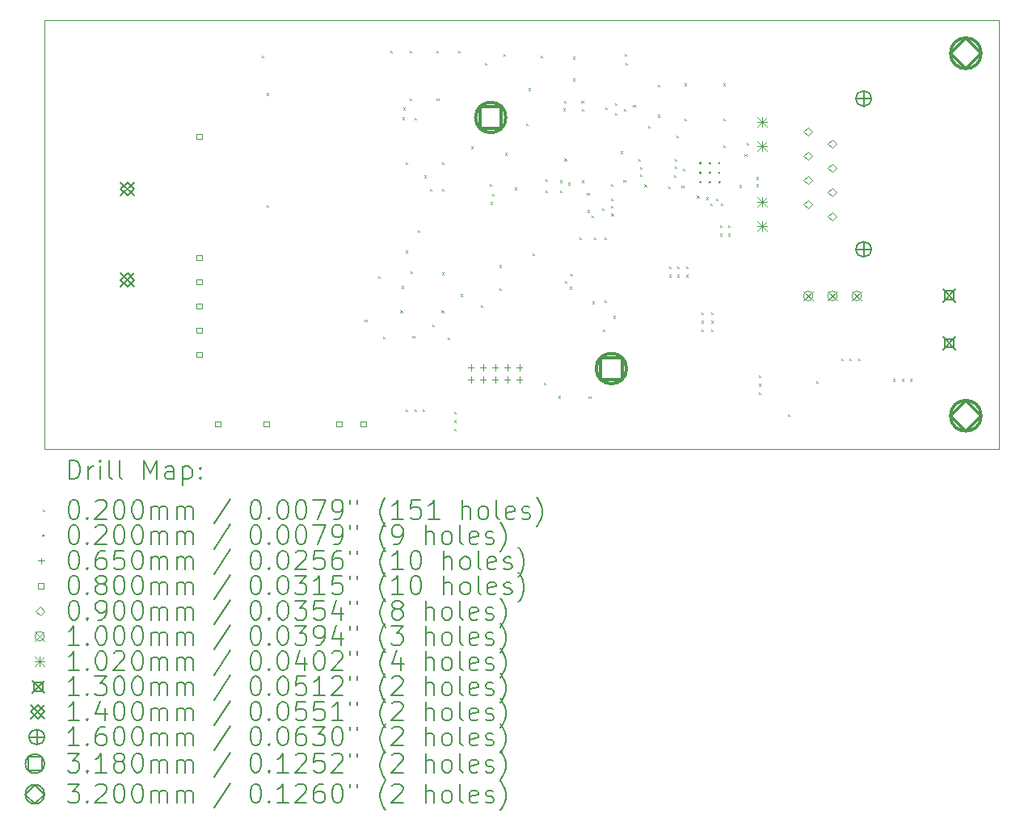
<source format=gbr>
%TF.GenerationSoftware,KiCad,Pcbnew,8.0.1*%
%TF.CreationDate,2024-04-28T13:44:50+02:00*%
%TF.ProjectId,ETH1ISO224,45544831-4953-44f3-9232-342e6b696361,rev?*%
%TF.SameCoordinates,Original*%
%TF.FileFunction,Drillmap*%
%TF.FilePolarity,Positive*%
%FSLAX45Y45*%
G04 Gerber Fmt 4.5, Leading zero omitted, Abs format (unit mm)*
G04 Created by KiCad (PCBNEW 8.0.1) date 2024-04-28 13:44:50*
%MOMM*%
%LPD*%
G01*
G04 APERTURE LIST*
%ADD10C,0.050000*%
%ADD11C,0.200000*%
%ADD12C,0.100000*%
%ADD13C,0.102000*%
%ADD14C,0.130000*%
%ADD15C,0.140000*%
%ADD16C,0.160000*%
%ADD17C,0.318000*%
%ADD18C,0.320000*%
G04 APERTURE END LIST*
D10*
X10050000Y-6500000D02*
X20050000Y-6500000D01*
X20050000Y-11000000D01*
X10050000Y-11000000D01*
X10050000Y-6500000D01*
D11*
D12*
X12321700Y-6873400D02*
X12341700Y-6893400D01*
X12341700Y-6873400D02*
X12321700Y-6893400D01*
X12372500Y-7267100D02*
X12392500Y-7287100D01*
X12392500Y-7267100D02*
X12372500Y-7287100D01*
X12372500Y-8442200D02*
X12392500Y-8462200D01*
X12392500Y-8442200D02*
X12372500Y-8462200D01*
X13402550Y-9642000D02*
X13422550Y-9662000D01*
X13422550Y-9642000D02*
X13402550Y-9662000D01*
X13540900Y-9184800D02*
X13560900Y-9204800D01*
X13560900Y-9184800D02*
X13540900Y-9204800D01*
X13591700Y-9819800D02*
X13611700Y-9839800D01*
X13611700Y-9819800D02*
X13591700Y-9839800D01*
X13667900Y-6822600D02*
X13687900Y-6842600D01*
X13687900Y-6822600D02*
X13667900Y-6842600D01*
X13776700Y-9545900D02*
X13796700Y-9565900D01*
X13796700Y-9545900D02*
X13776700Y-9565900D01*
X13788400Y-9292600D02*
X13808400Y-9312600D01*
X13808400Y-9292600D02*
X13788400Y-9312600D01*
X13796000Y-7521100D02*
X13816000Y-7541100D01*
X13816000Y-7521100D02*
X13796000Y-7541100D01*
X13807600Y-7419500D02*
X13827600Y-7439500D01*
X13827600Y-7419500D02*
X13807600Y-7439500D01*
X13833000Y-7991000D02*
X13853000Y-8011000D01*
X13853000Y-7991000D02*
X13833000Y-8011000D01*
X13833000Y-8918100D02*
X13853000Y-8938100D01*
X13853000Y-8918100D02*
X13833000Y-8938100D01*
X13833000Y-10581800D02*
X13853000Y-10601800D01*
X13853000Y-10581800D02*
X13833000Y-10601800D01*
X13871100Y-6822600D02*
X13891100Y-6842600D01*
X13891100Y-6822600D02*
X13871100Y-6842600D01*
X13871100Y-7324550D02*
X13891100Y-7344550D01*
X13891100Y-7324550D02*
X13871100Y-7344550D01*
X13883800Y-9134000D02*
X13903800Y-9154000D01*
X13903800Y-9134000D02*
X13883800Y-9154000D01*
X13902600Y-9813200D02*
X13922600Y-9833200D01*
X13922600Y-9813200D02*
X13902600Y-9833200D01*
X13921900Y-10581800D02*
X13941900Y-10601800D01*
X13941900Y-10581800D02*
X13921900Y-10601800D01*
X13926000Y-7527350D02*
X13946000Y-7547350D01*
X13946000Y-7527350D02*
X13926000Y-7547350D01*
X13960000Y-8702200D02*
X13980000Y-8722200D01*
X13980000Y-8702200D02*
X13960000Y-8722200D01*
X14010800Y-10581800D02*
X14030800Y-10601800D01*
X14030800Y-10581800D02*
X14010800Y-10601800D01*
X14023500Y-8130700D02*
X14043500Y-8150700D01*
X14043500Y-8130700D02*
X14023500Y-8150700D01*
X14087000Y-8270400D02*
X14107000Y-8290400D01*
X14107000Y-8270400D02*
X14087000Y-8290400D01*
X14112400Y-9692800D02*
X14132400Y-9712800D01*
X14132400Y-9692800D02*
X14112400Y-9712800D01*
X14150500Y-6822600D02*
X14170500Y-6842600D01*
X14170500Y-6822600D02*
X14150500Y-6842600D01*
X14157150Y-7324550D02*
X14177150Y-7344550D01*
X14177150Y-7324550D02*
X14157150Y-7344550D01*
X14208500Y-9545900D02*
X14228500Y-9565900D01*
X14228500Y-9545900D02*
X14208500Y-9565900D01*
X14211350Y-8273050D02*
X14231350Y-8293050D01*
X14231350Y-8273050D02*
X14211350Y-8293050D01*
X14214000Y-7991000D02*
X14234000Y-8011000D01*
X14234000Y-7991000D02*
X14214000Y-8011000D01*
X14214000Y-9146700D02*
X14234000Y-9166700D01*
X14234000Y-9146700D02*
X14214000Y-9166700D01*
X14270900Y-9826400D02*
X14290900Y-9846400D01*
X14290900Y-9826400D02*
X14270900Y-9846400D01*
X14341000Y-10607200D02*
X14361000Y-10627200D01*
X14361000Y-10607200D02*
X14341000Y-10627200D01*
X14341000Y-10696100D02*
X14361000Y-10716100D01*
X14361000Y-10696100D02*
X14341000Y-10716100D01*
X14341000Y-10785000D02*
X14361000Y-10805000D01*
X14361000Y-10785000D02*
X14341000Y-10805000D01*
X14379100Y-6822600D02*
X14399100Y-6842600D01*
X14399100Y-6822600D02*
X14379100Y-6842600D01*
X14404500Y-9375300D02*
X14424500Y-9395300D01*
X14424500Y-9375300D02*
X14404500Y-9395300D01*
X14518800Y-7825900D02*
X14538800Y-7845900D01*
X14538800Y-7825900D02*
X14518800Y-7845900D01*
X14620400Y-9489600D02*
X14640400Y-9509600D01*
X14640400Y-9489600D02*
X14620400Y-9509600D01*
X14658500Y-6949600D02*
X14678500Y-6969600D01*
X14678500Y-6949600D02*
X14658500Y-6969600D01*
X14709300Y-8219600D02*
X14729300Y-8239600D01*
X14729300Y-8219600D02*
X14709300Y-8239600D01*
X14722000Y-8410100D02*
X14742000Y-8430100D01*
X14742000Y-8410100D02*
X14722000Y-8430100D01*
X14734700Y-8321200D02*
X14754700Y-8341200D01*
X14754700Y-8321200D02*
X14734700Y-8341200D01*
X14810900Y-9070500D02*
X14830900Y-9090500D01*
X14830900Y-9070500D02*
X14810900Y-9090500D01*
X14810900Y-9311800D02*
X14830900Y-9331800D01*
X14830900Y-9311800D02*
X14810900Y-9331800D01*
X14857750Y-6854600D02*
X14877750Y-6874600D01*
X14877750Y-6854600D02*
X14857750Y-6874600D01*
X14874400Y-7895750D02*
X14894400Y-7915750D01*
X14894400Y-7895750D02*
X14874400Y-7915750D01*
X14976000Y-8257700D02*
X14996000Y-8277700D01*
X14996000Y-8257700D02*
X14976000Y-8277700D01*
X15090300Y-7584600D02*
X15110300Y-7604600D01*
X15110300Y-7584600D02*
X15090300Y-7604600D01*
X15115700Y-7216300D02*
X15135700Y-7236300D01*
X15135700Y-7216300D02*
X15115700Y-7236300D01*
X15160900Y-8950600D02*
X15180900Y-8970600D01*
X15180900Y-8950600D02*
X15160900Y-8970600D01*
X15242700Y-6873400D02*
X15262700Y-6893400D01*
X15262700Y-6873400D02*
X15242700Y-6893400D01*
X15280800Y-10302400D02*
X15300800Y-10322400D01*
X15300800Y-10302400D02*
X15280800Y-10322400D01*
X15293500Y-8168800D02*
X15313500Y-8188800D01*
X15313500Y-8168800D02*
X15293500Y-8188800D01*
X15293500Y-8289850D02*
X15313500Y-8309850D01*
X15313500Y-8289850D02*
X15293500Y-8309850D01*
X15433200Y-10442100D02*
X15453200Y-10462100D01*
X15453200Y-10442100D02*
X15433200Y-10462100D01*
X15445900Y-8181500D02*
X15465900Y-8201500D01*
X15465900Y-8181500D02*
X15445900Y-8201500D01*
X15445900Y-8289850D02*
X15465900Y-8309850D01*
X15465900Y-8289850D02*
X15445900Y-8309850D01*
X15484000Y-7428500D02*
X15504000Y-7448500D01*
X15504000Y-7428500D02*
X15484000Y-7448500D01*
X15491100Y-7348900D02*
X15511100Y-7368900D01*
X15511100Y-7348900D02*
X15491100Y-7368900D01*
X15494300Y-7952900D02*
X15514300Y-7972900D01*
X15514300Y-7952900D02*
X15494300Y-7972900D01*
X15496700Y-9235600D02*
X15516700Y-9255600D01*
X15516700Y-9235600D02*
X15496700Y-9255600D01*
X15534800Y-8206900D02*
X15554800Y-8226900D01*
X15554800Y-8206900D02*
X15534800Y-8226900D01*
X15547500Y-9299100D02*
X15567500Y-9319100D01*
X15567500Y-9299100D02*
X15547500Y-9319100D01*
X15560200Y-9159400D02*
X15580200Y-9179400D01*
X15580200Y-9159400D02*
X15560200Y-9179400D01*
X15585600Y-6886100D02*
X15605600Y-6906100D01*
X15605600Y-6886100D02*
X15585600Y-6906100D01*
X15585600Y-7114700D02*
X15605600Y-7134700D01*
X15605600Y-7114700D02*
X15585600Y-7134700D01*
X15649100Y-8778400D02*
X15669100Y-8798400D01*
X15669100Y-8778400D02*
X15649100Y-8798400D01*
X15672283Y-7348900D02*
X15692283Y-7368900D01*
X15692283Y-7348900D02*
X15672283Y-7368900D01*
X15674500Y-7432200D02*
X15694500Y-7452200D01*
X15694500Y-7432200D02*
X15674500Y-7452200D01*
X15674500Y-8181500D02*
X15694500Y-8201500D01*
X15694500Y-8181500D02*
X15674500Y-8201500D01*
X15732920Y-8311040D02*
X15752920Y-8331040D01*
X15752920Y-8311040D02*
X15732920Y-8331040D01*
X15735390Y-8496390D02*
X15755390Y-8516390D01*
X15755390Y-8496390D02*
X15735390Y-8516390D01*
X15748300Y-10444500D02*
X15768300Y-10464500D01*
X15768300Y-10444500D02*
X15748300Y-10464500D01*
X15776100Y-8549800D02*
X15796100Y-8569800D01*
X15796100Y-8549800D02*
X15776100Y-8569800D01*
X15788800Y-9451500D02*
X15808800Y-9471500D01*
X15808800Y-9451500D02*
X15788800Y-9471500D01*
X15801500Y-8778400D02*
X15821500Y-8798400D01*
X15821500Y-8778400D02*
X15801500Y-8798400D01*
X15890400Y-8473600D02*
X15910400Y-8493600D01*
X15910400Y-8473600D02*
X15890400Y-8493600D01*
X15894300Y-9743600D02*
X15914300Y-9763600D01*
X15914300Y-9743600D02*
X15894300Y-9763600D01*
X15915800Y-8778400D02*
X15935800Y-8798400D01*
X15935800Y-8778400D02*
X15915800Y-8798400D01*
X15915800Y-9438800D02*
X15935800Y-9458800D01*
X15935800Y-9438800D02*
X15915800Y-9458800D01*
X15922900Y-7413900D02*
X15942900Y-7433900D01*
X15942900Y-7413900D02*
X15922900Y-7433900D01*
X15979300Y-8219600D02*
X15999300Y-8239600D01*
X15999300Y-8219600D02*
X15979300Y-8239600D01*
X15979300Y-8372000D02*
X15999300Y-8392000D01*
X15999300Y-8372000D02*
X15979300Y-8392000D01*
X15979300Y-8448200D02*
X15999300Y-8468200D01*
X15999300Y-8448200D02*
X15979300Y-8468200D01*
X15985250Y-8529200D02*
X16005250Y-8549200D01*
X16005250Y-8529200D02*
X15985250Y-8549200D01*
X16004700Y-9603900D02*
X16024700Y-9623900D01*
X16024700Y-9603900D02*
X16004700Y-9623900D01*
X16024000Y-7375300D02*
X16044000Y-7395300D01*
X16044000Y-7375300D02*
X16024000Y-7395300D01*
X16024000Y-7476900D02*
X16044000Y-7496900D01*
X16044000Y-7476900D02*
X16024000Y-7496900D01*
X16080900Y-7876700D02*
X16100900Y-7896700D01*
X16100900Y-7876700D02*
X16080900Y-7896700D01*
X16111800Y-8176000D02*
X16131800Y-8196000D01*
X16131800Y-8176000D02*
X16111800Y-8196000D01*
X16119000Y-7432200D02*
X16139000Y-7452200D01*
X16139000Y-7432200D02*
X16119000Y-7452200D01*
X16125100Y-6854600D02*
X16145100Y-6874600D01*
X16145100Y-6854600D02*
X16125100Y-6874600D01*
X16131700Y-6949600D02*
X16151700Y-6969600D01*
X16151700Y-6949600D02*
X16131700Y-6969600D01*
X16214000Y-7388000D02*
X16234000Y-7408000D01*
X16234000Y-7388000D02*
X16214000Y-7408000D01*
X16271400Y-7959900D02*
X16291400Y-7979900D01*
X16291400Y-7959900D02*
X16271400Y-7979900D01*
X16284100Y-8039900D02*
X16304100Y-8059900D01*
X16304100Y-8039900D02*
X16284100Y-8059900D01*
X16284100Y-8119900D02*
X16304100Y-8139900D01*
X16304100Y-8119900D02*
X16284100Y-8139900D01*
X16332779Y-8225891D02*
X16352779Y-8245891D01*
X16352779Y-8225891D02*
X16332779Y-8245891D01*
X16373000Y-7610000D02*
X16393000Y-7630000D01*
X16393000Y-7610000D02*
X16373000Y-7630000D01*
X16474600Y-7178200D02*
X16494600Y-7198200D01*
X16494600Y-7178200D02*
X16474600Y-7198200D01*
X16474600Y-7495700D02*
X16494600Y-7515700D01*
X16494600Y-7495700D02*
X16474600Y-7515700D01*
X16585000Y-8245000D02*
X16605000Y-8265000D01*
X16605000Y-8245000D02*
X16585000Y-8265000D01*
X16588900Y-9083200D02*
X16608900Y-9103200D01*
X16608900Y-9083200D02*
X16588900Y-9103200D01*
X16588900Y-9172100D02*
X16608900Y-9192100D01*
X16608900Y-9172100D02*
X16588900Y-9192100D01*
X16639700Y-8124900D02*
X16659700Y-8144900D01*
X16659700Y-8124900D02*
X16639700Y-8144900D01*
X16652400Y-7959900D02*
X16672400Y-7979900D01*
X16672400Y-7959900D02*
X16652400Y-7979900D01*
X16652400Y-8036800D02*
X16672400Y-8056800D01*
X16672400Y-8036800D02*
X16652400Y-8056800D01*
X16665100Y-7711600D02*
X16685100Y-7731600D01*
X16685100Y-7711600D02*
X16665100Y-7731600D01*
X16677800Y-9083200D02*
X16697800Y-9103200D01*
X16697800Y-9083200D02*
X16677800Y-9103200D01*
X16677800Y-9172100D02*
X16697800Y-9192100D01*
X16697800Y-9172100D02*
X16677800Y-9192100D01*
X16721250Y-8237650D02*
X16741250Y-8257650D01*
X16741250Y-8237650D02*
X16721250Y-8257650D01*
X16734548Y-8061652D02*
X16754548Y-8081652D01*
X16754548Y-8061652D02*
X16734548Y-8081652D01*
X16754000Y-7165500D02*
X16774000Y-7185500D01*
X16774000Y-7165500D02*
X16754000Y-7185500D01*
X16754000Y-7533800D02*
X16774000Y-7553800D01*
X16774000Y-7533800D02*
X16754000Y-7553800D01*
X16766700Y-9083200D02*
X16786700Y-9103200D01*
X16786700Y-9083200D02*
X16766700Y-9103200D01*
X16766700Y-9172100D02*
X16786700Y-9192100D01*
X16786700Y-9172100D02*
X16766700Y-9192100D01*
X16883000Y-8344600D02*
X16903000Y-8364600D01*
X16903000Y-8344600D02*
X16883000Y-8364600D01*
X16931800Y-9565800D02*
X16951800Y-9585800D01*
X16951800Y-9565800D02*
X16931800Y-9585800D01*
X16931800Y-9654700D02*
X16951800Y-9674700D01*
X16951800Y-9654700D02*
X16931800Y-9674700D01*
X16931800Y-9743600D02*
X16951800Y-9763600D01*
X16951800Y-9743600D02*
X16931800Y-9763600D01*
X16982600Y-8359300D02*
X17002600Y-8379300D01*
X17002600Y-8359300D02*
X16982600Y-8379300D01*
X17020700Y-8422800D02*
X17040700Y-8442800D01*
X17040700Y-8422800D02*
X17020700Y-8442800D01*
X17033400Y-9565800D02*
X17053400Y-9585800D01*
X17053400Y-9565800D02*
X17033400Y-9585800D01*
X17033400Y-9654700D02*
X17053400Y-9674700D01*
X17053400Y-9654700D02*
X17033400Y-9674700D01*
X17033400Y-9743600D02*
X17053400Y-9763600D01*
X17053400Y-9743600D02*
X17033400Y-9763600D01*
X17083000Y-8370800D02*
X17103000Y-8390800D01*
X17103000Y-8370800D02*
X17083000Y-8390800D01*
X17122300Y-8651400D02*
X17142300Y-8671400D01*
X17142300Y-8651400D02*
X17122300Y-8671400D01*
X17122300Y-8740300D02*
X17142300Y-8760300D01*
X17142300Y-8740300D02*
X17122300Y-8760300D01*
X17133000Y-8422800D02*
X17153000Y-8442800D01*
X17153000Y-8422800D02*
X17133000Y-8442800D01*
X17160400Y-7165500D02*
X17180400Y-7185500D01*
X17180400Y-7165500D02*
X17160400Y-7185500D01*
X17160400Y-7533800D02*
X17180400Y-7553800D01*
X17180400Y-7533800D02*
X17160400Y-7553800D01*
X17160400Y-7813200D02*
X17180400Y-7833200D01*
X17180400Y-7813200D02*
X17160400Y-7833200D01*
X17211200Y-8651400D02*
X17231200Y-8671400D01*
X17231200Y-8651400D02*
X17211200Y-8671400D01*
X17211200Y-8740300D02*
X17231200Y-8760300D01*
X17231200Y-8740300D02*
X17211200Y-8760300D01*
X17325500Y-8232300D02*
X17345500Y-8252300D01*
X17345500Y-8232300D02*
X17325500Y-8252300D01*
X17382650Y-7908450D02*
X17402650Y-7928450D01*
X17402650Y-7908450D02*
X17382650Y-7928450D01*
X17401700Y-7787800D02*
X17421700Y-7807800D01*
X17421700Y-7787800D02*
X17401700Y-7807800D01*
X17506596Y-8148993D02*
X17526596Y-8168993D01*
X17526596Y-8148993D02*
X17506596Y-8168993D01*
X17506596Y-8223993D02*
X17526596Y-8243993D01*
X17526596Y-8223993D02*
X17506596Y-8243993D01*
X17528700Y-10226200D02*
X17548700Y-10246200D01*
X17548700Y-10226200D02*
X17528700Y-10246200D01*
X17528700Y-10315100D02*
X17548700Y-10335100D01*
X17548700Y-10315100D02*
X17528700Y-10335100D01*
X17528700Y-10404000D02*
X17548700Y-10424000D01*
X17548700Y-10404000D02*
X17528700Y-10424000D01*
X17833500Y-10632600D02*
X17853500Y-10652600D01*
X17853500Y-10632600D02*
X17833500Y-10652600D01*
X18132200Y-10283600D02*
X18152200Y-10303600D01*
X18152200Y-10283600D02*
X18132200Y-10303600D01*
X18392300Y-10048400D02*
X18412300Y-10068400D01*
X18412300Y-10048400D02*
X18392300Y-10068400D01*
X18481200Y-10048400D02*
X18501200Y-10068400D01*
X18501200Y-10048400D02*
X18481200Y-10068400D01*
X18570100Y-10048400D02*
X18590100Y-10068400D01*
X18590100Y-10048400D02*
X18570100Y-10068400D01*
X18938400Y-10264300D02*
X18958400Y-10284300D01*
X18958400Y-10264300D02*
X18938400Y-10284300D01*
X19027300Y-10264300D02*
X19047300Y-10284300D01*
X19047300Y-10264300D02*
X19027300Y-10284300D01*
X19116200Y-10264300D02*
X19136200Y-10284300D01*
X19136200Y-10264300D02*
X19116200Y-10284300D01*
X16928000Y-8002600D02*
G75*
G02*
X16908000Y-8002600I-10000J0D01*
G01*
X16908000Y-8002600D02*
G75*
G02*
X16928000Y-8002600I10000J0D01*
G01*
X16928000Y-8102600D02*
G75*
G02*
X16908000Y-8102600I-10000J0D01*
G01*
X16908000Y-8102600D02*
G75*
G02*
X16928000Y-8102600I10000J0D01*
G01*
X16928000Y-8202600D02*
G75*
G02*
X16908000Y-8202600I-10000J0D01*
G01*
X16908000Y-8202600D02*
G75*
G02*
X16928000Y-8202600I10000J0D01*
G01*
X17028000Y-8002600D02*
G75*
G02*
X17008000Y-8002600I-10000J0D01*
G01*
X17008000Y-8002600D02*
G75*
G02*
X17028000Y-8002600I10000J0D01*
G01*
X17028000Y-8102600D02*
G75*
G02*
X17008000Y-8102600I-10000J0D01*
G01*
X17008000Y-8102600D02*
G75*
G02*
X17028000Y-8102600I10000J0D01*
G01*
X17028000Y-8202600D02*
G75*
G02*
X17008000Y-8202600I-10000J0D01*
G01*
X17008000Y-8202600D02*
G75*
G02*
X17028000Y-8202600I10000J0D01*
G01*
X17128000Y-8002600D02*
G75*
G02*
X17108000Y-8002600I-10000J0D01*
G01*
X17108000Y-8002600D02*
G75*
G02*
X17128000Y-8002600I10000J0D01*
G01*
X17128000Y-8102600D02*
G75*
G02*
X17108000Y-8102600I-10000J0D01*
G01*
X17108000Y-8102600D02*
G75*
G02*
X17128000Y-8102600I10000J0D01*
G01*
X17128000Y-8202600D02*
G75*
G02*
X17108000Y-8202600I-10000J0D01*
G01*
X17108000Y-8202600D02*
G75*
G02*
X17128000Y-8202600I10000J0D01*
G01*
X14515100Y-10113800D02*
X14515100Y-10178800D01*
X14482600Y-10146300D02*
X14547600Y-10146300D01*
X14515100Y-10240800D02*
X14515100Y-10305800D01*
X14482600Y-10273300D02*
X14547600Y-10273300D01*
X14642100Y-10113800D02*
X14642100Y-10178800D01*
X14609600Y-10146300D02*
X14674600Y-10146300D01*
X14642100Y-10240800D02*
X14642100Y-10305800D01*
X14609600Y-10273300D02*
X14674600Y-10273300D01*
X14769100Y-10113800D02*
X14769100Y-10178800D01*
X14736600Y-10146300D02*
X14801600Y-10146300D01*
X14769100Y-10240800D02*
X14769100Y-10305800D01*
X14736600Y-10273300D02*
X14801600Y-10273300D01*
X14896100Y-10113800D02*
X14896100Y-10178800D01*
X14863600Y-10146300D02*
X14928600Y-10146300D01*
X14896100Y-10240800D02*
X14896100Y-10305800D01*
X14863600Y-10273300D02*
X14928600Y-10273300D01*
X15023100Y-10113800D02*
X15023100Y-10178800D01*
X14990600Y-10146300D02*
X15055600Y-10146300D01*
X15023100Y-10240800D02*
X15023100Y-10305800D01*
X14990600Y-10273300D02*
X15055600Y-10273300D01*
X11699584Y-7749884D02*
X11699584Y-7693315D01*
X11643015Y-7693315D01*
X11643015Y-7749884D01*
X11699584Y-7749884D01*
X11699584Y-9019885D02*
X11699584Y-8963316D01*
X11643015Y-8963316D01*
X11643015Y-9019885D01*
X11699584Y-9019885D01*
X11699584Y-9273885D02*
X11699584Y-9217316D01*
X11643015Y-9217316D01*
X11643015Y-9273885D01*
X11699584Y-9273885D01*
X11699584Y-9527885D02*
X11699584Y-9471316D01*
X11643015Y-9471316D01*
X11643015Y-9527885D01*
X11699584Y-9527885D01*
X11699584Y-9781885D02*
X11699584Y-9725316D01*
X11643015Y-9725316D01*
X11643015Y-9781885D01*
X11699584Y-9781885D01*
X11699584Y-10035885D02*
X11699584Y-9979316D01*
X11643015Y-9979316D01*
X11643015Y-10035885D01*
X11699584Y-10035885D01*
X11890084Y-10764885D02*
X11890084Y-10708316D01*
X11833515Y-10708316D01*
X11833515Y-10764885D01*
X11890084Y-10764885D01*
X12398084Y-10764885D02*
X12398084Y-10708316D01*
X12341515Y-10708316D01*
X12341515Y-10764885D01*
X12398084Y-10764885D01*
X13160084Y-10764885D02*
X13160084Y-10708316D01*
X13103515Y-10708316D01*
X13103515Y-10764885D01*
X13160084Y-10764885D01*
X13414084Y-10764885D02*
X13414084Y-10708316D01*
X13357515Y-10708316D01*
X13357515Y-10764885D01*
X13414084Y-10764885D01*
X18045200Y-7715800D02*
X18090200Y-7670800D01*
X18045200Y-7625800D01*
X18000200Y-7670800D01*
X18045200Y-7715800D01*
X18045200Y-7969800D02*
X18090200Y-7924800D01*
X18045200Y-7879800D01*
X18000200Y-7924800D01*
X18045200Y-7969800D01*
X18045200Y-8223800D02*
X18090200Y-8178800D01*
X18045200Y-8133800D01*
X18000200Y-8178800D01*
X18045200Y-8223800D01*
X18045200Y-8477800D02*
X18090200Y-8432800D01*
X18045200Y-8387800D01*
X18000200Y-8432800D01*
X18045200Y-8477800D01*
X18299200Y-7842800D02*
X18344200Y-7797800D01*
X18299200Y-7752800D01*
X18254200Y-7797800D01*
X18299200Y-7842800D01*
X18299200Y-8096800D02*
X18344200Y-8051800D01*
X18299200Y-8006800D01*
X18254200Y-8051800D01*
X18299200Y-8096800D01*
X18299200Y-8350800D02*
X18344200Y-8305800D01*
X18299200Y-8260800D01*
X18254200Y-8305800D01*
X18299200Y-8350800D01*
X18299200Y-8604800D02*
X18344200Y-8559800D01*
X18299200Y-8514800D01*
X18254200Y-8559800D01*
X18299200Y-8604800D01*
X17998650Y-9344850D02*
X18098650Y-9444850D01*
X18098650Y-9344850D02*
X17998650Y-9444850D01*
X18098650Y-9394850D02*
G75*
G02*
X17998650Y-9394850I-50000J0D01*
G01*
X17998650Y-9394850D02*
G75*
G02*
X18098650Y-9394850I50000J0D01*
G01*
X18252650Y-9344850D02*
X18352650Y-9444850D01*
X18352650Y-9344850D02*
X18252650Y-9444850D01*
X18352650Y-9394850D02*
G75*
G02*
X18252650Y-9394850I-50000J0D01*
G01*
X18252650Y-9394850D02*
G75*
G02*
X18352650Y-9394850I50000J0D01*
G01*
X18506650Y-9344850D02*
X18606650Y-9444850D01*
X18606650Y-9344850D02*
X18506650Y-9444850D01*
X18606650Y-9394850D02*
G75*
G02*
X18506650Y-9394850I-50000J0D01*
G01*
X18506650Y-9394850D02*
G75*
G02*
X18606650Y-9394850I50000J0D01*
G01*
D13*
X17511200Y-7517800D02*
X17613200Y-7619800D01*
X17613200Y-7517800D02*
X17511200Y-7619800D01*
X17562200Y-7517800D02*
X17562200Y-7619800D01*
X17511200Y-7568800D02*
X17613200Y-7568800D01*
X17511200Y-7771800D02*
X17613200Y-7873800D01*
X17613200Y-7771800D02*
X17511200Y-7873800D01*
X17562200Y-7771800D02*
X17562200Y-7873800D01*
X17511200Y-7822800D02*
X17613200Y-7822800D01*
X17511200Y-8356800D02*
X17613200Y-8458800D01*
X17613200Y-8356800D02*
X17511200Y-8458800D01*
X17562200Y-8356800D02*
X17562200Y-8458800D01*
X17511200Y-8407800D02*
X17613200Y-8407800D01*
X17511200Y-8610800D02*
X17613200Y-8712800D01*
X17613200Y-8610800D02*
X17511200Y-8712800D01*
X17562200Y-8610800D02*
X17562200Y-8712800D01*
X17511200Y-8661800D02*
X17613200Y-8661800D01*
D14*
X19460000Y-9324300D02*
X19590000Y-9454300D01*
X19590000Y-9324300D02*
X19460000Y-9454300D01*
X19570962Y-9435262D02*
X19570962Y-9343338D01*
X19479038Y-9343338D01*
X19479038Y-9435262D01*
X19570962Y-9435262D01*
X19460000Y-9824300D02*
X19590000Y-9954300D01*
X19590000Y-9824300D02*
X19460000Y-9954300D01*
X19570962Y-9935262D02*
X19570962Y-9843338D01*
X19479038Y-9843338D01*
X19479038Y-9935262D01*
X19570962Y-9935262D01*
D15*
X10847000Y-8204000D02*
X10987000Y-8344000D01*
X10987000Y-8204000D02*
X10847000Y-8344000D01*
X10917000Y-8344000D02*
X10987000Y-8274000D01*
X10917000Y-8204000D01*
X10847000Y-8274000D01*
X10917000Y-8344000D01*
X10847000Y-9156000D02*
X10987000Y-9296000D01*
X10987000Y-9156000D02*
X10847000Y-9296000D01*
X10917000Y-9296000D02*
X10987000Y-9226000D01*
X10917000Y-9156000D01*
X10847000Y-9226000D01*
X10917000Y-9296000D01*
D16*
X18629200Y-7245300D02*
X18629200Y-7405300D01*
X18549200Y-7325300D02*
X18709200Y-7325300D01*
X18709200Y-7325300D02*
G75*
G02*
X18549200Y-7325300I-80000J0D01*
G01*
X18549200Y-7325300D02*
G75*
G02*
X18709200Y-7325300I80000J0D01*
G01*
X18629200Y-8825300D02*
X18629200Y-8985300D01*
X18549200Y-8905300D02*
X18709200Y-8905300D01*
X18709200Y-8905300D02*
G75*
G02*
X18549200Y-8905300I-80000J0D01*
G01*
X18549200Y-8905300D02*
G75*
G02*
X18709200Y-8905300I80000J0D01*
G01*
D17*
X14834731Y-7635631D02*
X14834731Y-7410769D01*
X14609869Y-7410769D01*
X14609869Y-7635631D01*
X14834731Y-7635631D01*
X14881300Y-7523200D02*
G75*
G02*
X14563300Y-7523200I-159000J0D01*
G01*
X14563300Y-7523200D02*
G75*
G02*
X14881300Y-7523200I159000J0D01*
G01*
X16098731Y-10267631D02*
X16098731Y-10042769D01*
X15873869Y-10042769D01*
X15873869Y-10267631D01*
X16098731Y-10267631D01*
X16145300Y-10155200D02*
G75*
G02*
X15827300Y-10155200I-159000J0D01*
G01*
X15827300Y-10155200D02*
G75*
G02*
X16145300Y-10155200I159000J0D01*
G01*
D18*
X19700000Y-7010000D02*
X19860000Y-6850000D01*
X19700000Y-6690000D01*
X19540000Y-6850000D01*
X19700000Y-7010000D01*
X19860000Y-6850000D02*
G75*
G02*
X19540000Y-6850000I-160000J0D01*
G01*
X19540000Y-6850000D02*
G75*
G02*
X19860000Y-6850000I160000J0D01*
G01*
X19700000Y-10810000D02*
X19860000Y-10650000D01*
X19700000Y-10490000D01*
X19540000Y-10650000D01*
X19700000Y-10810000D01*
X19860000Y-10650000D02*
G75*
G02*
X19540000Y-10650000I-160000J0D01*
G01*
X19540000Y-10650000D02*
G75*
G02*
X19860000Y-10650000I160000J0D01*
G01*
D11*
X10308277Y-11313984D02*
X10308277Y-11113984D01*
X10308277Y-11113984D02*
X10355896Y-11113984D01*
X10355896Y-11113984D02*
X10384467Y-11123508D01*
X10384467Y-11123508D02*
X10403515Y-11142555D01*
X10403515Y-11142555D02*
X10413039Y-11161603D01*
X10413039Y-11161603D02*
X10422563Y-11199698D01*
X10422563Y-11199698D02*
X10422563Y-11228269D01*
X10422563Y-11228269D02*
X10413039Y-11266365D01*
X10413039Y-11266365D02*
X10403515Y-11285412D01*
X10403515Y-11285412D02*
X10384467Y-11304460D01*
X10384467Y-11304460D02*
X10355896Y-11313984D01*
X10355896Y-11313984D02*
X10308277Y-11313984D01*
X10508277Y-11313984D02*
X10508277Y-11180650D01*
X10508277Y-11218746D02*
X10517801Y-11199698D01*
X10517801Y-11199698D02*
X10527324Y-11190174D01*
X10527324Y-11190174D02*
X10546372Y-11180650D01*
X10546372Y-11180650D02*
X10565420Y-11180650D01*
X10632086Y-11313984D02*
X10632086Y-11180650D01*
X10632086Y-11113984D02*
X10622563Y-11123508D01*
X10622563Y-11123508D02*
X10632086Y-11133031D01*
X10632086Y-11133031D02*
X10641610Y-11123508D01*
X10641610Y-11123508D02*
X10632086Y-11113984D01*
X10632086Y-11113984D02*
X10632086Y-11133031D01*
X10755896Y-11313984D02*
X10736848Y-11304460D01*
X10736848Y-11304460D02*
X10727324Y-11285412D01*
X10727324Y-11285412D02*
X10727324Y-11113984D01*
X10860658Y-11313984D02*
X10841610Y-11304460D01*
X10841610Y-11304460D02*
X10832086Y-11285412D01*
X10832086Y-11285412D02*
X10832086Y-11113984D01*
X11089229Y-11313984D02*
X11089229Y-11113984D01*
X11089229Y-11113984D02*
X11155896Y-11256841D01*
X11155896Y-11256841D02*
X11222562Y-11113984D01*
X11222562Y-11113984D02*
X11222562Y-11313984D01*
X11403515Y-11313984D02*
X11403515Y-11209222D01*
X11403515Y-11209222D02*
X11393991Y-11190174D01*
X11393991Y-11190174D02*
X11374943Y-11180650D01*
X11374943Y-11180650D02*
X11336848Y-11180650D01*
X11336848Y-11180650D02*
X11317801Y-11190174D01*
X11403515Y-11304460D02*
X11384467Y-11313984D01*
X11384467Y-11313984D02*
X11336848Y-11313984D01*
X11336848Y-11313984D02*
X11317801Y-11304460D01*
X11317801Y-11304460D02*
X11308277Y-11285412D01*
X11308277Y-11285412D02*
X11308277Y-11266365D01*
X11308277Y-11266365D02*
X11317801Y-11247317D01*
X11317801Y-11247317D02*
X11336848Y-11237793D01*
X11336848Y-11237793D02*
X11384467Y-11237793D01*
X11384467Y-11237793D02*
X11403515Y-11228269D01*
X11498753Y-11180650D02*
X11498753Y-11380650D01*
X11498753Y-11190174D02*
X11517801Y-11180650D01*
X11517801Y-11180650D02*
X11555896Y-11180650D01*
X11555896Y-11180650D02*
X11574943Y-11190174D01*
X11574943Y-11190174D02*
X11584467Y-11199698D01*
X11584467Y-11199698D02*
X11593991Y-11218746D01*
X11593991Y-11218746D02*
X11593991Y-11275888D01*
X11593991Y-11275888D02*
X11584467Y-11294936D01*
X11584467Y-11294936D02*
X11574943Y-11304460D01*
X11574943Y-11304460D02*
X11555896Y-11313984D01*
X11555896Y-11313984D02*
X11517801Y-11313984D01*
X11517801Y-11313984D02*
X11498753Y-11304460D01*
X11679705Y-11294936D02*
X11689229Y-11304460D01*
X11689229Y-11304460D02*
X11679705Y-11313984D01*
X11679705Y-11313984D02*
X11670182Y-11304460D01*
X11670182Y-11304460D02*
X11679705Y-11294936D01*
X11679705Y-11294936D02*
X11679705Y-11313984D01*
X11679705Y-11190174D02*
X11689229Y-11199698D01*
X11689229Y-11199698D02*
X11679705Y-11209222D01*
X11679705Y-11209222D02*
X11670182Y-11199698D01*
X11670182Y-11199698D02*
X11679705Y-11190174D01*
X11679705Y-11190174D02*
X11679705Y-11209222D01*
D12*
X10027500Y-11632500D02*
X10047500Y-11652500D01*
X10047500Y-11632500D02*
X10027500Y-11652500D01*
D11*
X10346372Y-11533984D02*
X10365420Y-11533984D01*
X10365420Y-11533984D02*
X10384467Y-11543508D01*
X10384467Y-11543508D02*
X10393991Y-11553031D01*
X10393991Y-11553031D02*
X10403515Y-11572079D01*
X10403515Y-11572079D02*
X10413039Y-11610174D01*
X10413039Y-11610174D02*
X10413039Y-11657793D01*
X10413039Y-11657793D02*
X10403515Y-11695888D01*
X10403515Y-11695888D02*
X10393991Y-11714936D01*
X10393991Y-11714936D02*
X10384467Y-11724460D01*
X10384467Y-11724460D02*
X10365420Y-11733984D01*
X10365420Y-11733984D02*
X10346372Y-11733984D01*
X10346372Y-11733984D02*
X10327324Y-11724460D01*
X10327324Y-11724460D02*
X10317801Y-11714936D01*
X10317801Y-11714936D02*
X10308277Y-11695888D01*
X10308277Y-11695888D02*
X10298753Y-11657793D01*
X10298753Y-11657793D02*
X10298753Y-11610174D01*
X10298753Y-11610174D02*
X10308277Y-11572079D01*
X10308277Y-11572079D02*
X10317801Y-11553031D01*
X10317801Y-11553031D02*
X10327324Y-11543508D01*
X10327324Y-11543508D02*
X10346372Y-11533984D01*
X10498753Y-11714936D02*
X10508277Y-11724460D01*
X10508277Y-11724460D02*
X10498753Y-11733984D01*
X10498753Y-11733984D02*
X10489229Y-11724460D01*
X10489229Y-11724460D02*
X10498753Y-11714936D01*
X10498753Y-11714936D02*
X10498753Y-11733984D01*
X10584467Y-11553031D02*
X10593991Y-11543508D01*
X10593991Y-11543508D02*
X10613039Y-11533984D01*
X10613039Y-11533984D02*
X10660658Y-11533984D01*
X10660658Y-11533984D02*
X10679705Y-11543508D01*
X10679705Y-11543508D02*
X10689229Y-11553031D01*
X10689229Y-11553031D02*
X10698753Y-11572079D01*
X10698753Y-11572079D02*
X10698753Y-11591127D01*
X10698753Y-11591127D02*
X10689229Y-11619698D01*
X10689229Y-11619698D02*
X10574944Y-11733984D01*
X10574944Y-11733984D02*
X10698753Y-11733984D01*
X10822563Y-11533984D02*
X10841610Y-11533984D01*
X10841610Y-11533984D02*
X10860658Y-11543508D01*
X10860658Y-11543508D02*
X10870182Y-11553031D01*
X10870182Y-11553031D02*
X10879705Y-11572079D01*
X10879705Y-11572079D02*
X10889229Y-11610174D01*
X10889229Y-11610174D02*
X10889229Y-11657793D01*
X10889229Y-11657793D02*
X10879705Y-11695888D01*
X10879705Y-11695888D02*
X10870182Y-11714936D01*
X10870182Y-11714936D02*
X10860658Y-11724460D01*
X10860658Y-11724460D02*
X10841610Y-11733984D01*
X10841610Y-11733984D02*
X10822563Y-11733984D01*
X10822563Y-11733984D02*
X10803515Y-11724460D01*
X10803515Y-11724460D02*
X10793991Y-11714936D01*
X10793991Y-11714936D02*
X10784467Y-11695888D01*
X10784467Y-11695888D02*
X10774944Y-11657793D01*
X10774944Y-11657793D02*
X10774944Y-11610174D01*
X10774944Y-11610174D02*
X10784467Y-11572079D01*
X10784467Y-11572079D02*
X10793991Y-11553031D01*
X10793991Y-11553031D02*
X10803515Y-11543508D01*
X10803515Y-11543508D02*
X10822563Y-11533984D01*
X11013039Y-11533984D02*
X11032086Y-11533984D01*
X11032086Y-11533984D02*
X11051134Y-11543508D01*
X11051134Y-11543508D02*
X11060658Y-11553031D01*
X11060658Y-11553031D02*
X11070182Y-11572079D01*
X11070182Y-11572079D02*
X11079705Y-11610174D01*
X11079705Y-11610174D02*
X11079705Y-11657793D01*
X11079705Y-11657793D02*
X11070182Y-11695888D01*
X11070182Y-11695888D02*
X11060658Y-11714936D01*
X11060658Y-11714936D02*
X11051134Y-11724460D01*
X11051134Y-11724460D02*
X11032086Y-11733984D01*
X11032086Y-11733984D02*
X11013039Y-11733984D01*
X11013039Y-11733984D02*
X10993991Y-11724460D01*
X10993991Y-11724460D02*
X10984467Y-11714936D01*
X10984467Y-11714936D02*
X10974944Y-11695888D01*
X10974944Y-11695888D02*
X10965420Y-11657793D01*
X10965420Y-11657793D02*
X10965420Y-11610174D01*
X10965420Y-11610174D02*
X10974944Y-11572079D01*
X10974944Y-11572079D02*
X10984467Y-11553031D01*
X10984467Y-11553031D02*
X10993991Y-11543508D01*
X10993991Y-11543508D02*
X11013039Y-11533984D01*
X11165420Y-11733984D02*
X11165420Y-11600650D01*
X11165420Y-11619698D02*
X11174944Y-11610174D01*
X11174944Y-11610174D02*
X11193991Y-11600650D01*
X11193991Y-11600650D02*
X11222563Y-11600650D01*
X11222563Y-11600650D02*
X11241610Y-11610174D01*
X11241610Y-11610174D02*
X11251134Y-11629222D01*
X11251134Y-11629222D02*
X11251134Y-11733984D01*
X11251134Y-11629222D02*
X11260658Y-11610174D01*
X11260658Y-11610174D02*
X11279705Y-11600650D01*
X11279705Y-11600650D02*
X11308277Y-11600650D01*
X11308277Y-11600650D02*
X11327324Y-11610174D01*
X11327324Y-11610174D02*
X11336848Y-11629222D01*
X11336848Y-11629222D02*
X11336848Y-11733984D01*
X11432086Y-11733984D02*
X11432086Y-11600650D01*
X11432086Y-11619698D02*
X11441610Y-11610174D01*
X11441610Y-11610174D02*
X11460658Y-11600650D01*
X11460658Y-11600650D02*
X11489229Y-11600650D01*
X11489229Y-11600650D02*
X11508277Y-11610174D01*
X11508277Y-11610174D02*
X11517801Y-11629222D01*
X11517801Y-11629222D02*
X11517801Y-11733984D01*
X11517801Y-11629222D02*
X11527324Y-11610174D01*
X11527324Y-11610174D02*
X11546372Y-11600650D01*
X11546372Y-11600650D02*
X11574943Y-11600650D01*
X11574943Y-11600650D02*
X11593991Y-11610174D01*
X11593991Y-11610174D02*
X11603515Y-11629222D01*
X11603515Y-11629222D02*
X11603515Y-11733984D01*
X11993991Y-11524460D02*
X11822563Y-11781603D01*
X12251134Y-11533984D02*
X12270182Y-11533984D01*
X12270182Y-11533984D02*
X12289229Y-11543508D01*
X12289229Y-11543508D02*
X12298753Y-11553031D01*
X12298753Y-11553031D02*
X12308277Y-11572079D01*
X12308277Y-11572079D02*
X12317801Y-11610174D01*
X12317801Y-11610174D02*
X12317801Y-11657793D01*
X12317801Y-11657793D02*
X12308277Y-11695888D01*
X12308277Y-11695888D02*
X12298753Y-11714936D01*
X12298753Y-11714936D02*
X12289229Y-11724460D01*
X12289229Y-11724460D02*
X12270182Y-11733984D01*
X12270182Y-11733984D02*
X12251134Y-11733984D01*
X12251134Y-11733984D02*
X12232086Y-11724460D01*
X12232086Y-11724460D02*
X12222563Y-11714936D01*
X12222563Y-11714936D02*
X12213039Y-11695888D01*
X12213039Y-11695888D02*
X12203515Y-11657793D01*
X12203515Y-11657793D02*
X12203515Y-11610174D01*
X12203515Y-11610174D02*
X12213039Y-11572079D01*
X12213039Y-11572079D02*
X12222563Y-11553031D01*
X12222563Y-11553031D02*
X12232086Y-11543508D01*
X12232086Y-11543508D02*
X12251134Y-11533984D01*
X12403515Y-11714936D02*
X12413039Y-11724460D01*
X12413039Y-11724460D02*
X12403515Y-11733984D01*
X12403515Y-11733984D02*
X12393991Y-11724460D01*
X12393991Y-11724460D02*
X12403515Y-11714936D01*
X12403515Y-11714936D02*
X12403515Y-11733984D01*
X12536848Y-11533984D02*
X12555896Y-11533984D01*
X12555896Y-11533984D02*
X12574944Y-11543508D01*
X12574944Y-11543508D02*
X12584467Y-11553031D01*
X12584467Y-11553031D02*
X12593991Y-11572079D01*
X12593991Y-11572079D02*
X12603515Y-11610174D01*
X12603515Y-11610174D02*
X12603515Y-11657793D01*
X12603515Y-11657793D02*
X12593991Y-11695888D01*
X12593991Y-11695888D02*
X12584467Y-11714936D01*
X12584467Y-11714936D02*
X12574944Y-11724460D01*
X12574944Y-11724460D02*
X12555896Y-11733984D01*
X12555896Y-11733984D02*
X12536848Y-11733984D01*
X12536848Y-11733984D02*
X12517801Y-11724460D01*
X12517801Y-11724460D02*
X12508277Y-11714936D01*
X12508277Y-11714936D02*
X12498753Y-11695888D01*
X12498753Y-11695888D02*
X12489229Y-11657793D01*
X12489229Y-11657793D02*
X12489229Y-11610174D01*
X12489229Y-11610174D02*
X12498753Y-11572079D01*
X12498753Y-11572079D02*
X12508277Y-11553031D01*
X12508277Y-11553031D02*
X12517801Y-11543508D01*
X12517801Y-11543508D02*
X12536848Y-11533984D01*
X12727325Y-11533984D02*
X12746372Y-11533984D01*
X12746372Y-11533984D02*
X12765420Y-11543508D01*
X12765420Y-11543508D02*
X12774944Y-11553031D01*
X12774944Y-11553031D02*
X12784467Y-11572079D01*
X12784467Y-11572079D02*
X12793991Y-11610174D01*
X12793991Y-11610174D02*
X12793991Y-11657793D01*
X12793991Y-11657793D02*
X12784467Y-11695888D01*
X12784467Y-11695888D02*
X12774944Y-11714936D01*
X12774944Y-11714936D02*
X12765420Y-11724460D01*
X12765420Y-11724460D02*
X12746372Y-11733984D01*
X12746372Y-11733984D02*
X12727325Y-11733984D01*
X12727325Y-11733984D02*
X12708277Y-11724460D01*
X12708277Y-11724460D02*
X12698753Y-11714936D01*
X12698753Y-11714936D02*
X12689229Y-11695888D01*
X12689229Y-11695888D02*
X12679706Y-11657793D01*
X12679706Y-11657793D02*
X12679706Y-11610174D01*
X12679706Y-11610174D02*
X12689229Y-11572079D01*
X12689229Y-11572079D02*
X12698753Y-11553031D01*
X12698753Y-11553031D02*
X12708277Y-11543508D01*
X12708277Y-11543508D02*
X12727325Y-11533984D01*
X12860658Y-11533984D02*
X12993991Y-11533984D01*
X12993991Y-11533984D02*
X12908277Y-11733984D01*
X13079706Y-11733984D02*
X13117801Y-11733984D01*
X13117801Y-11733984D02*
X13136848Y-11724460D01*
X13136848Y-11724460D02*
X13146372Y-11714936D01*
X13146372Y-11714936D02*
X13165420Y-11686365D01*
X13165420Y-11686365D02*
X13174944Y-11648269D01*
X13174944Y-11648269D02*
X13174944Y-11572079D01*
X13174944Y-11572079D02*
X13165420Y-11553031D01*
X13165420Y-11553031D02*
X13155896Y-11543508D01*
X13155896Y-11543508D02*
X13136848Y-11533984D01*
X13136848Y-11533984D02*
X13098753Y-11533984D01*
X13098753Y-11533984D02*
X13079706Y-11543508D01*
X13079706Y-11543508D02*
X13070182Y-11553031D01*
X13070182Y-11553031D02*
X13060658Y-11572079D01*
X13060658Y-11572079D02*
X13060658Y-11619698D01*
X13060658Y-11619698D02*
X13070182Y-11638746D01*
X13070182Y-11638746D02*
X13079706Y-11648269D01*
X13079706Y-11648269D02*
X13098753Y-11657793D01*
X13098753Y-11657793D02*
X13136848Y-11657793D01*
X13136848Y-11657793D02*
X13155896Y-11648269D01*
X13155896Y-11648269D02*
X13165420Y-11638746D01*
X13165420Y-11638746D02*
X13174944Y-11619698D01*
X13251134Y-11533984D02*
X13251134Y-11572079D01*
X13327325Y-11533984D02*
X13327325Y-11572079D01*
X13622563Y-11810174D02*
X13613039Y-11800650D01*
X13613039Y-11800650D02*
X13593991Y-11772079D01*
X13593991Y-11772079D02*
X13584468Y-11753031D01*
X13584468Y-11753031D02*
X13574944Y-11724460D01*
X13574944Y-11724460D02*
X13565420Y-11676841D01*
X13565420Y-11676841D02*
X13565420Y-11638746D01*
X13565420Y-11638746D02*
X13574944Y-11591127D01*
X13574944Y-11591127D02*
X13584468Y-11562555D01*
X13584468Y-11562555D02*
X13593991Y-11543508D01*
X13593991Y-11543508D02*
X13613039Y-11514936D01*
X13613039Y-11514936D02*
X13622563Y-11505412D01*
X13803515Y-11733984D02*
X13689229Y-11733984D01*
X13746372Y-11733984D02*
X13746372Y-11533984D01*
X13746372Y-11533984D02*
X13727325Y-11562555D01*
X13727325Y-11562555D02*
X13708277Y-11581603D01*
X13708277Y-11581603D02*
X13689229Y-11591127D01*
X13984468Y-11533984D02*
X13889229Y-11533984D01*
X13889229Y-11533984D02*
X13879706Y-11629222D01*
X13879706Y-11629222D02*
X13889229Y-11619698D01*
X13889229Y-11619698D02*
X13908277Y-11610174D01*
X13908277Y-11610174D02*
X13955896Y-11610174D01*
X13955896Y-11610174D02*
X13974944Y-11619698D01*
X13974944Y-11619698D02*
X13984468Y-11629222D01*
X13984468Y-11629222D02*
X13993991Y-11648269D01*
X13993991Y-11648269D02*
X13993991Y-11695888D01*
X13993991Y-11695888D02*
X13984468Y-11714936D01*
X13984468Y-11714936D02*
X13974944Y-11724460D01*
X13974944Y-11724460D02*
X13955896Y-11733984D01*
X13955896Y-11733984D02*
X13908277Y-11733984D01*
X13908277Y-11733984D02*
X13889229Y-11724460D01*
X13889229Y-11724460D02*
X13879706Y-11714936D01*
X14184468Y-11733984D02*
X14070182Y-11733984D01*
X14127325Y-11733984D02*
X14127325Y-11533984D01*
X14127325Y-11533984D02*
X14108277Y-11562555D01*
X14108277Y-11562555D02*
X14089229Y-11581603D01*
X14089229Y-11581603D02*
X14070182Y-11591127D01*
X14422563Y-11733984D02*
X14422563Y-11533984D01*
X14508277Y-11733984D02*
X14508277Y-11629222D01*
X14508277Y-11629222D02*
X14498753Y-11610174D01*
X14498753Y-11610174D02*
X14479706Y-11600650D01*
X14479706Y-11600650D02*
X14451134Y-11600650D01*
X14451134Y-11600650D02*
X14432087Y-11610174D01*
X14432087Y-11610174D02*
X14422563Y-11619698D01*
X14632087Y-11733984D02*
X14613039Y-11724460D01*
X14613039Y-11724460D02*
X14603515Y-11714936D01*
X14603515Y-11714936D02*
X14593991Y-11695888D01*
X14593991Y-11695888D02*
X14593991Y-11638746D01*
X14593991Y-11638746D02*
X14603515Y-11619698D01*
X14603515Y-11619698D02*
X14613039Y-11610174D01*
X14613039Y-11610174D02*
X14632087Y-11600650D01*
X14632087Y-11600650D02*
X14660658Y-11600650D01*
X14660658Y-11600650D02*
X14679706Y-11610174D01*
X14679706Y-11610174D02*
X14689230Y-11619698D01*
X14689230Y-11619698D02*
X14698753Y-11638746D01*
X14698753Y-11638746D02*
X14698753Y-11695888D01*
X14698753Y-11695888D02*
X14689230Y-11714936D01*
X14689230Y-11714936D02*
X14679706Y-11724460D01*
X14679706Y-11724460D02*
X14660658Y-11733984D01*
X14660658Y-11733984D02*
X14632087Y-11733984D01*
X14813039Y-11733984D02*
X14793991Y-11724460D01*
X14793991Y-11724460D02*
X14784468Y-11705412D01*
X14784468Y-11705412D02*
X14784468Y-11533984D01*
X14965420Y-11724460D02*
X14946372Y-11733984D01*
X14946372Y-11733984D02*
X14908277Y-11733984D01*
X14908277Y-11733984D02*
X14889230Y-11724460D01*
X14889230Y-11724460D02*
X14879706Y-11705412D01*
X14879706Y-11705412D02*
X14879706Y-11629222D01*
X14879706Y-11629222D02*
X14889230Y-11610174D01*
X14889230Y-11610174D02*
X14908277Y-11600650D01*
X14908277Y-11600650D02*
X14946372Y-11600650D01*
X14946372Y-11600650D02*
X14965420Y-11610174D01*
X14965420Y-11610174D02*
X14974944Y-11629222D01*
X14974944Y-11629222D02*
X14974944Y-11648269D01*
X14974944Y-11648269D02*
X14879706Y-11667317D01*
X15051134Y-11724460D02*
X15070182Y-11733984D01*
X15070182Y-11733984D02*
X15108277Y-11733984D01*
X15108277Y-11733984D02*
X15127325Y-11724460D01*
X15127325Y-11724460D02*
X15136849Y-11705412D01*
X15136849Y-11705412D02*
X15136849Y-11695888D01*
X15136849Y-11695888D02*
X15127325Y-11676841D01*
X15127325Y-11676841D02*
X15108277Y-11667317D01*
X15108277Y-11667317D02*
X15079706Y-11667317D01*
X15079706Y-11667317D02*
X15060658Y-11657793D01*
X15060658Y-11657793D02*
X15051134Y-11638746D01*
X15051134Y-11638746D02*
X15051134Y-11629222D01*
X15051134Y-11629222D02*
X15060658Y-11610174D01*
X15060658Y-11610174D02*
X15079706Y-11600650D01*
X15079706Y-11600650D02*
X15108277Y-11600650D01*
X15108277Y-11600650D02*
X15127325Y-11610174D01*
X15203515Y-11810174D02*
X15213039Y-11800650D01*
X15213039Y-11800650D02*
X15232087Y-11772079D01*
X15232087Y-11772079D02*
X15241611Y-11753031D01*
X15241611Y-11753031D02*
X15251134Y-11724460D01*
X15251134Y-11724460D02*
X15260658Y-11676841D01*
X15260658Y-11676841D02*
X15260658Y-11638746D01*
X15260658Y-11638746D02*
X15251134Y-11591127D01*
X15251134Y-11591127D02*
X15241611Y-11562555D01*
X15241611Y-11562555D02*
X15232087Y-11543508D01*
X15232087Y-11543508D02*
X15213039Y-11514936D01*
X15213039Y-11514936D02*
X15203515Y-11505412D01*
D12*
X10047500Y-11906500D02*
G75*
G02*
X10027500Y-11906500I-10000J0D01*
G01*
X10027500Y-11906500D02*
G75*
G02*
X10047500Y-11906500I10000J0D01*
G01*
D11*
X10346372Y-11797984D02*
X10365420Y-11797984D01*
X10365420Y-11797984D02*
X10384467Y-11807508D01*
X10384467Y-11807508D02*
X10393991Y-11817031D01*
X10393991Y-11817031D02*
X10403515Y-11836079D01*
X10403515Y-11836079D02*
X10413039Y-11874174D01*
X10413039Y-11874174D02*
X10413039Y-11921793D01*
X10413039Y-11921793D02*
X10403515Y-11959888D01*
X10403515Y-11959888D02*
X10393991Y-11978936D01*
X10393991Y-11978936D02*
X10384467Y-11988460D01*
X10384467Y-11988460D02*
X10365420Y-11997984D01*
X10365420Y-11997984D02*
X10346372Y-11997984D01*
X10346372Y-11997984D02*
X10327324Y-11988460D01*
X10327324Y-11988460D02*
X10317801Y-11978936D01*
X10317801Y-11978936D02*
X10308277Y-11959888D01*
X10308277Y-11959888D02*
X10298753Y-11921793D01*
X10298753Y-11921793D02*
X10298753Y-11874174D01*
X10298753Y-11874174D02*
X10308277Y-11836079D01*
X10308277Y-11836079D02*
X10317801Y-11817031D01*
X10317801Y-11817031D02*
X10327324Y-11807508D01*
X10327324Y-11807508D02*
X10346372Y-11797984D01*
X10498753Y-11978936D02*
X10508277Y-11988460D01*
X10508277Y-11988460D02*
X10498753Y-11997984D01*
X10498753Y-11997984D02*
X10489229Y-11988460D01*
X10489229Y-11988460D02*
X10498753Y-11978936D01*
X10498753Y-11978936D02*
X10498753Y-11997984D01*
X10584467Y-11817031D02*
X10593991Y-11807508D01*
X10593991Y-11807508D02*
X10613039Y-11797984D01*
X10613039Y-11797984D02*
X10660658Y-11797984D01*
X10660658Y-11797984D02*
X10679705Y-11807508D01*
X10679705Y-11807508D02*
X10689229Y-11817031D01*
X10689229Y-11817031D02*
X10698753Y-11836079D01*
X10698753Y-11836079D02*
X10698753Y-11855127D01*
X10698753Y-11855127D02*
X10689229Y-11883698D01*
X10689229Y-11883698D02*
X10574944Y-11997984D01*
X10574944Y-11997984D02*
X10698753Y-11997984D01*
X10822563Y-11797984D02*
X10841610Y-11797984D01*
X10841610Y-11797984D02*
X10860658Y-11807508D01*
X10860658Y-11807508D02*
X10870182Y-11817031D01*
X10870182Y-11817031D02*
X10879705Y-11836079D01*
X10879705Y-11836079D02*
X10889229Y-11874174D01*
X10889229Y-11874174D02*
X10889229Y-11921793D01*
X10889229Y-11921793D02*
X10879705Y-11959888D01*
X10879705Y-11959888D02*
X10870182Y-11978936D01*
X10870182Y-11978936D02*
X10860658Y-11988460D01*
X10860658Y-11988460D02*
X10841610Y-11997984D01*
X10841610Y-11997984D02*
X10822563Y-11997984D01*
X10822563Y-11997984D02*
X10803515Y-11988460D01*
X10803515Y-11988460D02*
X10793991Y-11978936D01*
X10793991Y-11978936D02*
X10784467Y-11959888D01*
X10784467Y-11959888D02*
X10774944Y-11921793D01*
X10774944Y-11921793D02*
X10774944Y-11874174D01*
X10774944Y-11874174D02*
X10784467Y-11836079D01*
X10784467Y-11836079D02*
X10793991Y-11817031D01*
X10793991Y-11817031D02*
X10803515Y-11807508D01*
X10803515Y-11807508D02*
X10822563Y-11797984D01*
X11013039Y-11797984D02*
X11032086Y-11797984D01*
X11032086Y-11797984D02*
X11051134Y-11807508D01*
X11051134Y-11807508D02*
X11060658Y-11817031D01*
X11060658Y-11817031D02*
X11070182Y-11836079D01*
X11070182Y-11836079D02*
X11079705Y-11874174D01*
X11079705Y-11874174D02*
X11079705Y-11921793D01*
X11079705Y-11921793D02*
X11070182Y-11959888D01*
X11070182Y-11959888D02*
X11060658Y-11978936D01*
X11060658Y-11978936D02*
X11051134Y-11988460D01*
X11051134Y-11988460D02*
X11032086Y-11997984D01*
X11032086Y-11997984D02*
X11013039Y-11997984D01*
X11013039Y-11997984D02*
X10993991Y-11988460D01*
X10993991Y-11988460D02*
X10984467Y-11978936D01*
X10984467Y-11978936D02*
X10974944Y-11959888D01*
X10974944Y-11959888D02*
X10965420Y-11921793D01*
X10965420Y-11921793D02*
X10965420Y-11874174D01*
X10965420Y-11874174D02*
X10974944Y-11836079D01*
X10974944Y-11836079D02*
X10984467Y-11817031D01*
X10984467Y-11817031D02*
X10993991Y-11807508D01*
X10993991Y-11807508D02*
X11013039Y-11797984D01*
X11165420Y-11997984D02*
X11165420Y-11864650D01*
X11165420Y-11883698D02*
X11174944Y-11874174D01*
X11174944Y-11874174D02*
X11193991Y-11864650D01*
X11193991Y-11864650D02*
X11222563Y-11864650D01*
X11222563Y-11864650D02*
X11241610Y-11874174D01*
X11241610Y-11874174D02*
X11251134Y-11893222D01*
X11251134Y-11893222D02*
X11251134Y-11997984D01*
X11251134Y-11893222D02*
X11260658Y-11874174D01*
X11260658Y-11874174D02*
X11279705Y-11864650D01*
X11279705Y-11864650D02*
X11308277Y-11864650D01*
X11308277Y-11864650D02*
X11327324Y-11874174D01*
X11327324Y-11874174D02*
X11336848Y-11893222D01*
X11336848Y-11893222D02*
X11336848Y-11997984D01*
X11432086Y-11997984D02*
X11432086Y-11864650D01*
X11432086Y-11883698D02*
X11441610Y-11874174D01*
X11441610Y-11874174D02*
X11460658Y-11864650D01*
X11460658Y-11864650D02*
X11489229Y-11864650D01*
X11489229Y-11864650D02*
X11508277Y-11874174D01*
X11508277Y-11874174D02*
X11517801Y-11893222D01*
X11517801Y-11893222D02*
X11517801Y-11997984D01*
X11517801Y-11893222D02*
X11527324Y-11874174D01*
X11527324Y-11874174D02*
X11546372Y-11864650D01*
X11546372Y-11864650D02*
X11574943Y-11864650D01*
X11574943Y-11864650D02*
X11593991Y-11874174D01*
X11593991Y-11874174D02*
X11603515Y-11893222D01*
X11603515Y-11893222D02*
X11603515Y-11997984D01*
X11993991Y-11788460D02*
X11822563Y-12045603D01*
X12251134Y-11797984D02*
X12270182Y-11797984D01*
X12270182Y-11797984D02*
X12289229Y-11807508D01*
X12289229Y-11807508D02*
X12298753Y-11817031D01*
X12298753Y-11817031D02*
X12308277Y-11836079D01*
X12308277Y-11836079D02*
X12317801Y-11874174D01*
X12317801Y-11874174D02*
X12317801Y-11921793D01*
X12317801Y-11921793D02*
X12308277Y-11959888D01*
X12308277Y-11959888D02*
X12298753Y-11978936D01*
X12298753Y-11978936D02*
X12289229Y-11988460D01*
X12289229Y-11988460D02*
X12270182Y-11997984D01*
X12270182Y-11997984D02*
X12251134Y-11997984D01*
X12251134Y-11997984D02*
X12232086Y-11988460D01*
X12232086Y-11988460D02*
X12222563Y-11978936D01*
X12222563Y-11978936D02*
X12213039Y-11959888D01*
X12213039Y-11959888D02*
X12203515Y-11921793D01*
X12203515Y-11921793D02*
X12203515Y-11874174D01*
X12203515Y-11874174D02*
X12213039Y-11836079D01*
X12213039Y-11836079D02*
X12222563Y-11817031D01*
X12222563Y-11817031D02*
X12232086Y-11807508D01*
X12232086Y-11807508D02*
X12251134Y-11797984D01*
X12403515Y-11978936D02*
X12413039Y-11988460D01*
X12413039Y-11988460D02*
X12403515Y-11997984D01*
X12403515Y-11997984D02*
X12393991Y-11988460D01*
X12393991Y-11988460D02*
X12403515Y-11978936D01*
X12403515Y-11978936D02*
X12403515Y-11997984D01*
X12536848Y-11797984D02*
X12555896Y-11797984D01*
X12555896Y-11797984D02*
X12574944Y-11807508D01*
X12574944Y-11807508D02*
X12584467Y-11817031D01*
X12584467Y-11817031D02*
X12593991Y-11836079D01*
X12593991Y-11836079D02*
X12603515Y-11874174D01*
X12603515Y-11874174D02*
X12603515Y-11921793D01*
X12603515Y-11921793D02*
X12593991Y-11959888D01*
X12593991Y-11959888D02*
X12584467Y-11978936D01*
X12584467Y-11978936D02*
X12574944Y-11988460D01*
X12574944Y-11988460D02*
X12555896Y-11997984D01*
X12555896Y-11997984D02*
X12536848Y-11997984D01*
X12536848Y-11997984D02*
X12517801Y-11988460D01*
X12517801Y-11988460D02*
X12508277Y-11978936D01*
X12508277Y-11978936D02*
X12498753Y-11959888D01*
X12498753Y-11959888D02*
X12489229Y-11921793D01*
X12489229Y-11921793D02*
X12489229Y-11874174D01*
X12489229Y-11874174D02*
X12498753Y-11836079D01*
X12498753Y-11836079D02*
X12508277Y-11817031D01*
X12508277Y-11817031D02*
X12517801Y-11807508D01*
X12517801Y-11807508D02*
X12536848Y-11797984D01*
X12727325Y-11797984D02*
X12746372Y-11797984D01*
X12746372Y-11797984D02*
X12765420Y-11807508D01*
X12765420Y-11807508D02*
X12774944Y-11817031D01*
X12774944Y-11817031D02*
X12784467Y-11836079D01*
X12784467Y-11836079D02*
X12793991Y-11874174D01*
X12793991Y-11874174D02*
X12793991Y-11921793D01*
X12793991Y-11921793D02*
X12784467Y-11959888D01*
X12784467Y-11959888D02*
X12774944Y-11978936D01*
X12774944Y-11978936D02*
X12765420Y-11988460D01*
X12765420Y-11988460D02*
X12746372Y-11997984D01*
X12746372Y-11997984D02*
X12727325Y-11997984D01*
X12727325Y-11997984D02*
X12708277Y-11988460D01*
X12708277Y-11988460D02*
X12698753Y-11978936D01*
X12698753Y-11978936D02*
X12689229Y-11959888D01*
X12689229Y-11959888D02*
X12679706Y-11921793D01*
X12679706Y-11921793D02*
X12679706Y-11874174D01*
X12679706Y-11874174D02*
X12689229Y-11836079D01*
X12689229Y-11836079D02*
X12698753Y-11817031D01*
X12698753Y-11817031D02*
X12708277Y-11807508D01*
X12708277Y-11807508D02*
X12727325Y-11797984D01*
X12860658Y-11797984D02*
X12993991Y-11797984D01*
X12993991Y-11797984D02*
X12908277Y-11997984D01*
X13079706Y-11997984D02*
X13117801Y-11997984D01*
X13117801Y-11997984D02*
X13136848Y-11988460D01*
X13136848Y-11988460D02*
X13146372Y-11978936D01*
X13146372Y-11978936D02*
X13165420Y-11950365D01*
X13165420Y-11950365D02*
X13174944Y-11912269D01*
X13174944Y-11912269D02*
X13174944Y-11836079D01*
X13174944Y-11836079D02*
X13165420Y-11817031D01*
X13165420Y-11817031D02*
X13155896Y-11807508D01*
X13155896Y-11807508D02*
X13136848Y-11797984D01*
X13136848Y-11797984D02*
X13098753Y-11797984D01*
X13098753Y-11797984D02*
X13079706Y-11807508D01*
X13079706Y-11807508D02*
X13070182Y-11817031D01*
X13070182Y-11817031D02*
X13060658Y-11836079D01*
X13060658Y-11836079D02*
X13060658Y-11883698D01*
X13060658Y-11883698D02*
X13070182Y-11902746D01*
X13070182Y-11902746D02*
X13079706Y-11912269D01*
X13079706Y-11912269D02*
X13098753Y-11921793D01*
X13098753Y-11921793D02*
X13136848Y-11921793D01*
X13136848Y-11921793D02*
X13155896Y-11912269D01*
X13155896Y-11912269D02*
X13165420Y-11902746D01*
X13165420Y-11902746D02*
X13174944Y-11883698D01*
X13251134Y-11797984D02*
X13251134Y-11836079D01*
X13327325Y-11797984D02*
X13327325Y-11836079D01*
X13622563Y-12074174D02*
X13613039Y-12064650D01*
X13613039Y-12064650D02*
X13593991Y-12036079D01*
X13593991Y-12036079D02*
X13584468Y-12017031D01*
X13584468Y-12017031D02*
X13574944Y-11988460D01*
X13574944Y-11988460D02*
X13565420Y-11940841D01*
X13565420Y-11940841D02*
X13565420Y-11902746D01*
X13565420Y-11902746D02*
X13574944Y-11855127D01*
X13574944Y-11855127D02*
X13584468Y-11826555D01*
X13584468Y-11826555D02*
X13593991Y-11807508D01*
X13593991Y-11807508D02*
X13613039Y-11778936D01*
X13613039Y-11778936D02*
X13622563Y-11769412D01*
X13708277Y-11997984D02*
X13746372Y-11997984D01*
X13746372Y-11997984D02*
X13765420Y-11988460D01*
X13765420Y-11988460D02*
X13774944Y-11978936D01*
X13774944Y-11978936D02*
X13793991Y-11950365D01*
X13793991Y-11950365D02*
X13803515Y-11912269D01*
X13803515Y-11912269D02*
X13803515Y-11836079D01*
X13803515Y-11836079D02*
X13793991Y-11817031D01*
X13793991Y-11817031D02*
X13784468Y-11807508D01*
X13784468Y-11807508D02*
X13765420Y-11797984D01*
X13765420Y-11797984D02*
X13727325Y-11797984D01*
X13727325Y-11797984D02*
X13708277Y-11807508D01*
X13708277Y-11807508D02*
X13698753Y-11817031D01*
X13698753Y-11817031D02*
X13689229Y-11836079D01*
X13689229Y-11836079D02*
X13689229Y-11883698D01*
X13689229Y-11883698D02*
X13698753Y-11902746D01*
X13698753Y-11902746D02*
X13708277Y-11912269D01*
X13708277Y-11912269D02*
X13727325Y-11921793D01*
X13727325Y-11921793D02*
X13765420Y-11921793D01*
X13765420Y-11921793D02*
X13784468Y-11912269D01*
X13784468Y-11912269D02*
X13793991Y-11902746D01*
X13793991Y-11902746D02*
X13803515Y-11883698D01*
X14041610Y-11997984D02*
X14041610Y-11797984D01*
X14127325Y-11997984D02*
X14127325Y-11893222D01*
X14127325Y-11893222D02*
X14117801Y-11874174D01*
X14117801Y-11874174D02*
X14098753Y-11864650D01*
X14098753Y-11864650D02*
X14070182Y-11864650D01*
X14070182Y-11864650D02*
X14051134Y-11874174D01*
X14051134Y-11874174D02*
X14041610Y-11883698D01*
X14251134Y-11997984D02*
X14232087Y-11988460D01*
X14232087Y-11988460D02*
X14222563Y-11978936D01*
X14222563Y-11978936D02*
X14213039Y-11959888D01*
X14213039Y-11959888D02*
X14213039Y-11902746D01*
X14213039Y-11902746D02*
X14222563Y-11883698D01*
X14222563Y-11883698D02*
X14232087Y-11874174D01*
X14232087Y-11874174D02*
X14251134Y-11864650D01*
X14251134Y-11864650D02*
X14279706Y-11864650D01*
X14279706Y-11864650D02*
X14298753Y-11874174D01*
X14298753Y-11874174D02*
X14308277Y-11883698D01*
X14308277Y-11883698D02*
X14317801Y-11902746D01*
X14317801Y-11902746D02*
X14317801Y-11959888D01*
X14317801Y-11959888D02*
X14308277Y-11978936D01*
X14308277Y-11978936D02*
X14298753Y-11988460D01*
X14298753Y-11988460D02*
X14279706Y-11997984D01*
X14279706Y-11997984D02*
X14251134Y-11997984D01*
X14432087Y-11997984D02*
X14413039Y-11988460D01*
X14413039Y-11988460D02*
X14403515Y-11969412D01*
X14403515Y-11969412D02*
X14403515Y-11797984D01*
X14584468Y-11988460D02*
X14565420Y-11997984D01*
X14565420Y-11997984D02*
X14527325Y-11997984D01*
X14527325Y-11997984D02*
X14508277Y-11988460D01*
X14508277Y-11988460D02*
X14498753Y-11969412D01*
X14498753Y-11969412D02*
X14498753Y-11893222D01*
X14498753Y-11893222D02*
X14508277Y-11874174D01*
X14508277Y-11874174D02*
X14527325Y-11864650D01*
X14527325Y-11864650D02*
X14565420Y-11864650D01*
X14565420Y-11864650D02*
X14584468Y-11874174D01*
X14584468Y-11874174D02*
X14593991Y-11893222D01*
X14593991Y-11893222D02*
X14593991Y-11912269D01*
X14593991Y-11912269D02*
X14498753Y-11931317D01*
X14670182Y-11988460D02*
X14689230Y-11997984D01*
X14689230Y-11997984D02*
X14727325Y-11997984D01*
X14727325Y-11997984D02*
X14746372Y-11988460D01*
X14746372Y-11988460D02*
X14755896Y-11969412D01*
X14755896Y-11969412D02*
X14755896Y-11959888D01*
X14755896Y-11959888D02*
X14746372Y-11940841D01*
X14746372Y-11940841D02*
X14727325Y-11931317D01*
X14727325Y-11931317D02*
X14698753Y-11931317D01*
X14698753Y-11931317D02*
X14679706Y-11921793D01*
X14679706Y-11921793D02*
X14670182Y-11902746D01*
X14670182Y-11902746D02*
X14670182Y-11893222D01*
X14670182Y-11893222D02*
X14679706Y-11874174D01*
X14679706Y-11874174D02*
X14698753Y-11864650D01*
X14698753Y-11864650D02*
X14727325Y-11864650D01*
X14727325Y-11864650D02*
X14746372Y-11874174D01*
X14822563Y-12074174D02*
X14832087Y-12064650D01*
X14832087Y-12064650D02*
X14851134Y-12036079D01*
X14851134Y-12036079D02*
X14860658Y-12017031D01*
X14860658Y-12017031D02*
X14870182Y-11988460D01*
X14870182Y-11988460D02*
X14879706Y-11940841D01*
X14879706Y-11940841D02*
X14879706Y-11902746D01*
X14879706Y-11902746D02*
X14870182Y-11855127D01*
X14870182Y-11855127D02*
X14860658Y-11826555D01*
X14860658Y-11826555D02*
X14851134Y-11807508D01*
X14851134Y-11807508D02*
X14832087Y-11778936D01*
X14832087Y-11778936D02*
X14822563Y-11769412D01*
D12*
X10015000Y-12138000D02*
X10015000Y-12203000D01*
X9982500Y-12170500D02*
X10047500Y-12170500D01*
D11*
X10346372Y-12061984D02*
X10365420Y-12061984D01*
X10365420Y-12061984D02*
X10384467Y-12071508D01*
X10384467Y-12071508D02*
X10393991Y-12081031D01*
X10393991Y-12081031D02*
X10403515Y-12100079D01*
X10403515Y-12100079D02*
X10413039Y-12138174D01*
X10413039Y-12138174D02*
X10413039Y-12185793D01*
X10413039Y-12185793D02*
X10403515Y-12223888D01*
X10403515Y-12223888D02*
X10393991Y-12242936D01*
X10393991Y-12242936D02*
X10384467Y-12252460D01*
X10384467Y-12252460D02*
X10365420Y-12261984D01*
X10365420Y-12261984D02*
X10346372Y-12261984D01*
X10346372Y-12261984D02*
X10327324Y-12252460D01*
X10327324Y-12252460D02*
X10317801Y-12242936D01*
X10317801Y-12242936D02*
X10308277Y-12223888D01*
X10308277Y-12223888D02*
X10298753Y-12185793D01*
X10298753Y-12185793D02*
X10298753Y-12138174D01*
X10298753Y-12138174D02*
X10308277Y-12100079D01*
X10308277Y-12100079D02*
X10317801Y-12081031D01*
X10317801Y-12081031D02*
X10327324Y-12071508D01*
X10327324Y-12071508D02*
X10346372Y-12061984D01*
X10498753Y-12242936D02*
X10508277Y-12252460D01*
X10508277Y-12252460D02*
X10498753Y-12261984D01*
X10498753Y-12261984D02*
X10489229Y-12252460D01*
X10489229Y-12252460D02*
X10498753Y-12242936D01*
X10498753Y-12242936D02*
X10498753Y-12261984D01*
X10679705Y-12061984D02*
X10641610Y-12061984D01*
X10641610Y-12061984D02*
X10622563Y-12071508D01*
X10622563Y-12071508D02*
X10613039Y-12081031D01*
X10613039Y-12081031D02*
X10593991Y-12109603D01*
X10593991Y-12109603D02*
X10584467Y-12147698D01*
X10584467Y-12147698D02*
X10584467Y-12223888D01*
X10584467Y-12223888D02*
X10593991Y-12242936D01*
X10593991Y-12242936D02*
X10603515Y-12252460D01*
X10603515Y-12252460D02*
X10622563Y-12261984D01*
X10622563Y-12261984D02*
X10660658Y-12261984D01*
X10660658Y-12261984D02*
X10679705Y-12252460D01*
X10679705Y-12252460D02*
X10689229Y-12242936D01*
X10689229Y-12242936D02*
X10698753Y-12223888D01*
X10698753Y-12223888D02*
X10698753Y-12176269D01*
X10698753Y-12176269D02*
X10689229Y-12157222D01*
X10689229Y-12157222D02*
X10679705Y-12147698D01*
X10679705Y-12147698D02*
X10660658Y-12138174D01*
X10660658Y-12138174D02*
X10622563Y-12138174D01*
X10622563Y-12138174D02*
X10603515Y-12147698D01*
X10603515Y-12147698D02*
X10593991Y-12157222D01*
X10593991Y-12157222D02*
X10584467Y-12176269D01*
X10879705Y-12061984D02*
X10784467Y-12061984D01*
X10784467Y-12061984D02*
X10774944Y-12157222D01*
X10774944Y-12157222D02*
X10784467Y-12147698D01*
X10784467Y-12147698D02*
X10803515Y-12138174D01*
X10803515Y-12138174D02*
X10851134Y-12138174D01*
X10851134Y-12138174D02*
X10870182Y-12147698D01*
X10870182Y-12147698D02*
X10879705Y-12157222D01*
X10879705Y-12157222D02*
X10889229Y-12176269D01*
X10889229Y-12176269D02*
X10889229Y-12223888D01*
X10889229Y-12223888D02*
X10879705Y-12242936D01*
X10879705Y-12242936D02*
X10870182Y-12252460D01*
X10870182Y-12252460D02*
X10851134Y-12261984D01*
X10851134Y-12261984D02*
X10803515Y-12261984D01*
X10803515Y-12261984D02*
X10784467Y-12252460D01*
X10784467Y-12252460D02*
X10774944Y-12242936D01*
X11013039Y-12061984D02*
X11032086Y-12061984D01*
X11032086Y-12061984D02*
X11051134Y-12071508D01*
X11051134Y-12071508D02*
X11060658Y-12081031D01*
X11060658Y-12081031D02*
X11070182Y-12100079D01*
X11070182Y-12100079D02*
X11079705Y-12138174D01*
X11079705Y-12138174D02*
X11079705Y-12185793D01*
X11079705Y-12185793D02*
X11070182Y-12223888D01*
X11070182Y-12223888D02*
X11060658Y-12242936D01*
X11060658Y-12242936D02*
X11051134Y-12252460D01*
X11051134Y-12252460D02*
X11032086Y-12261984D01*
X11032086Y-12261984D02*
X11013039Y-12261984D01*
X11013039Y-12261984D02*
X10993991Y-12252460D01*
X10993991Y-12252460D02*
X10984467Y-12242936D01*
X10984467Y-12242936D02*
X10974944Y-12223888D01*
X10974944Y-12223888D02*
X10965420Y-12185793D01*
X10965420Y-12185793D02*
X10965420Y-12138174D01*
X10965420Y-12138174D02*
X10974944Y-12100079D01*
X10974944Y-12100079D02*
X10984467Y-12081031D01*
X10984467Y-12081031D02*
X10993991Y-12071508D01*
X10993991Y-12071508D02*
X11013039Y-12061984D01*
X11165420Y-12261984D02*
X11165420Y-12128650D01*
X11165420Y-12147698D02*
X11174944Y-12138174D01*
X11174944Y-12138174D02*
X11193991Y-12128650D01*
X11193991Y-12128650D02*
X11222563Y-12128650D01*
X11222563Y-12128650D02*
X11241610Y-12138174D01*
X11241610Y-12138174D02*
X11251134Y-12157222D01*
X11251134Y-12157222D02*
X11251134Y-12261984D01*
X11251134Y-12157222D02*
X11260658Y-12138174D01*
X11260658Y-12138174D02*
X11279705Y-12128650D01*
X11279705Y-12128650D02*
X11308277Y-12128650D01*
X11308277Y-12128650D02*
X11327324Y-12138174D01*
X11327324Y-12138174D02*
X11336848Y-12157222D01*
X11336848Y-12157222D02*
X11336848Y-12261984D01*
X11432086Y-12261984D02*
X11432086Y-12128650D01*
X11432086Y-12147698D02*
X11441610Y-12138174D01*
X11441610Y-12138174D02*
X11460658Y-12128650D01*
X11460658Y-12128650D02*
X11489229Y-12128650D01*
X11489229Y-12128650D02*
X11508277Y-12138174D01*
X11508277Y-12138174D02*
X11517801Y-12157222D01*
X11517801Y-12157222D02*
X11517801Y-12261984D01*
X11517801Y-12157222D02*
X11527324Y-12138174D01*
X11527324Y-12138174D02*
X11546372Y-12128650D01*
X11546372Y-12128650D02*
X11574943Y-12128650D01*
X11574943Y-12128650D02*
X11593991Y-12138174D01*
X11593991Y-12138174D02*
X11603515Y-12157222D01*
X11603515Y-12157222D02*
X11603515Y-12261984D01*
X11993991Y-12052460D02*
X11822563Y-12309603D01*
X12251134Y-12061984D02*
X12270182Y-12061984D01*
X12270182Y-12061984D02*
X12289229Y-12071508D01*
X12289229Y-12071508D02*
X12298753Y-12081031D01*
X12298753Y-12081031D02*
X12308277Y-12100079D01*
X12308277Y-12100079D02*
X12317801Y-12138174D01*
X12317801Y-12138174D02*
X12317801Y-12185793D01*
X12317801Y-12185793D02*
X12308277Y-12223888D01*
X12308277Y-12223888D02*
X12298753Y-12242936D01*
X12298753Y-12242936D02*
X12289229Y-12252460D01*
X12289229Y-12252460D02*
X12270182Y-12261984D01*
X12270182Y-12261984D02*
X12251134Y-12261984D01*
X12251134Y-12261984D02*
X12232086Y-12252460D01*
X12232086Y-12252460D02*
X12222563Y-12242936D01*
X12222563Y-12242936D02*
X12213039Y-12223888D01*
X12213039Y-12223888D02*
X12203515Y-12185793D01*
X12203515Y-12185793D02*
X12203515Y-12138174D01*
X12203515Y-12138174D02*
X12213039Y-12100079D01*
X12213039Y-12100079D02*
X12222563Y-12081031D01*
X12222563Y-12081031D02*
X12232086Y-12071508D01*
X12232086Y-12071508D02*
X12251134Y-12061984D01*
X12403515Y-12242936D02*
X12413039Y-12252460D01*
X12413039Y-12252460D02*
X12403515Y-12261984D01*
X12403515Y-12261984D02*
X12393991Y-12252460D01*
X12393991Y-12252460D02*
X12403515Y-12242936D01*
X12403515Y-12242936D02*
X12403515Y-12261984D01*
X12536848Y-12061984D02*
X12555896Y-12061984D01*
X12555896Y-12061984D02*
X12574944Y-12071508D01*
X12574944Y-12071508D02*
X12584467Y-12081031D01*
X12584467Y-12081031D02*
X12593991Y-12100079D01*
X12593991Y-12100079D02*
X12603515Y-12138174D01*
X12603515Y-12138174D02*
X12603515Y-12185793D01*
X12603515Y-12185793D02*
X12593991Y-12223888D01*
X12593991Y-12223888D02*
X12584467Y-12242936D01*
X12584467Y-12242936D02*
X12574944Y-12252460D01*
X12574944Y-12252460D02*
X12555896Y-12261984D01*
X12555896Y-12261984D02*
X12536848Y-12261984D01*
X12536848Y-12261984D02*
X12517801Y-12252460D01*
X12517801Y-12252460D02*
X12508277Y-12242936D01*
X12508277Y-12242936D02*
X12498753Y-12223888D01*
X12498753Y-12223888D02*
X12489229Y-12185793D01*
X12489229Y-12185793D02*
X12489229Y-12138174D01*
X12489229Y-12138174D02*
X12498753Y-12100079D01*
X12498753Y-12100079D02*
X12508277Y-12081031D01*
X12508277Y-12081031D02*
X12517801Y-12071508D01*
X12517801Y-12071508D02*
X12536848Y-12061984D01*
X12679706Y-12081031D02*
X12689229Y-12071508D01*
X12689229Y-12071508D02*
X12708277Y-12061984D01*
X12708277Y-12061984D02*
X12755896Y-12061984D01*
X12755896Y-12061984D02*
X12774944Y-12071508D01*
X12774944Y-12071508D02*
X12784467Y-12081031D01*
X12784467Y-12081031D02*
X12793991Y-12100079D01*
X12793991Y-12100079D02*
X12793991Y-12119127D01*
X12793991Y-12119127D02*
X12784467Y-12147698D01*
X12784467Y-12147698D02*
X12670182Y-12261984D01*
X12670182Y-12261984D02*
X12793991Y-12261984D01*
X12974944Y-12061984D02*
X12879706Y-12061984D01*
X12879706Y-12061984D02*
X12870182Y-12157222D01*
X12870182Y-12157222D02*
X12879706Y-12147698D01*
X12879706Y-12147698D02*
X12898753Y-12138174D01*
X12898753Y-12138174D02*
X12946372Y-12138174D01*
X12946372Y-12138174D02*
X12965420Y-12147698D01*
X12965420Y-12147698D02*
X12974944Y-12157222D01*
X12974944Y-12157222D02*
X12984467Y-12176269D01*
X12984467Y-12176269D02*
X12984467Y-12223888D01*
X12984467Y-12223888D02*
X12974944Y-12242936D01*
X12974944Y-12242936D02*
X12965420Y-12252460D01*
X12965420Y-12252460D02*
X12946372Y-12261984D01*
X12946372Y-12261984D02*
X12898753Y-12261984D01*
X12898753Y-12261984D02*
X12879706Y-12252460D01*
X12879706Y-12252460D02*
X12870182Y-12242936D01*
X13155896Y-12061984D02*
X13117801Y-12061984D01*
X13117801Y-12061984D02*
X13098753Y-12071508D01*
X13098753Y-12071508D02*
X13089229Y-12081031D01*
X13089229Y-12081031D02*
X13070182Y-12109603D01*
X13070182Y-12109603D02*
X13060658Y-12147698D01*
X13060658Y-12147698D02*
X13060658Y-12223888D01*
X13060658Y-12223888D02*
X13070182Y-12242936D01*
X13070182Y-12242936D02*
X13079706Y-12252460D01*
X13079706Y-12252460D02*
X13098753Y-12261984D01*
X13098753Y-12261984D02*
X13136848Y-12261984D01*
X13136848Y-12261984D02*
X13155896Y-12252460D01*
X13155896Y-12252460D02*
X13165420Y-12242936D01*
X13165420Y-12242936D02*
X13174944Y-12223888D01*
X13174944Y-12223888D02*
X13174944Y-12176269D01*
X13174944Y-12176269D02*
X13165420Y-12157222D01*
X13165420Y-12157222D02*
X13155896Y-12147698D01*
X13155896Y-12147698D02*
X13136848Y-12138174D01*
X13136848Y-12138174D02*
X13098753Y-12138174D01*
X13098753Y-12138174D02*
X13079706Y-12147698D01*
X13079706Y-12147698D02*
X13070182Y-12157222D01*
X13070182Y-12157222D02*
X13060658Y-12176269D01*
X13251134Y-12061984D02*
X13251134Y-12100079D01*
X13327325Y-12061984D02*
X13327325Y-12100079D01*
X13622563Y-12338174D02*
X13613039Y-12328650D01*
X13613039Y-12328650D02*
X13593991Y-12300079D01*
X13593991Y-12300079D02*
X13584468Y-12281031D01*
X13584468Y-12281031D02*
X13574944Y-12252460D01*
X13574944Y-12252460D02*
X13565420Y-12204841D01*
X13565420Y-12204841D02*
X13565420Y-12166746D01*
X13565420Y-12166746D02*
X13574944Y-12119127D01*
X13574944Y-12119127D02*
X13584468Y-12090555D01*
X13584468Y-12090555D02*
X13593991Y-12071508D01*
X13593991Y-12071508D02*
X13613039Y-12042936D01*
X13613039Y-12042936D02*
X13622563Y-12033412D01*
X13803515Y-12261984D02*
X13689229Y-12261984D01*
X13746372Y-12261984D02*
X13746372Y-12061984D01*
X13746372Y-12061984D02*
X13727325Y-12090555D01*
X13727325Y-12090555D02*
X13708277Y-12109603D01*
X13708277Y-12109603D02*
X13689229Y-12119127D01*
X13927325Y-12061984D02*
X13946372Y-12061984D01*
X13946372Y-12061984D02*
X13965420Y-12071508D01*
X13965420Y-12071508D02*
X13974944Y-12081031D01*
X13974944Y-12081031D02*
X13984468Y-12100079D01*
X13984468Y-12100079D02*
X13993991Y-12138174D01*
X13993991Y-12138174D02*
X13993991Y-12185793D01*
X13993991Y-12185793D02*
X13984468Y-12223888D01*
X13984468Y-12223888D02*
X13974944Y-12242936D01*
X13974944Y-12242936D02*
X13965420Y-12252460D01*
X13965420Y-12252460D02*
X13946372Y-12261984D01*
X13946372Y-12261984D02*
X13927325Y-12261984D01*
X13927325Y-12261984D02*
X13908277Y-12252460D01*
X13908277Y-12252460D02*
X13898753Y-12242936D01*
X13898753Y-12242936D02*
X13889229Y-12223888D01*
X13889229Y-12223888D02*
X13879706Y-12185793D01*
X13879706Y-12185793D02*
X13879706Y-12138174D01*
X13879706Y-12138174D02*
X13889229Y-12100079D01*
X13889229Y-12100079D02*
X13898753Y-12081031D01*
X13898753Y-12081031D02*
X13908277Y-12071508D01*
X13908277Y-12071508D02*
X13927325Y-12061984D01*
X14232087Y-12261984D02*
X14232087Y-12061984D01*
X14317801Y-12261984D02*
X14317801Y-12157222D01*
X14317801Y-12157222D02*
X14308277Y-12138174D01*
X14308277Y-12138174D02*
X14289230Y-12128650D01*
X14289230Y-12128650D02*
X14260658Y-12128650D01*
X14260658Y-12128650D02*
X14241610Y-12138174D01*
X14241610Y-12138174D02*
X14232087Y-12147698D01*
X14441610Y-12261984D02*
X14422563Y-12252460D01*
X14422563Y-12252460D02*
X14413039Y-12242936D01*
X14413039Y-12242936D02*
X14403515Y-12223888D01*
X14403515Y-12223888D02*
X14403515Y-12166746D01*
X14403515Y-12166746D02*
X14413039Y-12147698D01*
X14413039Y-12147698D02*
X14422563Y-12138174D01*
X14422563Y-12138174D02*
X14441610Y-12128650D01*
X14441610Y-12128650D02*
X14470182Y-12128650D01*
X14470182Y-12128650D02*
X14489230Y-12138174D01*
X14489230Y-12138174D02*
X14498753Y-12147698D01*
X14498753Y-12147698D02*
X14508277Y-12166746D01*
X14508277Y-12166746D02*
X14508277Y-12223888D01*
X14508277Y-12223888D02*
X14498753Y-12242936D01*
X14498753Y-12242936D02*
X14489230Y-12252460D01*
X14489230Y-12252460D02*
X14470182Y-12261984D01*
X14470182Y-12261984D02*
X14441610Y-12261984D01*
X14622563Y-12261984D02*
X14603515Y-12252460D01*
X14603515Y-12252460D02*
X14593991Y-12233412D01*
X14593991Y-12233412D02*
X14593991Y-12061984D01*
X14774944Y-12252460D02*
X14755896Y-12261984D01*
X14755896Y-12261984D02*
X14717801Y-12261984D01*
X14717801Y-12261984D02*
X14698753Y-12252460D01*
X14698753Y-12252460D02*
X14689230Y-12233412D01*
X14689230Y-12233412D02*
X14689230Y-12157222D01*
X14689230Y-12157222D02*
X14698753Y-12138174D01*
X14698753Y-12138174D02*
X14717801Y-12128650D01*
X14717801Y-12128650D02*
X14755896Y-12128650D01*
X14755896Y-12128650D02*
X14774944Y-12138174D01*
X14774944Y-12138174D02*
X14784468Y-12157222D01*
X14784468Y-12157222D02*
X14784468Y-12176269D01*
X14784468Y-12176269D02*
X14689230Y-12195317D01*
X14860658Y-12252460D02*
X14879706Y-12261984D01*
X14879706Y-12261984D02*
X14917801Y-12261984D01*
X14917801Y-12261984D02*
X14936849Y-12252460D01*
X14936849Y-12252460D02*
X14946372Y-12233412D01*
X14946372Y-12233412D02*
X14946372Y-12223888D01*
X14946372Y-12223888D02*
X14936849Y-12204841D01*
X14936849Y-12204841D02*
X14917801Y-12195317D01*
X14917801Y-12195317D02*
X14889230Y-12195317D01*
X14889230Y-12195317D02*
X14870182Y-12185793D01*
X14870182Y-12185793D02*
X14860658Y-12166746D01*
X14860658Y-12166746D02*
X14860658Y-12157222D01*
X14860658Y-12157222D02*
X14870182Y-12138174D01*
X14870182Y-12138174D02*
X14889230Y-12128650D01*
X14889230Y-12128650D02*
X14917801Y-12128650D01*
X14917801Y-12128650D02*
X14936849Y-12138174D01*
X15013039Y-12338174D02*
X15022563Y-12328650D01*
X15022563Y-12328650D02*
X15041611Y-12300079D01*
X15041611Y-12300079D02*
X15051134Y-12281031D01*
X15051134Y-12281031D02*
X15060658Y-12252460D01*
X15060658Y-12252460D02*
X15070182Y-12204841D01*
X15070182Y-12204841D02*
X15070182Y-12166746D01*
X15070182Y-12166746D02*
X15060658Y-12119127D01*
X15060658Y-12119127D02*
X15051134Y-12090555D01*
X15051134Y-12090555D02*
X15041611Y-12071508D01*
X15041611Y-12071508D02*
X15022563Y-12042936D01*
X15022563Y-12042936D02*
X15013039Y-12033412D01*
D12*
X10035785Y-12462784D02*
X10035785Y-12406215D01*
X9979216Y-12406215D01*
X9979216Y-12462784D01*
X10035785Y-12462784D01*
D11*
X10346372Y-12325984D02*
X10365420Y-12325984D01*
X10365420Y-12325984D02*
X10384467Y-12335508D01*
X10384467Y-12335508D02*
X10393991Y-12345031D01*
X10393991Y-12345031D02*
X10403515Y-12364079D01*
X10403515Y-12364079D02*
X10413039Y-12402174D01*
X10413039Y-12402174D02*
X10413039Y-12449793D01*
X10413039Y-12449793D02*
X10403515Y-12487888D01*
X10403515Y-12487888D02*
X10393991Y-12506936D01*
X10393991Y-12506936D02*
X10384467Y-12516460D01*
X10384467Y-12516460D02*
X10365420Y-12525984D01*
X10365420Y-12525984D02*
X10346372Y-12525984D01*
X10346372Y-12525984D02*
X10327324Y-12516460D01*
X10327324Y-12516460D02*
X10317801Y-12506936D01*
X10317801Y-12506936D02*
X10308277Y-12487888D01*
X10308277Y-12487888D02*
X10298753Y-12449793D01*
X10298753Y-12449793D02*
X10298753Y-12402174D01*
X10298753Y-12402174D02*
X10308277Y-12364079D01*
X10308277Y-12364079D02*
X10317801Y-12345031D01*
X10317801Y-12345031D02*
X10327324Y-12335508D01*
X10327324Y-12335508D02*
X10346372Y-12325984D01*
X10498753Y-12506936D02*
X10508277Y-12516460D01*
X10508277Y-12516460D02*
X10498753Y-12525984D01*
X10498753Y-12525984D02*
X10489229Y-12516460D01*
X10489229Y-12516460D02*
X10498753Y-12506936D01*
X10498753Y-12506936D02*
X10498753Y-12525984D01*
X10622563Y-12411698D02*
X10603515Y-12402174D01*
X10603515Y-12402174D02*
X10593991Y-12392650D01*
X10593991Y-12392650D02*
X10584467Y-12373603D01*
X10584467Y-12373603D02*
X10584467Y-12364079D01*
X10584467Y-12364079D02*
X10593991Y-12345031D01*
X10593991Y-12345031D02*
X10603515Y-12335508D01*
X10603515Y-12335508D02*
X10622563Y-12325984D01*
X10622563Y-12325984D02*
X10660658Y-12325984D01*
X10660658Y-12325984D02*
X10679705Y-12335508D01*
X10679705Y-12335508D02*
X10689229Y-12345031D01*
X10689229Y-12345031D02*
X10698753Y-12364079D01*
X10698753Y-12364079D02*
X10698753Y-12373603D01*
X10698753Y-12373603D02*
X10689229Y-12392650D01*
X10689229Y-12392650D02*
X10679705Y-12402174D01*
X10679705Y-12402174D02*
X10660658Y-12411698D01*
X10660658Y-12411698D02*
X10622563Y-12411698D01*
X10622563Y-12411698D02*
X10603515Y-12421222D01*
X10603515Y-12421222D02*
X10593991Y-12430746D01*
X10593991Y-12430746D02*
X10584467Y-12449793D01*
X10584467Y-12449793D02*
X10584467Y-12487888D01*
X10584467Y-12487888D02*
X10593991Y-12506936D01*
X10593991Y-12506936D02*
X10603515Y-12516460D01*
X10603515Y-12516460D02*
X10622563Y-12525984D01*
X10622563Y-12525984D02*
X10660658Y-12525984D01*
X10660658Y-12525984D02*
X10679705Y-12516460D01*
X10679705Y-12516460D02*
X10689229Y-12506936D01*
X10689229Y-12506936D02*
X10698753Y-12487888D01*
X10698753Y-12487888D02*
X10698753Y-12449793D01*
X10698753Y-12449793D02*
X10689229Y-12430746D01*
X10689229Y-12430746D02*
X10679705Y-12421222D01*
X10679705Y-12421222D02*
X10660658Y-12411698D01*
X10822563Y-12325984D02*
X10841610Y-12325984D01*
X10841610Y-12325984D02*
X10860658Y-12335508D01*
X10860658Y-12335508D02*
X10870182Y-12345031D01*
X10870182Y-12345031D02*
X10879705Y-12364079D01*
X10879705Y-12364079D02*
X10889229Y-12402174D01*
X10889229Y-12402174D02*
X10889229Y-12449793D01*
X10889229Y-12449793D02*
X10879705Y-12487888D01*
X10879705Y-12487888D02*
X10870182Y-12506936D01*
X10870182Y-12506936D02*
X10860658Y-12516460D01*
X10860658Y-12516460D02*
X10841610Y-12525984D01*
X10841610Y-12525984D02*
X10822563Y-12525984D01*
X10822563Y-12525984D02*
X10803515Y-12516460D01*
X10803515Y-12516460D02*
X10793991Y-12506936D01*
X10793991Y-12506936D02*
X10784467Y-12487888D01*
X10784467Y-12487888D02*
X10774944Y-12449793D01*
X10774944Y-12449793D02*
X10774944Y-12402174D01*
X10774944Y-12402174D02*
X10784467Y-12364079D01*
X10784467Y-12364079D02*
X10793991Y-12345031D01*
X10793991Y-12345031D02*
X10803515Y-12335508D01*
X10803515Y-12335508D02*
X10822563Y-12325984D01*
X11013039Y-12325984D02*
X11032086Y-12325984D01*
X11032086Y-12325984D02*
X11051134Y-12335508D01*
X11051134Y-12335508D02*
X11060658Y-12345031D01*
X11060658Y-12345031D02*
X11070182Y-12364079D01*
X11070182Y-12364079D02*
X11079705Y-12402174D01*
X11079705Y-12402174D02*
X11079705Y-12449793D01*
X11079705Y-12449793D02*
X11070182Y-12487888D01*
X11070182Y-12487888D02*
X11060658Y-12506936D01*
X11060658Y-12506936D02*
X11051134Y-12516460D01*
X11051134Y-12516460D02*
X11032086Y-12525984D01*
X11032086Y-12525984D02*
X11013039Y-12525984D01*
X11013039Y-12525984D02*
X10993991Y-12516460D01*
X10993991Y-12516460D02*
X10984467Y-12506936D01*
X10984467Y-12506936D02*
X10974944Y-12487888D01*
X10974944Y-12487888D02*
X10965420Y-12449793D01*
X10965420Y-12449793D02*
X10965420Y-12402174D01*
X10965420Y-12402174D02*
X10974944Y-12364079D01*
X10974944Y-12364079D02*
X10984467Y-12345031D01*
X10984467Y-12345031D02*
X10993991Y-12335508D01*
X10993991Y-12335508D02*
X11013039Y-12325984D01*
X11165420Y-12525984D02*
X11165420Y-12392650D01*
X11165420Y-12411698D02*
X11174944Y-12402174D01*
X11174944Y-12402174D02*
X11193991Y-12392650D01*
X11193991Y-12392650D02*
X11222563Y-12392650D01*
X11222563Y-12392650D02*
X11241610Y-12402174D01*
X11241610Y-12402174D02*
X11251134Y-12421222D01*
X11251134Y-12421222D02*
X11251134Y-12525984D01*
X11251134Y-12421222D02*
X11260658Y-12402174D01*
X11260658Y-12402174D02*
X11279705Y-12392650D01*
X11279705Y-12392650D02*
X11308277Y-12392650D01*
X11308277Y-12392650D02*
X11327324Y-12402174D01*
X11327324Y-12402174D02*
X11336848Y-12421222D01*
X11336848Y-12421222D02*
X11336848Y-12525984D01*
X11432086Y-12525984D02*
X11432086Y-12392650D01*
X11432086Y-12411698D02*
X11441610Y-12402174D01*
X11441610Y-12402174D02*
X11460658Y-12392650D01*
X11460658Y-12392650D02*
X11489229Y-12392650D01*
X11489229Y-12392650D02*
X11508277Y-12402174D01*
X11508277Y-12402174D02*
X11517801Y-12421222D01*
X11517801Y-12421222D02*
X11517801Y-12525984D01*
X11517801Y-12421222D02*
X11527324Y-12402174D01*
X11527324Y-12402174D02*
X11546372Y-12392650D01*
X11546372Y-12392650D02*
X11574943Y-12392650D01*
X11574943Y-12392650D02*
X11593991Y-12402174D01*
X11593991Y-12402174D02*
X11603515Y-12421222D01*
X11603515Y-12421222D02*
X11603515Y-12525984D01*
X11993991Y-12316460D02*
X11822563Y-12573603D01*
X12251134Y-12325984D02*
X12270182Y-12325984D01*
X12270182Y-12325984D02*
X12289229Y-12335508D01*
X12289229Y-12335508D02*
X12298753Y-12345031D01*
X12298753Y-12345031D02*
X12308277Y-12364079D01*
X12308277Y-12364079D02*
X12317801Y-12402174D01*
X12317801Y-12402174D02*
X12317801Y-12449793D01*
X12317801Y-12449793D02*
X12308277Y-12487888D01*
X12308277Y-12487888D02*
X12298753Y-12506936D01*
X12298753Y-12506936D02*
X12289229Y-12516460D01*
X12289229Y-12516460D02*
X12270182Y-12525984D01*
X12270182Y-12525984D02*
X12251134Y-12525984D01*
X12251134Y-12525984D02*
X12232086Y-12516460D01*
X12232086Y-12516460D02*
X12222563Y-12506936D01*
X12222563Y-12506936D02*
X12213039Y-12487888D01*
X12213039Y-12487888D02*
X12203515Y-12449793D01*
X12203515Y-12449793D02*
X12203515Y-12402174D01*
X12203515Y-12402174D02*
X12213039Y-12364079D01*
X12213039Y-12364079D02*
X12222563Y-12345031D01*
X12222563Y-12345031D02*
X12232086Y-12335508D01*
X12232086Y-12335508D02*
X12251134Y-12325984D01*
X12403515Y-12506936D02*
X12413039Y-12516460D01*
X12413039Y-12516460D02*
X12403515Y-12525984D01*
X12403515Y-12525984D02*
X12393991Y-12516460D01*
X12393991Y-12516460D02*
X12403515Y-12506936D01*
X12403515Y-12506936D02*
X12403515Y-12525984D01*
X12536848Y-12325984D02*
X12555896Y-12325984D01*
X12555896Y-12325984D02*
X12574944Y-12335508D01*
X12574944Y-12335508D02*
X12584467Y-12345031D01*
X12584467Y-12345031D02*
X12593991Y-12364079D01*
X12593991Y-12364079D02*
X12603515Y-12402174D01*
X12603515Y-12402174D02*
X12603515Y-12449793D01*
X12603515Y-12449793D02*
X12593991Y-12487888D01*
X12593991Y-12487888D02*
X12584467Y-12506936D01*
X12584467Y-12506936D02*
X12574944Y-12516460D01*
X12574944Y-12516460D02*
X12555896Y-12525984D01*
X12555896Y-12525984D02*
X12536848Y-12525984D01*
X12536848Y-12525984D02*
X12517801Y-12516460D01*
X12517801Y-12516460D02*
X12508277Y-12506936D01*
X12508277Y-12506936D02*
X12498753Y-12487888D01*
X12498753Y-12487888D02*
X12489229Y-12449793D01*
X12489229Y-12449793D02*
X12489229Y-12402174D01*
X12489229Y-12402174D02*
X12498753Y-12364079D01*
X12498753Y-12364079D02*
X12508277Y-12345031D01*
X12508277Y-12345031D02*
X12517801Y-12335508D01*
X12517801Y-12335508D02*
X12536848Y-12325984D01*
X12670182Y-12325984D02*
X12793991Y-12325984D01*
X12793991Y-12325984D02*
X12727325Y-12402174D01*
X12727325Y-12402174D02*
X12755896Y-12402174D01*
X12755896Y-12402174D02*
X12774944Y-12411698D01*
X12774944Y-12411698D02*
X12784467Y-12421222D01*
X12784467Y-12421222D02*
X12793991Y-12440269D01*
X12793991Y-12440269D02*
X12793991Y-12487888D01*
X12793991Y-12487888D02*
X12784467Y-12506936D01*
X12784467Y-12506936D02*
X12774944Y-12516460D01*
X12774944Y-12516460D02*
X12755896Y-12525984D01*
X12755896Y-12525984D02*
X12698753Y-12525984D01*
X12698753Y-12525984D02*
X12679706Y-12516460D01*
X12679706Y-12516460D02*
X12670182Y-12506936D01*
X12984467Y-12525984D02*
X12870182Y-12525984D01*
X12927325Y-12525984D02*
X12927325Y-12325984D01*
X12927325Y-12325984D02*
X12908277Y-12354555D01*
X12908277Y-12354555D02*
X12889229Y-12373603D01*
X12889229Y-12373603D02*
X12870182Y-12383127D01*
X13165420Y-12325984D02*
X13070182Y-12325984D01*
X13070182Y-12325984D02*
X13060658Y-12421222D01*
X13060658Y-12421222D02*
X13070182Y-12411698D01*
X13070182Y-12411698D02*
X13089229Y-12402174D01*
X13089229Y-12402174D02*
X13136848Y-12402174D01*
X13136848Y-12402174D02*
X13155896Y-12411698D01*
X13155896Y-12411698D02*
X13165420Y-12421222D01*
X13165420Y-12421222D02*
X13174944Y-12440269D01*
X13174944Y-12440269D02*
X13174944Y-12487888D01*
X13174944Y-12487888D02*
X13165420Y-12506936D01*
X13165420Y-12506936D02*
X13155896Y-12516460D01*
X13155896Y-12516460D02*
X13136848Y-12525984D01*
X13136848Y-12525984D02*
X13089229Y-12525984D01*
X13089229Y-12525984D02*
X13070182Y-12516460D01*
X13070182Y-12516460D02*
X13060658Y-12506936D01*
X13251134Y-12325984D02*
X13251134Y-12364079D01*
X13327325Y-12325984D02*
X13327325Y-12364079D01*
X13622563Y-12602174D02*
X13613039Y-12592650D01*
X13613039Y-12592650D02*
X13593991Y-12564079D01*
X13593991Y-12564079D02*
X13584468Y-12545031D01*
X13584468Y-12545031D02*
X13574944Y-12516460D01*
X13574944Y-12516460D02*
X13565420Y-12468841D01*
X13565420Y-12468841D02*
X13565420Y-12430746D01*
X13565420Y-12430746D02*
X13574944Y-12383127D01*
X13574944Y-12383127D02*
X13584468Y-12354555D01*
X13584468Y-12354555D02*
X13593991Y-12335508D01*
X13593991Y-12335508D02*
X13613039Y-12306936D01*
X13613039Y-12306936D02*
X13622563Y-12297412D01*
X13803515Y-12525984D02*
X13689229Y-12525984D01*
X13746372Y-12525984D02*
X13746372Y-12325984D01*
X13746372Y-12325984D02*
X13727325Y-12354555D01*
X13727325Y-12354555D02*
X13708277Y-12373603D01*
X13708277Y-12373603D02*
X13689229Y-12383127D01*
X13927325Y-12325984D02*
X13946372Y-12325984D01*
X13946372Y-12325984D02*
X13965420Y-12335508D01*
X13965420Y-12335508D02*
X13974944Y-12345031D01*
X13974944Y-12345031D02*
X13984468Y-12364079D01*
X13984468Y-12364079D02*
X13993991Y-12402174D01*
X13993991Y-12402174D02*
X13993991Y-12449793D01*
X13993991Y-12449793D02*
X13984468Y-12487888D01*
X13984468Y-12487888D02*
X13974944Y-12506936D01*
X13974944Y-12506936D02*
X13965420Y-12516460D01*
X13965420Y-12516460D02*
X13946372Y-12525984D01*
X13946372Y-12525984D02*
X13927325Y-12525984D01*
X13927325Y-12525984D02*
X13908277Y-12516460D01*
X13908277Y-12516460D02*
X13898753Y-12506936D01*
X13898753Y-12506936D02*
X13889229Y-12487888D01*
X13889229Y-12487888D02*
X13879706Y-12449793D01*
X13879706Y-12449793D02*
X13879706Y-12402174D01*
X13879706Y-12402174D02*
X13889229Y-12364079D01*
X13889229Y-12364079D02*
X13898753Y-12345031D01*
X13898753Y-12345031D02*
X13908277Y-12335508D01*
X13908277Y-12335508D02*
X13927325Y-12325984D01*
X14232087Y-12525984D02*
X14232087Y-12325984D01*
X14317801Y-12525984D02*
X14317801Y-12421222D01*
X14317801Y-12421222D02*
X14308277Y-12402174D01*
X14308277Y-12402174D02*
X14289230Y-12392650D01*
X14289230Y-12392650D02*
X14260658Y-12392650D01*
X14260658Y-12392650D02*
X14241610Y-12402174D01*
X14241610Y-12402174D02*
X14232087Y-12411698D01*
X14441610Y-12525984D02*
X14422563Y-12516460D01*
X14422563Y-12516460D02*
X14413039Y-12506936D01*
X14413039Y-12506936D02*
X14403515Y-12487888D01*
X14403515Y-12487888D02*
X14403515Y-12430746D01*
X14403515Y-12430746D02*
X14413039Y-12411698D01*
X14413039Y-12411698D02*
X14422563Y-12402174D01*
X14422563Y-12402174D02*
X14441610Y-12392650D01*
X14441610Y-12392650D02*
X14470182Y-12392650D01*
X14470182Y-12392650D02*
X14489230Y-12402174D01*
X14489230Y-12402174D02*
X14498753Y-12411698D01*
X14498753Y-12411698D02*
X14508277Y-12430746D01*
X14508277Y-12430746D02*
X14508277Y-12487888D01*
X14508277Y-12487888D02*
X14498753Y-12506936D01*
X14498753Y-12506936D02*
X14489230Y-12516460D01*
X14489230Y-12516460D02*
X14470182Y-12525984D01*
X14470182Y-12525984D02*
X14441610Y-12525984D01*
X14622563Y-12525984D02*
X14603515Y-12516460D01*
X14603515Y-12516460D02*
X14593991Y-12497412D01*
X14593991Y-12497412D02*
X14593991Y-12325984D01*
X14774944Y-12516460D02*
X14755896Y-12525984D01*
X14755896Y-12525984D02*
X14717801Y-12525984D01*
X14717801Y-12525984D02*
X14698753Y-12516460D01*
X14698753Y-12516460D02*
X14689230Y-12497412D01*
X14689230Y-12497412D02*
X14689230Y-12421222D01*
X14689230Y-12421222D02*
X14698753Y-12402174D01*
X14698753Y-12402174D02*
X14717801Y-12392650D01*
X14717801Y-12392650D02*
X14755896Y-12392650D01*
X14755896Y-12392650D02*
X14774944Y-12402174D01*
X14774944Y-12402174D02*
X14784468Y-12421222D01*
X14784468Y-12421222D02*
X14784468Y-12440269D01*
X14784468Y-12440269D02*
X14689230Y-12459317D01*
X14860658Y-12516460D02*
X14879706Y-12525984D01*
X14879706Y-12525984D02*
X14917801Y-12525984D01*
X14917801Y-12525984D02*
X14936849Y-12516460D01*
X14936849Y-12516460D02*
X14946372Y-12497412D01*
X14946372Y-12497412D02*
X14946372Y-12487888D01*
X14946372Y-12487888D02*
X14936849Y-12468841D01*
X14936849Y-12468841D02*
X14917801Y-12459317D01*
X14917801Y-12459317D02*
X14889230Y-12459317D01*
X14889230Y-12459317D02*
X14870182Y-12449793D01*
X14870182Y-12449793D02*
X14860658Y-12430746D01*
X14860658Y-12430746D02*
X14860658Y-12421222D01*
X14860658Y-12421222D02*
X14870182Y-12402174D01*
X14870182Y-12402174D02*
X14889230Y-12392650D01*
X14889230Y-12392650D02*
X14917801Y-12392650D01*
X14917801Y-12392650D02*
X14936849Y-12402174D01*
X15013039Y-12602174D02*
X15022563Y-12592650D01*
X15022563Y-12592650D02*
X15041611Y-12564079D01*
X15041611Y-12564079D02*
X15051134Y-12545031D01*
X15051134Y-12545031D02*
X15060658Y-12516460D01*
X15060658Y-12516460D02*
X15070182Y-12468841D01*
X15070182Y-12468841D02*
X15070182Y-12430746D01*
X15070182Y-12430746D02*
X15060658Y-12383127D01*
X15060658Y-12383127D02*
X15051134Y-12354555D01*
X15051134Y-12354555D02*
X15041611Y-12335508D01*
X15041611Y-12335508D02*
X15022563Y-12306936D01*
X15022563Y-12306936D02*
X15013039Y-12297412D01*
D12*
X10002500Y-12743500D02*
X10047500Y-12698500D01*
X10002500Y-12653500D01*
X9957500Y-12698500D01*
X10002500Y-12743500D01*
D11*
X10346372Y-12589984D02*
X10365420Y-12589984D01*
X10365420Y-12589984D02*
X10384467Y-12599508D01*
X10384467Y-12599508D02*
X10393991Y-12609031D01*
X10393991Y-12609031D02*
X10403515Y-12628079D01*
X10403515Y-12628079D02*
X10413039Y-12666174D01*
X10413039Y-12666174D02*
X10413039Y-12713793D01*
X10413039Y-12713793D02*
X10403515Y-12751888D01*
X10403515Y-12751888D02*
X10393991Y-12770936D01*
X10393991Y-12770936D02*
X10384467Y-12780460D01*
X10384467Y-12780460D02*
X10365420Y-12789984D01*
X10365420Y-12789984D02*
X10346372Y-12789984D01*
X10346372Y-12789984D02*
X10327324Y-12780460D01*
X10327324Y-12780460D02*
X10317801Y-12770936D01*
X10317801Y-12770936D02*
X10308277Y-12751888D01*
X10308277Y-12751888D02*
X10298753Y-12713793D01*
X10298753Y-12713793D02*
X10298753Y-12666174D01*
X10298753Y-12666174D02*
X10308277Y-12628079D01*
X10308277Y-12628079D02*
X10317801Y-12609031D01*
X10317801Y-12609031D02*
X10327324Y-12599508D01*
X10327324Y-12599508D02*
X10346372Y-12589984D01*
X10498753Y-12770936D02*
X10508277Y-12780460D01*
X10508277Y-12780460D02*
X10498753Y-12789984D01*
X10498753Y-12789984D02*
X10489229Y-12780460D01*
X10489229Y-12780460D02*
X10498753Y-12770936D01*
X10498753Y-12770936D02*
X10498753Y-12789984D01*
X10603515Y-12789984D02*
X10641610Y-12789984D01*
X10641610Y-12789984D02*
X10660658Y-12780460D01*
X10660658Y-12780460D02*
X10670182Y-12770936D01*
X10670182Y-12770936D02*
X10689229Y-12742365D01*
X10689229Y-12742365D02*
X10698753Y-12704269D01*
X10698753Y-12704269D02*
X10698753Y-12628079D01*
X10698753Y-12628079D02*
X10689229Y-12609031D01*
X10689229Y-12609031D02*
X10679705Y-12599508D01*
X10679705Y-12599508D02*
X10660658Y-12589984D01*
X10660658Y-12589984D02*
X10622563Y-12589984D01*
X10622563Y-12589984D02*
X10603515Y-12599508D01*
X10603515Y-12599508D02*
X10593991Y-12609031D01*
X10593991Y-12609031D02*
X10584467Y-12628079D01*
X10584467Y-12628079D02*
X10584467Y-12675698D01*
X10584467Y-12675698D02*
X10593991Y-12694746D01*
X10593991Y-12694746D02*
X10603515Y-12704269D01*
X10603515Y-12704269D02*
X10622563Y-12713793D01*
X10622563Y-12713793D02*
X10660658Y-12713793D01*
X10660658Y-12713793D02*
X10679705Y-12704269D01*
X10679705Y-12704269D02*
X10689229Y-12694746D01*
X10689229Y-12694746D02*
X10698753Y-12675698D01*
X10822563Y-12589984D02*
X10841610Y-12589984D01*
X10841610Y-12589984D02*
X10860658Y-12599508D01*
X10860658Y-12599508D02*
X10870182Y-12609031D01*
X10870182Y-12609031D02*
X10879705Y-12628079D01*
X10879705Y-12628079D02*
X10889229Y-12666174D01*
X10889229Y-12666174D02*
X10889229Y-12713793D01*
X10889229Y-12713793D02*
X10879705Y-12751888D01*
X10879705Y-12751888D02*
X10870182Y-12770936D01*
X10870182Y-12770936D02*
X10860658Y-12780460D01*
X10860658Y-12780460D02*
X10841610Y-12789984D01*
X10841610Y-12789984D02*
X10822563Y-12789984D01*
X10822563Y-12789984D02*
X10803515Y-12780460D01*
X10803515Y-12780460D02*
X10793991Y-12770936D01*
X10793991Y-12770936D02*
X10784467Y-12751888D01*
X10784467Y-12751888D02*
X10774944Y-12713793D01*
X10774944Y-12713793D02*
X10774944Y-12666174D01*
X10774944Y-12666174D02*
X10784467Y-12628079D01*
X10784467Y-12628079D02*
X10793991Y-12609031D01*
X10793991Y-12609031D02*
X10803515Y-12599508D01*
X10803515Y-12599508D02*
X10822563Y-12589984D01*
X11013039Y-12589984D02*
X11032086Y-12589984D01*
X11032086Y-12589984D02*
X11051134Y-12599508D01*
X11051134Y-12599508D02*
X11060658Y-12609031D01*
X11060658Y-12609031D02*
X11070182Y-12628079D01*
X11070182Y-12628079D02*
X11079705Y-12666174D01*
X11079705Y-12666174D02*
X11079705Y-12713793D01*
X11079705Y-12713793D02*
X11070182Y-12751888D01*
X11070182Y-12751888D02*
X11060658Y-12770936D01*
X11060658Y-12770936D02*
X11051134Y-12780460D01*
X11051134Y-12780460D02*
X11032086Y-12789984D01*
X11032086Y-12789984D02*
X11013039Y-12789984D01*
X11013039Y-12789984D02*
X10993991Y-12780460D01*
X10993991Y-12780460D02*
X10984467Y-12770936D01*
X10984467Y-12770936D02*
X10974944Y-12751888D01*
X10974944Y-12751888D02*
X10965420Y-12713793D01*
X10965420Y-12713793D02*
X10965420Y-12666174D01*
X10965420Y-12666174D02*
X10974944Y-12628079D01*
X10974944Y-12628079D02*
X10984467Y-12609031D01*
X10984467Y-12609031D02*
X10993991Y-12599508D01*
X10993991Y-12599508D02*
X11013039Y-12589984D01*
X11165420Y-12789984D02*
X11165420Y-12656650D01*
X11165420Y-12675698D02*
X11174944Y-12666174D01*
X11174944Y-12666174D02*
X11193991Y-12656650D01*
X11193991Y-12656650D02*
X11222563Y-12656650D01*
X11222563Y-12656650D02*
X11241610Y-12666174D01*
X11241610Y-12666174D02*
X11251134Y-12685222D01*
X11251134Y-12685222D02*
X11251134Y-12789984D01*
X11251134Y-12685222D02*
X11260658Y-12666174D01*
X11260658Y-12666174D02*
X11279705Y-12656650D01*
X11279705Y-12656650D02*
X11308277Y-12656650D01*
X11308277Y-12656650D02*
X11327324Y-12666174D01*
X11327324Y-12666174D02*
X11336848Y-12685222D01*
X11336848Y-12685222D02*
X11336848Y-12789984D01*
X11432086Y-12789984D02*
X11432086Y-12656650D01*
X11432086Y-12675698D02*
X11441610Y-12666174D01*
X11441610Y-12666174D02*
X11460658Y-12656650D01*
X11460658Y-12656650D02*
X11489229Y-12656650D01*
X11489229Y-12656650D02*
X11508277Y-12666174D01*
X11508277Y-12666174D02*
X11517801Y-12685222D01*
X11517801Y-12685222D02*
X11517801Y-12789984D01*
X11517801Y-12685222D02*
X11527324Y-12666174D01*
X11527324Y-12666174D02*
X11546372Y-12656650D01*
X11546372Y-12656650D02*
X11574943Y-12656650D01*
X11574943Y-12656650D02*
X11593991Y-12666174D01*
X11593991Y-12666174D02*
X11603515Y-12685222D01*
X11603515Y-12685222D02*
X11603515Y-12789984D01*
X11993991Y-12580460D02*
X11822563Y-12837603D01*
X12251134Y-12589984D02*
X12270182Y-12589984D01*
X12270182Y-12589984D02*
X12289229Y-12599508D01*
X12289229Y-12599508D02*
X12298753Y-12609031D01*
X12298753Y-12609031D02*
X12308277Y-12628079D01*
X12308277Y-12628079D02*
X12317801Y-12666174D01*
X12317801Y-12666174D02*
X12317801Y-12713793D01*
X12317801Y-12713793D02*
X12308277Y-12751888D01*
X12308277Y-12751888D02*
X12298753Y-12770936D01*
X12298753Y-12770936D02*
X12289229Y-12780460D01*
X12289229Y-12780460D02*
X12270182Y-12789984D01*
X12270182Y-12789984D02*
X12251134Y-12789984D01*
X12251134Y-12789984D02*
X12232086Y-12780460D01*
X12232086Y-12780460D02*
X12222563Y-12770936D01*
X12222563Y-12770936D02*
X12213039Y-12751888D01*
X12213039Y-12751888D02*
X12203515Y-12713793D01*
X12203515Y-12713793D02*
X12203515Y-12666174D01*
X12203515Y-12666174D02*
X12213039Y-12628079D01*
X12213039Y-12628079D02*
X12222563Y-12609031D01*
X12222563Y-12609031D02*
X12232086Y-12599508D01*
X12232086Y-12599508D02*
X12251134Y-12589984D01*
X12403515Y-12770936D02*
X12413039Y-12780460D01*
X12413039Y-12780460D02*
X12403515Y-12789984D01*
X12403515Y-12789984D02*
X12393991Y-12780460D01*
X12393991Y-12780460D02*
X12403515Y-12770936D01*
X12403515Y-12770936D02*
X12403515Y-12789984D01*
X12536848Y-12589984D02*
X12555896Y-12589984D01*
X12555896Y-12589984D02*
X12574944Y-12599508D01*
X12574944Y-12599508D02*
X12584467Y-12609031D01*
X12584467Y-12609031D02*
X12593991Y-12628079D01*
X12593991Y-12628079D02*
X12603515Y-12666174D01*
X12603515Y-12666174D02*
X12603515Y-12713793D01*
X12603515Y-12713793D02*
X12593991Y-12751888D01*
X12593991Y-12751888D02*
X12584467Y-12770936D01*
X12584467Y-12770936D02*
X12574944Y-12780460D01*
X12574944Y-12780460D02*
X12555896Y-12789984D01*
X12555896Y-12789984D02*
X12536848Y-12789984D01*
X12536848Y-12789984D02*
X12517801Y-12780460D01*
X12517801Y-12780460D02*
X12508277Y-12770936D01*
X12508277Y-12770936D02*
X12498753Y-12751888D01*
X12498753Y-12751888D02*
X12489229Y-12713793D01*
X12489229Y-12713793D02*
X12489229Y-12666174D01*
X12489229Y-12666174D02*
X12498753Y-12628079D01*
X12498753Y-12628079D02*
X12508277Y-12609031D01*
X12508277Y-12609031D02*
X12517801Y-12599508D01*
X12517801Y-12599508D02*
X12536848Y-12589984D01*
X12670182Y-12589984D02*
X12793991Y-12589984D01*
X12793991Y-12589984D02*
X12727325Y-12666174D01*
X12727325Y-12666174D02*
X12755896Y-12666174D01*
X12755896Y-12666174D02*
X12774944Y-12675698D01*
X12774944Y-12675698D02*
X12784467Y-12685222D01*
X12784467Y-12685222D02*
X12793991Y-12704269D01*
X12793991Y-12704269D02*
X12793991Y-12751888D01*
X12793991Y-12751888D02*
X12784467Y-12770936D01*
X12784467Y-12770936D02*
X12774944Y-12780460D01*
X12774944Y-12780460D02*
X12755896Y-12789984D01*
X12755896Y-12789984D02*
X12698753Y-12789984D01*
X12698753Y-12789984D02*
X12679706Y-12780460D01*
X12679706Y-12780460D02*
X12670182Y-12770936D01*
X12974944Y-12589984D02*
X12879706Y-12589984D01*
X12879706Y-12589984D02*
X12870182Y-12685222D01*
X12870182Y-12685222D02*
X12879706Y-12675698D01*
X12879706Y-12675698D02*
X12898753Y-12666174D01*
X12898753Y-12666174D02*
X12946372Y-12666174D01*
X12946372Y-12666174D02*
X12965420Y-12675698D01*
X12965420Y-12675698D02*
X12974944Y-12685222D01*
X12974944Y-12685222D02*
X12984467Y-12704269D01*
X12984467Y-12704269D02*
X12984467Y-12751888D01*
X12984467Y-12751888D02*
X12974944Y-12770936D01*
X12974944Y-12770936D02*
X12965420Y-12780460D01*
X12965420Y-12780460D02*
X12946372Y-12789984D01*
X12946372Y-12789984D02*
X12898753Y-12789984D01*
X12898753Y-12789984D02*
X12879706Y-12780460D01*
X12879706Y-12780460D02*
X12870182Y-12770936D01*
X13155896Y-12656650D02*
X13155896Y-12789984D01*
X13108277Y-12580460D02*
X13060658Y-12723317D01*
X13060658Y-12723317D02*
X13184467Y-12723317D01*
X13251134Y-12589984D02*
X13251134Y-12628079D01*
X13327325Y-12589984D02*
X13327325Y-12628079D01*
X13622563Y-12866174D02*
X13613039Y-12856650D01*
X13613039Y-12856650D02*
X13593991Y-12828079D01*
X13593991Y-12828079D02*
X13584468Y-12809031D01*
X13584468Y-12809031D02*
X13574944Y-12780460D01*
X13574944Y-12780460D02*
X13565420Y-12732841D01*
X13565420Y-12732841D02*
X13565420Y-12694746D01*
X13565420Y-12694746D02*
X13574944Y-12647127D01*
X13574944Y-12647127D02*
X13584468Y-12618555D01*
X13584468Y-12618555D02*
X13593991Y-12599508D01*
X13593991Y-12599508D02*
X13613039Y-12570936D01*
X13613039Y-12570936D02*
X13622563Y-12561412D01*
X13727325Y-12675698D02*
X13708277Y-12666174D01*
X13708277Y-12666174D02*
X13698753Y-12656650D01*
X13698753Y-12656650D02*
X13689229Y-12637603D01*
X13689229Y-12637603D02*
X13689229Y-12628079D01*
X13689229Y-12628079D02*
X13698753Y-12609031D01*
X13698753Y-12609031D02*
X13708277Y-12599508D01*
X13708277Y-12599508D02*
X13727325Y-12589984D01*
X13727325Y-12589984D02*
X13765420Y-12589984D01*
X13765420Y-12589984D02*
X13784468Y-12599508D01*
X13784468Y-12599508D02*
X13793991Y-12609031D01*
X13793991Y-12609031D02*
X13803515Y-12628079D01*
X13803515Y-12628079D02*
X13803515Y-12637603D01*
X13803515Y-12637603D02*
X13793991Y-12656650D01*
X13793991Y-12656650D02*
X13784468Y-12666174D01*
X13784468Y-12666174D02*
X13765420Y-12675698D01*
X13765420Y-12675698D02*
X13727325Y-12675698D01*
X13727325Y-12675698D02*
X13708277Y-12685222D01*
X13708277Y-12685222D02*
X13698753Y-12694746D01*
X13698753Y-12694746D02*
X13689229Y-12713793D01*
X13689229Y-12713793D02*
X13689229Y-12751888D01*
X13689229Y-12751888D02*
X13698753Y-12770936D01*
X13698753Y-12770936D02*
X13708277Y-12780460D01*
X13708277Y-12780460D02*
X13727325Y-12789984D01*
X13727325Y-12789984D02*
X13765420Y-12789984D01*
X13765420Y-12789984D02*
X13784468Y-12780460D01*
X13784468Y-12780460D02*
X13793991Y-12770936D01*
X13793991Y-12770936D02*
X13803515Y-12751888D01*
X13803515Y-12751888D02*
X13803515Y-12713793D01*
X13803515Y-12713793D02*
X13793991Y-12694746D01*
X13793991Y-12694746D02*
X13784468Y-12685222D01*
X13784468Y-12685222D02*
X13765420Y-12675698D01*
X14041610Y-12789984D02*
X14041610Y-12589984D01*
X14127325Y-12789984D02*
X14127325Y-12685222D01*
X14127325Y-12685222D02*
X14117801Y-12666174D01*
X14117801Y-12666174D02*
X14098753Y-12656650D01*
X14098753Y-12656650D02*
X14070182Y-12656650D01*
X14070182Y-12656650D02*
X14051134Y-12666174D01*
X14051134Y-12666174D02*
X14041610Y-12675698D01*
X14251134Y-12789984D02*
X14232087Y-12780460D01*
X14232087Y-12780460D02*
X14222563Y-12770936D01*
X14222563Y-12770936D02*
X14213039Y-12751888D01*
X14213039Y-12751888D02*
X14213039Y-12694746D01*
X14213039Y-12694746D02*
X14222563Y-12675698D01*
X14222563Y-12675698D02*
X14232087Y-12666174D01*
X14232087Y-12666174D02*
X14251134Y-12656650D01*
X14251134Y-12656650D02*
X14279706Y-12656650D01*
X14279706Y-12656650D02*
X14298753Y-12666174D01*
X14298753Y-12666174D02*
X14308277Y-12675698D01*
X14308277Y-12675698D02*
X14317801Y-12694746D01*
X14317801Y-12694746D02*
X14317801Y-12751888D01*
X14317801Y-12751888D02*
X14308277Y-12770936D01*
X14308277Y-12770936D02*
X14298753Y-12780460D01*
X14298753Y-12780460D02*
X14279706Y-12789984D01*
X14279706Y-12789984D02*
X14251134Y-12789984D01*
X14432087Y-12789984D02*
X14413039Y-12780460D01*
X14413039Y-12780460D02*
X14403515Y-12761412D01*
X14403515Y-12761412D02*
X14403515Y-12589984D01*
X14584468Y-12780460D02*
X14565420Y-12789984D01*
X14565420Y-12789984D02*
X14527325Y-12789984D01*
X14527325Y-12789984D02*
X14508277Y-12780460D01*
X14508277Y-12780460D02*
X14498753Y-12761412D01*
X14498753Y-12761412D02*
X14498753Y-12685222D01*
X14498753Y-12685222D02*
X14508277Y-12666174D01*
X14508277Y-12666174D02*
X14527325Y-12656650D01*
X14527325Y-12656650D02*
X14565420Y-12656650D01*
X14565420Y-12656650D02*
X14584468Y-12666174D01*
X14584468Y-12666174D02*
X14593991Y-12685222D01*
X14593991Y-12685222D02*
X14593991Y-12704269D01*
X14593991Y-12704269D02*
X14498753Y-12723317D01*
X14670182Y-12780460D02*
X14689230Y-12789984D01*
X14689230Y-12789984D02*
X14727325Y-12789984D01*
X14727325Y-12789984D02*
X14746372Y-12780460D01*
X14746372Y-12780460D02*
X14755896Y-12761412D01*
X14755896Y-12761412D02*
X14755896Y-12751888D01*
X14755896Y-12751888D02*
X14746372Y-12732841D01*
X14746372Y-12732841D02*
X14727325Y-12723317D01*
X14727325Y-12723317D02*
X14698753Y-12723317D01*
X14698753Y-12723317D02*
X14679706Y-12713793D01*
X14679706Y-12713793D02*
X14670182Y-12694746D01*
X14670182Y-12694746D02*
X14670182Y-12685222D01*
X14670182Y-12685222D02*
X14679706Y-12666174D01*
X14679706Y-12666174D02*
X14698753Y-12656650D01*
X14698753Y-12656650D02*
X14727325Y-12656650D01*
X14727325Y-12656650D02*
X14746372Y-12666174D01*
X14822563Y-12866174D02*
X14832087Y-12856650D01*
X14832087Y-12856650D02*
X14851134Y-12828079D01*
X14851134Y-12828079D02*
X14860658Y-12809031D01*
X14860658Y-12809031D02*
X14870182Y-12780460D01*
X14870182Y-12780460D02*
X14879706Y-12732841D01*
X14879706Y-12732841D02*
X14879706Y-12694746D01*
X14879706Y-12694746D02*
X14870182Y-12647127D01*
X14870182Y-12647127D02*
X14860658Y-12618555D01*
X14860658Y-12618555D02*
X14851134Y-12599508D01*
X14851134Y-12599508D02*
X14832087Y-12570936D01*
X14832087Y-12570936D02*
X14822563Y-12561412D01*
D12*
X9947500Y-12912500D02*
X10047500Y-13012500D01*
X10047500Y-12912500D02*
X9947500Y-13012500D01*
X10047500Y-12962500D02*
G75*
G02*
X9947500Y-12962500I-50000J0D01*
G01*
X9947500Y-12962500D02*
G75*
G02*
X10047500Y-12962500I50000J0D01*
G01*
D11*
X10413039Y-13053984D02*
X10298753Y-13053984D01*
X10355896Y-13053984D02*
X10355896Y-12853984D01*
X10355896Y-12853984D02*
X10336848Y-12882555D01*
X10336848Y-12882555D02*
X10317801Y-12901603D01*
X10317801Y-12901603D02*
X10298753Y-12911127D01*
X10498753Y-13034936D02*
X10508277Y-13044460D01*
X10508277Y-13044460D02*
X10498753Y-13053984D01*
X10498753Y-13053984D02*
X10489229Y-13044460D01*
X10489229Y-13044460D02*
X10498753Y-13034936D01*
X10498753Y-13034936D02*
X10498753Y-13053984D01*
X10632086Y-12853984D02*
X10651134Y-12853984D01*
X10651134Y-12853984D02*
X10670182Y-12863508D01*
X10670182Y-12863508D02*
X10679705Y-12873031D01*
X10679705Y-12873031D02*
X10689229Y-12892079D01*
X10689229Y-12892079D02*
X10698753Y-12930174D01*
X10698753Y-12930174D02*
X10698753Y-12977793D01*
X10698753Y-12977793D02*
X10689229Y-13015888D01*
X10689229Y-13015888D02*
X10679705Y-13034936D01*
X10679705Y-13034936D02*
X10670182Y-13044460D01*
X10670182Y-13044460D02*
X10651134Y-13053984D01*
X10651134Y-13053984D02*
X10632086Y-13053984D01*
X10632086Y-13053984D02*
X10613039Y-13044460D01*
X10613039Y-13044460D02*
X10603515Y-13034936D01*
X10603515Y-13034936D02*
X10593991Y-13015888D01*
X10593991Y-13015888D02*
X10584467Y-12977793D01*
X10584467Y-12977793D02*
X10584467Y-12930174D01*
X10584467Y-12930174D02*
X10593991Y-12892079D01*
X10593991Y-12892079D02*
X10603515Y-12873031D01*
X10603515Y-12873031D02*
X10613039Y-12863508D01*
X10613039Y-12863508D02*
X10632086Y-12853984D01*
X10822563Y-12853984D02*
X10841610Y-12853984D01*
X10841610Y-12853984D02*
X10860658Y-12863508D01*
X10860658Y-12863508D02*
X10870182Y-12873031D01*
X10870182Y-12873031D02*
X10879705Y-12892079D01*
X10879705Y-12892079D02*
X10889229Y-12930174D01*
X10889229Y-12930174D02*
X10889229Y-12977793D01*
X10889229Y-12977793D02*
X10879705Y-13015888D01*
X10879705Y-13015888D02*
X10870182Y-13034936D01*
X10870182Y-13034936D02*
X10860658Y-13044460D01*
X10860658Y-13044460D02*
X10841610Y-13053984D01*
X10841610Y-13053984D02*
X10822563Y-13053984D01*
X10822563Y-13053984D02*
X10803515Y-13044460D01*
X10803515Y-13044460D02*
X10793991Y-13034936D01*
X10793991Y-13034936D02*
X10784467Y-13015888D01*
X10784467Y-13015888D02*
X10774944Y-12977793D01*
X10774944Y-12977793D02*
X10774944Y-12930174D01*
X10774944Y-12930174D02*
X10784467Y-12892079D01*
X10784467Y-12892079D02*
X10793991Y-12873031D01*
X10793991Y-12873031D02*
X10803515Y-12863508D01*
X10803515Y-12863508D02*
X10822563Y-12853984D01*
X11013039Y-12853984D02*
X11032086Y-12853984D01*
X11032086Y-12853984D02*
X11051134Y-12863508D01*
X11051134Y-12863508D02*
X11060658Y-12873031D01*
X11060658Y-12873031D02*
X11070182Y-12892079D01*
X11070182Y-12892079D02*
X11079705Y-12930174D01*
X11079705Y-12930174D02*
X11079705Y-12977793D01*
X11079705Y-12977793D02*
X11070182Y-13015888D01*
X11070182Y-13015888D02*
X11060658Y-13034936D01*
X11060658Y-13034936D02*
X11051134Y-13044460D01*
X11051134Y-13044460D02*
X11032086Y-13053984D01*
X11032086Y-13053984D02*
X11013039Y-13053984D01*
X11013039Y-13053984D02*
X10993991Y-13044460D01*
X10993991Y-13044460D02*
X10984467Y-13034936D01*
X10984467Y-13034936D02*
X10974944Y-13015888D01*
X10974944Y-13015888D02*
X10965420Y-12977793D01*
X10965420Y-12977793D02*
X10965420Y-12930174D01*
X10965420Y-12930174D02*
X10974944Y-12892079D01*
X10974944Y-12892079D02*
X10984467Y-12873031D01*
X10984467Y-12873031D02*
X10993991Y-12863508D01*
X10993991Y-12863508D02*
X11013039Y-12853984D01*
X11165420Y-13053984D02*
X11165420Y-12920650D01*
X11165420Y-12939698D02*
X11174944Y-12930174D01*
X11174944Y-12930174D02*
X11193991Y-12920650D01*
X11193991Y-12920650D02*
X11222563Y-12920650D01*
X11222563Y-12920650D02*
X11241610Y-12930174D01*
X11241610Y-12930174D02*
X11251134Y-12949222D01*
X11251134Y-12949222D02*
X11251134Y-13053984D01*
X11251134Y-12949222D02*
X11260658Y-12930174D01*
X11260658Y-12930174D02*
X11279705Y-12920650D01*
X11279705Y-12920650D02*
X11308277Y-12920650D01*
X11308277Y-12920650D02*
X11327324Y-12930174D01*
X11327324Y-12930174D02*
X11336848Y-12949222D01*
X11336848Y-12949222D02*
X11336848Y-13053984D01*
X11432086Y-13053984D02*
X11432086Y-12920650D01*
X11432086Y-12939698D02*
X11441610Y-12930174D01*
X11441610Y-12930174D02*
X11460658Y-12920650D01*
X11460658Y-12920650D02*
X11489229Y-12920650D01*
X11489229Y-12920650D02*
X11508277Y-12930174D01*
X11508277Y-12930174D02*
X11517801Y-12949222D01*
X11517801Y-12949222D02*
X11517801Y-13053984D01*
X11517801Y-12949222D02*
X11527324Y-12930174D01*
X11527324Y-12930174D02*
X11546372Y-12920650D01*
X11546372Y-12920650D02*
X11574943Y-12920650D01*
X11574943Y-12920650D02*
X11593991Y-12930174D01*
X11593991Y-12930174D02*
X11603515Y-12949222D01*
X11603515Y-12949222D02*
X11603515Y-13053984D01*
X11993991Y-12844460D02*
X11822563Y-13101603D01*
X12251134Y-12853984D02*
X12270182Y-12853984D01*
X12270182Y-12853984D02*
X12289229Y-12863508D01*
X12289229Y-12863508D02*
X12298753Y-12873031D01*
X12298753Y-12873031D02*
X12308277Y-12892079D01*
X12308277Y-12892079D02*
X12317801Y-12930174D01*
X12317801Y-12930174D02*
X12317801Y-12977793D01*
X12317801Y-12977793D02*
X12308277Y-13015888D01*
X12308277Y-13015888D02*
X12298753Y-13034936D01*
X12298753Y-13034936D02*
X12289229Y-13044460D01*
X12289229Y-13044460D02*
X12270182Y-13053984D01*
X12270182Y-13053984D02*
X12251134Y-13053984D01*
X12251134Y-13053984D02*
X12232086Y-13044460D01*
X12232086Y-13044460D02*
X12222563Y-13034936D01*
X12222563Y-13034936D02*
X12213039Y-13015888D01*
X12213039Y-13015888D02*
X12203515Y-12977793D01*
X12203515Y-12977793D02*
X12203515Y-12930174D01*
X12203515Y-12930174D02*
X12213039Y-12892079D01*
X12213039Y-12892079D02*
X12222563Y-12873031D01*
X12222563Y-12873031D02*
X12232086Y-12863508D01*
X12232086Y-12863508D02*
X12251134Y-12853984D01*
X12403515Y-13034936D02*
X12413039Y-13044460D01*
X12413039Y-13044460D02*
X12403515Y-13053984D01*
X12403515Y-13053984D02*
X12393991Y-13044460D01*
X12393991Y-13044460D02*
X12403515Y-13034936D01*
X12403515Y-13034936D02*
X12403515Y-13053984D01*
X12536848Y-12853984D02*
X12555896Y-12853984D01*
X12555896Y-12853984D02*
X12574944Y-12863508D01*
X12574944Y-12863508D02*
X12584467Y-12873031D01*
X12584467Y-12873031D02*
X12593991Y-12892079D01*
X12593991Y-12892079D02*
X12603515Y-12930174D01*
X12603515Y-12930174D02*
X12603515Y-12977793D01*
X12603515Y-12977793D02*
X12593991Y-13015888D01*
X12593991Y-13015888D02*
X12584467Y-13034936D01*
X12584467Y-13034936D02*
X12574944Y-13044460D01*
X12574944Y-13044460D02*
X12555896Y-13053984D01*
X12555896Y-13053984D02*
X12536848Y-13053984D01*
X12536848Y-13053984D02*
X12517801Y-13044460D01*
X12517801Y-13044460D02*
X12508277Y-13034936D01*
X12508277Y-13034936D02*
X12498753Y-13015888D01*
X12498753Y-13015888D02*
X12489229Y-12977793D01*
X12489229Y-12977793D02*
X12489229Y-12930174D01*
X12489229Y-12930174D02*
X12498753Y-12892079D01*
X12498753Y-12892079D02*
X12508277Y-12873031D01*
X12508277Y-12873031D02*
X12517801Y-12863508D01*
X12517801Y-12863508D02*
X12536848Y-12853984D01*
X12670182Y-12853984D02*
X12793991Y-12853984D01*
X12793991Y-12853984D02*
X12727325Y-12930174D01*
X12727325Y-12930174D02*
X12755896Y-12930174D01*
X12755896Y-12930174D02*
X12774944Y-12939698D01*
X12774944Y-12939698D02*
X12784467Y-12949222D01*
X12784467Y-12949222D02*
X12793991Y-12968269D01*
X12793991Y-12968269D02*
X12793991Y-13015888D01*
X12793991Y-13015888D02*
X12784467Y-13034936D01*
X12784467Y-13034936D02*
X12774944Y-13044460D01*
X12774944Y-13044460D02*
X12755896Y-13053984D01*
X12755896Y-13053984D02*
X12698753Y-13053984D01*
X12698753Y-13053984D02*
X12679706Y-13044460D01*
X12679706Y-13044460D02*
X12670182Y-13034936D01*
X12889229Y-13053984D02*
X12927325Y-13053984D01*
X12927325Y-13053984D02*
X12946372Y-13044460D01*
X12946372Y-13044460D02*
X12955896Y-13034936D01*
X12955896Y-13034936D02*
X12974944Y-13006365D01*
X12974944Y-13006365D02*
X12984467Y-12968269D01*
X12984467Y-12968269D02*
X12984467Y-12892079D01*
X12984467Y-12892079D02*
X12974944Y-12873031D01*
X12974944Y-12873031D02*
X12965420Y-12863508D01*
X12965420Y-12863508D02*
X12946372Y-12853984D01*
X12946372Y-12853984D02*
X12908277Y-12853984D01*
X12908277Y-12853984D02*
X12889229Y-12863508D01*
X12889229Y-12863508D02*
X12879706Y-12873031D01*
X12879706Y-12873031D02*
X12870182Y-12892079D01*
X12870182Y-12892079D02*
X12870182Y-12939698D01*
X12870182Y-12939698D02*
X12879706Y-12958746D01*
X12879706Y-12958746D02*
X12889229Y-12968269D01*
X12889229Y-12968269D02*
X12908277Y-12977793D01*
X12908277Y-12977793D02*
X12946372Y-12977793D01*
X12946372Y-12977793D02*
X12965420Y-12968269D01*
X12965420Y-12968269D02*
X12974944Y-12958746D01*
X12974944Y-12958746D02*
X12984467Y-12939698D01*
X13155896Y-12920650D02*
X13155896Y-13053984D01*
X13108277Y-12844460D02*
X13060658Y-12987317D01*
X13060658Y-12987317D02*
X13184467Y-12987317D01*
X13251134Y-12853984D02*
X13251134Y-12892079D01*
X13327325Y-12853984D02*
X13327325Y-12892079D01*
X13622563Y-13130174D02*
X13613039Y-13120650D01*
X13613039Y-13120650D02*
X13593991Y-13092079D01*
X13593991Y-13092079D02*
X13584468Y-13073031D01*
X13584468Y-13073031D02*
X13574944Y-13044460D01*
X13574944Y-13044460D02*
X13565420Y-12996841D01*
X13565420Y-12996841D02*
X13565420Y-12958746D01*
X13565420Y-12958746D02*
X13574944Y-12911127D01*
X13574944Y-12911127D02*
X13584468Y-12882555D01*
X13584468Y-12882555D02*
X13593991Y-12863508D01*
X13593991Y-12863508D02*
X13613039Y-12834936D01*
X13613039Y-12834936D02*
X13622563Y-12825412D01*
X13679706Y-12853984D02*
X13803515Y-12853984D01*
X13803515Y-12853984D02*
X13736848Y-12930174D01*
X13736848Y-12930174D02*
X13765420Y-12930174D01*
X13765420Y-12930174D02*
X13784468Y-12939698D01*
X13784468Y-12939698D02*
X13793991Y-12949222D01*
X13793991Y-12949222D02*
X13803515Y-12968269D01*
X13803515Y-12968269D02*
X13803515Y-13015888D01*
X13803515Y-13015888D02*
X13793991Y-13034936D01*
X13793991Y-13034936D02*
X13784468Y-13044460D01*
X13784468Y-13044460D02*
X13765420Y-13053984D01*
X13765420Y-13053984D02*
X13708277Y-13053984D01*
X13708277Y-13053984D02*
X13689229Y-13044460D01*
X13689229Y-13044460D02*
X13679706Y-13034936D01*
X14041610Y-13053984D02*
X14041610Y-12853984D01*
X14127325Y-13053984D02*
X14127325Y-12949222D01*
X14127325Y-12949222D02*
X14117801Y-12930174D01*
X14117801Y-12930174D02*
X14098753Y-12920650D01*
X14098753Y-12920650D02*
X14070182Y-12920650D01*
X14070182Y-12920650D02*
X14051134Y-12930174D01*
X14051134Y-12930174D02*
X14041610Y-12939698D01*
X14251134Y-13053984D02*
X14232087Y-13044460D01*
X14232087Y-13044460D02*
X14222563Y-13034936D01*
X14222563Y-13034936D02*
X14213039Y-13015888D01*
X14213039Y-13015888D02*
X14213039Y-12958746D01*
X14213039Y-12958746D02*
X14222563Y-12939698D01*
X14222563Y-12939698D02*
X14232087Y-12930174D01*
X14232087Y-12930174D02*
X14251134Y-12920650D01*
X14251134Y-12920650D02*
X14279706Y-12920650D01*
X14279706Y-12920650D02*
X14298753Y-12930174D01*
X14298753Y-12930174D02*
X14308277Y-12939698D01*
X14308277Y-12939698D02*
X14317801Y-12958746D01*
X14317801Y-12958746D02*
X14317801Y-13015888D01*
X14317801Y-13015888D02*
X14308277Y-13034936D01*
X14308277Y-13034936D02*
X14298753Y-13044460D01*
X14298753Y-13044460D02*
X14279706Y-13053984D01*
X14279706Y-13053984D02*
X14251134Y-13053984D01*
X14432087Y-13053984D02*
X14413039Y-13044460D01*
X14413039Y-13044460D02*
X14403515Y-13025412D01*
X14403515Y-13025412D02*
X14403515Y-12853984D01*
X14584468Y-13044460D02*
X14565420Y-13053984D01*
X14565420Y-13053984D02*
X14527325Y-13053984D01*
X14527325Y-13053984D02*
X14508277Y-13044460D01*
X14508277Y-13044460D02*
X14498753Y-13025412D01*
X14498753Y-13025412D02*
X14498753Y-12949222D01*
X14498753Y-12949222D02*
X14508277Y-12930174D01*
X14508277Y-12930174D02*
X14527325Y-12920650D01*
X14527325Y-12920650D02*
X14565420Y-12920650D01*
X14565420Y-12920650D02*
X14584468Y-12930174D01*
X14584468Y-12930174D02*
X14593991Y-12949222D01*
X14593991Y-12949222D02*
X14593991Y-12968269D01*
X14593991Y-12968269D02*
X14498753Y-12987317D01*
X14670182Y-13044460D02*
X14689230Y-13053984D01*
X14689230Y-13053984D02*
X14727325Y-13053984D01*
X14727325Y-13053984D02*
X14746372Y-13044460D01*
X14746372Y-13044460D02*
X14755896Y-13025412D01*
X14755896Y-13025412D02*
X14755896Y-13015888D01*
X14755896Y-13015888D02*
X14746372Y-12996841D01*
X14746372Y-12996841D02*
X14727325Y-12987317D01*
X14727325Y-12987317D02*
X14698753Y-12987317D01*
X14698753Y-12987317D02*
X14679706Y-12977793D01*
X14679706Y-12977793D02*
X14670182Y-12958746D01*
X14670182Y-12958746D02*
X14670182Y-12949222D01*
X14670182Y-12949222D02*
X14679706Y-12930174D01*
X14679706Y-12930174D02*
X14698753Y-12920650D01*
X14698753Y-12920650D02*
X14727325Y-12920650D01*
X14727325Y-12920650D02*
X14746372Y-12930174D01*
X14822563Y-13130174D02*
X14832087Y-13120650D01*
X14832087Y-13120650D02*
X14851134Y-13092079D01*
X14851134Y-13092079D02*
X14860658Y-13073031D01*
X14860658Y-13073031D02*
X14870182Y-13044460D01*
X14870182Y-13044460D02*
X14879706Y-12996841D01*
X14879706Y-12996841D02*
X14879706Y-12958746D01*
X14879706Y-12958746D02*
X14870182Y-12911127D01*
X14870182Y-12911127D02*
X14860658Y-12882555D01*
X14860658Y-12882555D02*
X14851134Y-12863508D01*
X14851134Y-12863508D02*
X14832087Y-12834936D01*
X14832087Y-12834936D02*
X14822563Y-12825412D01*
D13*
X9945500Y-13175500D02*
X10047500Y-13277500D01*
X10047500Y-13175500D02*
X9945500Y-13277500D01*
X9996500Y-13175500D02*
X9996500Y-13277500D01*
X9945500Y-13226500D02*
X10047500Y-13226500D01*
D11*
X10413039Y-13317984D02*
X10298753Y-13317984D01*
X10355896Y-13317984D02*
X10355896Y-13117984D01*
X10355896Y-13117984D02*
X10336848Y-13146555D01*
X10336848Y-13146555D02*
X10317801Y-13165603D01*
X10317801Y-13165603D02*
X10298753Y-13175127D01*
X10498753Y-13298936D02*
X10508277Y-13308460D01*
X10508277Y-13308460D02*
X10498753Y-13317984D01*
X10498753Y-13317984D02*
X10489229Y-13308460D01*
X10489229Y-13308460D02*
X10498753Y-13298936D01*
X10498753Y-13298936D02*
X10498753Y-13317984D01*
X10632086Y-13117984D02*
X10651134Y-13117984D01*
X10651134Y-13117984D02*
X10670182Y-13127508D01*
X10670182Y-13127508D02*
X10679705Y-13137031D01*
X10679705Y-13137031D02*
X10689229Y-13156079D01*
X10689229Y-13156079D02*
X10698753Y-13194174D01*
X10698753Y-13194174D02*
X10698753Y-13241793D01*
X10698753Y-13241793D02*
X10689229Y-13279888D01*
X10689229Y-13279888D02*
X10679705Y-13298936D01*
X10679705Y-13298936D02*
X10670182Y-13308460D01*
X10670182Y-13308460D02*
X10651134Y-13317984D01*
X10651134Y-13317984D02*
X10632086Y-13317984D01*
X10632086Y-13317984D02*
X10613039Y-13308460D01*
X10613039Y-13308460D02*
X10603515Y-13298936D01*
X10603515Y-13298936D02*
X10593991Y-13279888D01*
X10593991Y-13279888D02*
X10584467Y-13241793D01*
X10584467Y-13241793D02*
X10584467Y-13194174D01*
X10584467Y-13194174D02*
X10593991Y-13156079D01*
X10593991Y-13156079D02*
X10603515Y-13137031D01*
X10603515Y-13137031D02*
X10613039Y-13127508D01*
X10613039Y-13127508D02*
X10632086Y-13117984D01*
X10774944Y-13137031D02*
X10784467Y-13127508D01*
X10784467Y-13127508D02*
X10803515Y-13117984D01*
X10803515Y-13117984D02*
X10851134Y-13117984D01*
X10851134Y-13117984D02*
X10870182Y-13127508D01*
X10870182Y-13127508D02*
X10879705Y-13137031D01*
X10879705Y-13137031D02*
X10889229Y-13156079D01*
X10889229Y-13156079D02*
X10889229Y-13175127D01*
X10889229Y-13175127D02*
X10879705Y-13203698D01*
X10879705Y-13203698D02*
X10765420Y-13317984D01*
X10765420Y-13317984D02*
X10889229Y-13317984D01*
X11013039Y-13117984D02*
X11032086Y-13117984D01*
X11032086Y-13117984D02*
X11051134Y-13127508D01*
X11051134Y-13127508D02*
X11060658Y-13137031D01*
X11060658Y-13137031D02*
X11070182Y-13156079D01*
X11070182Y-13156079D02*
X11079705Y-13194174D01*
X11079705Y-13194174D02*
X11079705Y-13241793D01*
X11079705Y-13241793D02*
X11070182Y-13279888D01*
X11070182Y-13279888D02*
X11060658Y-13298936D01*
X11060658Y-13298936D02*
X11051134Y-13308460D01*
X11051134Y-13308460D02*
X11032086Y-13317984D01*
X11032086Y-13317984D02*
X11013039Y-13317984D01*
X11013039Y-13317984D02*
X10993991Y-13308460D01*
X10993991Y-13308460D02*
X10984467Y-13298936D01*
X10984467Y-13298936D02*
X10974944Y-13279888D01*
X10974944Y-13279888D02*
X10965420Y-13241793D01*
X10965420Y-13241793D02*
X10965420Y-13194174D01*
X10965420Y-13194174D02*
X10974944Y-13156079D01*
X10974944Y-13156079D02*
X10984467Y-13137031D01*
X10984467Y-13137031D02*
X10993991Y-13127508D01*
X10993991Y-13127508D02*
X11013039Y-13117984D01*
X11165420Y-13317984D02*
X11165420Y-13184650D01*
X11165420Y-13203698D02*
X11174944Y-13194174D01*
X11174944Y-13194174D02*
X11193991Y-13184650D01*
X11193991Y-13184650D02*
X11222563Y-13184650D01*
X11222563Y-13184650D02*
X11241610Y-13194174D01*
X11241610Y-13194174D02*
X11251134Y-13213222D01*
X11251134Y-13213222D02*
X11251134Y-13317984D01*
X11251134Y-13213222D02*
X11260658Y-13194174D01*
X11260658Y-13194174D02*
X11279705Y-13184650D01*
X11279705Y-13184650D02*
X11308277Y-13184650D01*
X11308277Y-13184650D02*
X11327324Y-13194174D01*
X11327324Y-13194174D02*
X11336848Y-13213222D01*
X11336848Y-13213222D02*
X11336848Y-13317984D01*
X11432086Y-13317984D02*
X11432086Y-13184650D01*
X11432086Y-13203698D02*
X11441610Y-13194174D01*
X11441610Y-13194174D02*
X11460658Y-13184650D01*
X11460658Y-13184650D02*
X11489229Y-13184650D01*
X11489229Y-13184650D02*
X11508277Y-13194174D01*
X11508277Y-13194174D02*
X11517801Y-13213222D01*
X11517801Y-13213222D02*
X11517801Y-13317984D01*
X11517801Y-13213222D02*
X11527324Y-13194174D01*
X11527324Y-13194174D02*
X11546372Y-13184650D01*
X11546372Y-13184650D02*
X11574943Y-13184650D01*
X11574943Y-13184650D02*
X11593991Y-13194174D01*
X11593991Y-13194174D02*
X11603515Y-13213222D01*
X11603515Y-13213222D02*
X11603515Y-13317984D01*
X11993991Y-13108460D02*
X11822563Y-13365603D01*
X12251134Y-13117984D02*
X12270182Y-13117984D01*
X12270182Y-13117984D02*
X12289229Y-13127508D01*
X12289229Y-13127508D02*
X12298753Y-13137031D01*
X12298753Y-13137031D02*
X12308277Y-13156079D01*
X12308277Y-13156079D02*
X12317801Y-13194174D01*
X12317801Y-13194174D02*
X12317801Y-13241793D01*
X12317801Y-13241793D02*
X12308277Y-13279888D01*
X12308277Y-13279888D02*
X12298753Y-13298936D01*
X12298753Y-13298936D02*
X12289229Y-13308460D01*
X12289229Y-13308460D02*
X12270182Y-13317984D01*
X12270182Y-13317984D02*
X12251134Y-13317984D01*
X12251134Y-13317984D02*
X12232086Y-13308460D01*
X12232086Y-13308460D02*
X12222563Y-13298936D01*
X12222563Y-13298936D02*
X12213039Y-13279888D01*
X12213039Y-13279888D02*
X12203515Y-13241793D01*
X12203515Y-13241793D02*
X12203515Y-13194174D01*
X12203515Y-13194174D02*
X12213039Y-13156079D01*
X12213039Y-13156079D02*
X12222563Y-13137031D01*
X12222563Y-13137031D02*
X12232086Y-13127508D01*
X12232086Y-13127508D02*
X12251134Y-13117984D01*
X12403515Y-13298936D02*
X12413039Y-13308460D01*
X12413039Y-13308460D02*
X12403515Y-13317984D01*
X12403515Y-13317984D02*
X12393991Y-13308460D01*
X12393991Y-13308460D02*
X12403515Y-13298936D01*
X12403515Y-13298936D02*
X12403515Y-13317984D01*
X12536848Y-13117984D02*
X12555896Y-13117984D01*
X12555896Y-13117984D02*
X12574944Y-13127508D01*
X12574944Y-13127508D02*
X12584467Y-13137031D01*
X12584467Y-13137031D02*
X12593991Y-13156079D01*
X12593991Y-13156079D02*
X12603515Y-13194174D01*
X12603515Y-13194174D02*
X12603515Y-13241793D01*
X12603515Y-13241793D02*
X12593991Y-13279888D01*
X12593991Y-13279888D02*
X12584467Y-13298936D01*
X12584467Y-13298936D02*
X12574944Y-13308460D01*
X12574944Y-13308460D02*
X12555896Y-13317984D01*
X12555896Y-13317984D02*
X12536848Y-13317984D01*
X12536848Y-13317984D02*
X12517801Y-13308460D01*
X12517801Y-13308460D02*
X12508277Y-13298936D01*
X12508277Y-13298936D02*
X12498753Y-13279888D01*
X12498753Y-13279888D02*
X12489229Y-13241793D01*
X12489229Y-13241793D02*
X12489229Y-13194174D01*
X12489229Y-13194174D02*
X12498753Y-13156079D01*
X12498753Y-13156079D02*
X12508277Y-13137031D01*
X12508277Y-13137031D02*
X12517801Y-13127508D01*
X12517801Y-13127508D02*
X12536848Y-13117984D01*
X12774944Y-13184650D02*
X12774944Y-13317984D01*
X12727325Y-13108460D02*
X12679706Y-13251317D01*
X12679706Y-13251317D02*
X12803515Y-13251317D01*
X12917801Y-13117984D02*
X12936848Y-13117984D01*
X12936848Y-13117984D02*
X12955896Y-13127508D01*
X12955896Y-13127508D02*
X12965420Y-13137031D01*
X12965420Y-13137031D02*
X12974944Y-13156079D01*
X12974944Y-13156079D02*
X12984467Y-13194174D01*
X12984467Y-13194174D02*
X12984467Y-13241793D01*
X12984467Y-13241793D02*
X12974944Y-13279888D01*
X12974944Y-13279888D02*
X12965420Y-13298936D01*
X12965420Y-13298936D02*
X12955896Y-13308460D01*
X12955896Y-13308460D02*
X12936848Y-13317984D01*
X12936848Y-13317984D02*
X12917801Y-13317984D01*
X12917801Y-13317984D02*
X12898753Y-13308460D01*
X12898753Y-13308460D02*
X12889229Y-13298936D01*
X12889229Y-13298936D02*
X12879706Y-13279888D01*
X12879706Y-13279888D02*
X12870182Y-13241793D01*
X12870182Y-13241793D02*
X12870182Y-13194174D01*
X12870182Y-13194174D02*
X12879706Y-13156079D01*
X12879706Y-13156079D02*
X12889229Y-13137031D01*
X12889229Y-13137031D02*
X12898753Y-13127508D01*
X12898753Y-13127508D02*
X12917801Y-13117984D01*
X13060658Y-13137031D02*
X13070182Y-13127508D01*
X13070182Y-13127508D02*
X13089229Y-13117984D01*
X13089229Y-13117984D02*
X13136848Y-13117984D01*
X13136848Y-13117984D02*
X13155896Y-13127508D01*
X13155896Y-13127508D02*
X13165420Y-13137031D01*
X13165420Y-13137031D02*
X13174944Y-13156079D01*
X13174944Y-13156079D02*
X13174944Y-13175127D01*
X13174944Y-13175127D02*
X13165420Y-13203698D01*
X13165420Y-13203698D02*
X13051134Y-13317984D01*
X13051134Y-13317984D02*
X13174944Y-13317984D01*
X13251134Y-13117984D02*
X13251134Y-13156079D01*
X13327325Y-13117984D02*
X13327325Y-13156079D01*
X13622563Y-13394174D02*
X13613039Y-13384650D01*
X13613039Y-13384650D02*
X13593991Y-13356079D01*
X13593991Y-13356079D02*
X13584468Y-13337031D01*
X13584468Y-13337031D02*
X13574944Y-13308460D01*
X13574944Y-13308460D02*
X13565420Y-13260841D01*
X13565420Y-13260841D02*
X13565420Y-13222746D01*
X13565420Y-13222746D02*
X13574944Y-13175127D01*
X13574944Y-13175127D02*
X13584468Y-13146555D01*
X13584468Y-13146555D02*
X13593991Y-13127508D01*
X13593991Y-13127508D02*
X13613039Y-13098936D01*
X13613039Y-13098936D02*
X13622563Y-13089412D01*
X13784468Y-13184650D02*
X13784468Y-13317984D01*
X13736848Y-13108460D02*
X13689229Y-13251317D01*
X13689229Y-13251317D02*
X13813039Y-13251317D01*
X14041610Y-13317984D02*
X14041610Y-13117984D01*
X14127325Y-13317984D02*
X14127325Y-13213222D01*
X14127325Y-13213222D02*
X14117801Y-13194174D01*
X14117801Y-13194174D02*
X14098753Y-13184650D01*
X14098753Y-13184650D02*
X14070182Y-13184650D01*
X14070182Y-13184650D02*
X14051134Y-13194174D01*
X14051134Y-13194174D02*
X14041610Y-13203698D01*
X14251134Y-13317984D02*
X14232087Y-13308460D01*
X14232087Y-13308460D02*
X14222563Y-13298936D01*
X14222563Y-13298936D02*
X14213039Y-13279888D01*
X14213039Y-13279888D02*
X14213039Y-13222746D01*
X14213039Y-13222746D02*
X14222563Y-13203698D01*
X14222563Y-13203698D02*
X14232087Y-13194174D01*
X14232087Y-13194174D02*
X14251134Y-13184650D01*
X14251134Y-13184650D02*
X14279706Y-13184650D01*
X14279706Y-13184650D02*
X14298753Y-13194174D01*
X14298753Y-13194174D02*
X14308277Y-13203698D01*
X14308277Y-13203698D02*
X14317801Y-13222746D01*
X14317801Y-13222746D02*
X14317801Y-13279888D01*
X14317801Y-13279888D02*
X14308277Y-13298936D01*
X14308277Y-13298936D02*
X14298753Y-13308460D01*
X14298753Y-13308460D02*
X14279706Y-13317984D01*
X14279706Y-13317984D02*
X14251134Y-13317984D01*
X14432087Y-13317984D02*
X14413039Y-13308460D01*
X14413039Y-13308460D02*
X14403515Y-13289412D01*
X14403515Y-13289412D02*
X14403515Y-13117984D01*
X14584468Y-13308460D02*
X14565420Y-13317984D01*
X14565420Y-13317984D02*
X14527325Y-13317984D01*
X14527325Y-13317984D02*
X14508277Y-13308460D01*
X14508277Y-13308460D02*
X14498753Y-13289412D01*
X14498753Y-13289412D02*
X14498753Y-13213222D01*
X14498753Y-13213222D02*
X14508277Y-13194174D01*
X14508277Y-13194174D02*
X14527325Y-13184650D01*
X14527325Y-13184650D02*
X14565420Y-13184650D01*
X14565420Y-13184650D02*
X14584468Y-13194174D01*
X14584468Y-13194174D02*
X14593991Y-13213222D01*
X14593991Y-13213222D02*
X14593991Y-13232269D01*
X14593991Y-13232269D02*
X14498753Y-13251317D01*
X14670182Y-13308460D02*
X14689230Y-13317984D01*
X14689230Y-13317984D02*
X14727325Y-13317984D01*
X14727325Y-13317984D02*
X14746372Y-13308460D01*
X14746372Y-13308460D02*
X14755896Y-13289412D01*
X14755896Y-13289412D02*
X14755896Y-13279888D01*
X14755896Y-13279888D02*
X14746372Y-13260841D01*
X14746372Y-13260841D02*
X14727325Y-13251317D01*
X14727325Y-13251317D02*
X14698753Y-13251317D01*
X14698753Y-13251317D02*
X14679706Y-13241793D01*
X14679706Y-13241793D02*
X14670182Y-13222746D01*
X14670182Y-13222746D02*
X14670182Y-13213222D01*
X14670182Y-13213222D02*
X14679706Y-13194174D01*
X14679706Y-13194174D02*
X14698753Y-13184650D01*
X14698753Y-13184650D02*
X14727325Y-13184650D01*
X14727325Y-13184650D02*
X14746372Y-13194174D01*
X14822563Y-13394174D02*
X14832087Y-13384650D01*
X14832087Y-13384650D02*
X14851134Y-13356079D01*
X14851134Y-13356079D02*
X14860658Y-13337031D01*
X14860658Y-13337031D02*
X14870182Y-13308460D01*
X14870182Y-13308460D02*
X14879706Y-13260841D01*
X14879706Y-13260841D02*
X14879706Y-13222746D01*
X14879706Y-13222746D02*
X14870182Y-13175127D01*
X14870182Y-13175127D02*
X14860658Y-13146555D01*
X14860658Y-13146555D02*
X14851134Y-13127508D01*
X14851134Y-13127508D02*
X14832087Y-13098936D01*
X14832087Y-13098936D02*
X14822563Y-13089412D01*
D14*
X9917500Y-13425500D02*
X10047500Y-13555500D01*
X10047500Y-13425500D02*
X9917500Y-13555500D01*
X10028462Y-13536462D02*
X10028462Y-13444538D01*
X9936538Y-13444538D01*
X9936538Y-13536462D01*
X10028462Y-13536462D01*
D11*
X10413039Y-13581984D02*
X10298753Y-13581984D01*
X10355896Y-13581984D02*
X10355896Y-13381984D01*
X10355896Y-13381984D02*
X10336848Y-13410555D01*
X10336848Y-13410555D02*
X10317801Y-13429603D01*
X10317801Y-13429603D02*
X10298753Y-13439127D01*
X10498753Y-13562936D02*
X10508277Y-13572460D01*
X10508277Y-13572460D02*
X10498753Y-13581984D01*
X10498753Y-13581984D02*
X10489229Y-13572460D01*
X10489229Y-13572460D02*
X10498753Y-13562936D01*
X10498753Y-13562936D02*
X10498753Y-13581984D01*
X10574944Y-13381984D02*
X10698753Y-13381984D01*
X10698753Y-13381984D02*
X10632086Y-13458174D01*
X10632086Y-13458174D02*
X10660658Y-13458174D01*
X10660658Y-13458174D02*
X10679705Y-13467698D01*
X10679705Y-13467698D02*
X10689229Y-13477222D01*
X10689229Y-13477222D02*
X10698753Y-13496269D01*
X10698753Y-13496269D02*
X10698753Y-13543888D01*
X10698753Y-13543888D02*
X10689229Y-13562936D01*
X10689229Y-13562936D02*
X10679705Y-13572460D01*
X10679705Y-13572460D02*
X10660658Y-13581984D01*
X10660658Y-13581984D02*
X10603515Y-13581984D01*
X10603515Y-13581984D02*
X10584467Y-13572460D01*
X10584467Y-13572460D02*
X10574944Y-13562936D01*
X10822563Y-13381984D02*
X10841610Y-13381984D01*
X10841610Y-13381984D02*
X10860658Y-13391508D01*
X10860658Y-13391508D02*
X10870182Y-13401031D01*
X10870182Y-13401031D02*
X10879705Y-13420079D01*
X10879705Y-13420079D02*
X10889229Y-13458174D01*
X10889229Y-13458174D02*
X10889229Y-13505793D01*
X10889229Y-13505793D02*
X10879705Y-13543888D01*
X10879705Y-13543888D02*
X10870182Y-13562936D01*
X10870182Y-13562936D02*
X10860658Y-13572460D01*
X10860658Y-13572460D02*
X10841610Y-13581984D01*
X10841610Y-13581984D02*
X10822563Y-13581984D01*
X10822563Y-13581984D02*
X10803515Y-13572460D01*
X10803515Y-13572460D02*
X10793991Y-13562936D01*
X10793991Y-13562936D02*
X10784467Y-13543888D01*
X10784467Y-13543888D02*
X10774944Y-13505793D01*
X10774944Y-13505793D02*
X10774944Y-13458174D01*
X10774944Y-13458174D02*
X10784467Y-13420079D01*
X10784467Y-13420079D02*
X10793991Y-13401031D01*
X10793991Y-13401031D02*
X10803515Y-13391508D01*
X10803515Y-13391508D02*
X10822563Y-13381984D01*
X11013039Y-13381984D02*
X11032086Y-13381984D01*
X11032086Y-13381984D02*
X11051134Y-13391508D01*
X11051134Y-13391508D02*
X11060658Y-13401031D01*
X11060658Y-13401031D02*
X11070182Y-13420079D01*
X11070182Y-13420079D02*
X11079705Y-13458174D01*
X11079705Y-13458174D02*
X11079705Y-13505793D01*
X11079705Y-13505793D02*
X11070182Y-13543888D01*
X11070182Y-13543888D02*
X11060658Y-13562936D01*
X11060658Y-13562936D02*
X11051134Y-13572460D01*
X11051134Y-13572460D02*
X11032086Y-13581984D01*
X11032086Y-13581984D02*
X11013039Y-13581984D01*
X11013039Y-13581984D02*
X10993991Y-13572460D01*
X10993991Y-13572460D02*
X10984467Y-13562936D01*
X10984467Y-13562936D02*
X10974944Y-13543888D01*
X10974944Y-13543888D02*
X10965420Y-13505793D01*
X10965420Y-13505793D02*
X10965420Y-13458174D01*
X10965420Y-13458174D02*
X10974944Y-13420079D01*
X10974944Y-13420079D02*
X10984467Y-13401031D01*
X10984467Y-13401031D02*
X10993991Y-13391508D01*
X10993991Y-13391508D02*
X11013039Y-13381984D01*
X11165420Y-13581984D02*
X11165420Y-13448650D01*
X11165420Y-13467698D02*
X11174944Y-13458174D01*
X11174944Y-13458174D02*
X11193991Y-13448650D01*
X11193991Y-13448650D02*
X11222563Y-13448650D01*
X11222563Y-13448650D02*
X11241610Y-13458174D01*
X11241610Y-13458174D02*
X11251134Y-13477222D01*
X11251134Y-13477222D02*
X11251134Y-13581984D01*
X11251134Y-13477222D02*
X11260658Y-13458174D01*
X11260658Y-13458174D02*
X11279705Y-13448650D01*
X11279705Y-13448650D02*
X11308277Y-13448650D01*
X11308277Y-13448650D02*
X11327324Y-13458174D01*
X11327324Y-13458174D02*
X11336848Y-13477222D01*
X11336848Y-13477222D02*
X11336848Y-13581984D01*
X11432086Y-13581984D02*
X11432086Y-13448650D01*
X11432086Y-13467698D02*
X11441610Y-13458174D01*
X11441610Y-13458174D02*
X11460658Y-13448650D01*
X11460658Y-13448650D02*
X11489229Y-13448650D01*
X11489229Y-13448650D02*
X11508277Y-13458174D01*
X11508277Y-13458174D02*
X11517801Y-13477222D01*
X11517801Y-13477222D02*
X11517801Y-13581984D01*
X11517801Y-13477222D02*
X11527324Y-13458174D01*
X11527324Y-13458174D02*
X11546372Y-13448650D01*
X11546372Y-13448650D02*
X11574943Y-13448650D01*
X11574943Y-13448650D02*
X11593991Y-13458174D01*
X11593991Y-13458174D02*
X11603515Y-13477222D01*
X11603515Y-13477222D02*
X11603515Y-13581984D01*
X11993991Y-13372460D02*
X11822563Y-13629603D01*
X12251134Y-13381984D02*
X12270182Y-13381984D01*
X12270182Y-13381984D02*
X12289229Y-13391508D01*
X12289229Y-13391508D02*
X12298753Y-13401031D01*
X12298753Y-13401031D02*
X12308277Y-13420079D01*
X12308277Y-13420079D02*
X12317801Y-13458174D01*
X12317801Y-13458174D02*
X12317801Y-13505793D01*
X12317801Y-13505793D02*
X12308277Y-13543888D01*
X12308277Y-13543888D02*
X12298753Y-13562936D01*
X12298753Y-13562936D02*
X12289229Y-13572460D01*
X12289229Y-13572460D02*
X12270182Y-13581984D01*
X12270182Y-13581984D02*
X12251134Y-13581984D01*
X12251134Y-13581984D02*
X12232086Y-13572460D01*
X12232086Y-13572460D02*
X12222563Y-13562936D01*
X12222563Y-13562936D02*
X12213039Y-13543888D01*
X12213039Y-13543888D02*
X12203515Y-13505793D01*
X12203515Y-13505793D02*
X12203515Y-13458174D01*
X12203515Y-13458174D02*
X12213039Y-13420079D01*
X12213039Y-13420079D02*
X12222563Y-13401031D01*
X12222563Y-13401031D02*
X12232086Y-13391508D01*
X12232086Y-13391508D02*
X12251134Y-13381984D01*
X12403515Y-13562936D02*
X12413039Y-13572460D01*
X12413039Y-13572460D02*
X12403515Y-13581984D01*
X12403515Y-13581984D02*
X12393991Y-13572460D01*
X12393991Y-13572460D02*
X12403515Y-13562936D01*
X12403515Y-13562936D02*
X12403515Y-13581984D01*
X12536848Y-13381984D02*
X12555896Y-13381984D01*
X12555896Y-13381984D02*
X12574944Y-13391508D01*
X12574944Y-13391508D02*
X12584467Y-13401031D01*
X12584467Y-13401031D02*
X12593991Y-13420079D01*
X12593991Y-13420079D02*
X12603515Y-13458174D01*
X12603515Y-13458174D02*
X12603515Y-13505793D01*
X12603515Y-13505793D02*
X12593991Y-13543888D01*
X12593991Y-13543888D02*
X12584467Y-13562936D01*
X12584467Y-13562936D02*
X12574944Y-13572460D01*
X12574944Y-13572460D02*
X12555896Y-13581984D01*
X12555896Y-13581984D02*
X12536848Y-13581984D01*
X12536848Y-13581984D02*
X12517801Y-13572460D01*
X12517801Y-13572460D02*
X12508277Y-13562936D01*
X12508277Y-13562936D02*
X12498753Y-13543888D01*
X12498753Y-13543888D02*
X12489229Y-13505793D01*
X12489229Y-13505793D02*
X12489229Y-13458174D01*
X12489229Y-13458174D02*
X12498753Y-13420079D01*
X12498753Y-13420079D02*
X12508277Y-13401031D01*
X12508277Y-13401031D02*
X12517801Y-13391508D01*
X12517801Y-13391508D02*
X12536848Y-13381984D01*
X12784467Y-13381984D02*
X12689229Y-13381984D01*
X12689229Y-13381984D02*
X12679706Y-13477222D01*
X12679706Y-13477222D02*
X12689229Y-13467698D01*
X12689229Y-13467698D02*
X12708277Y-13458174D01*
X12708277Y-13458174D02*
X12755896Y-13458174D01*
X12755896Y-13458174D02*
X12774944Y-13467698D01*
X12774944Y-13467698D02*
X12784467Y-13477222D01*
X12784467Y-13477222D02*
X12793991Y-13496269D01*
X12793991Y-13496269D02*
X12793991Y-13543888D01*
X12793991Y-13543888D02*
X12784467Y-13562936D01*
X12784467Y-13562936D02*
X12774944Y-13572460D01*
X12774944Y-13572460D02*
X12755896Y-13581984D01*
X12755896Y-13581984D02*
X12708277Y-13581984D01*
X12708277Y-13581984D02*
X12689229Y-13572460D01*
X12689229Y-13572460D02*
X12679706Y-13562936D01*
X12984467Y-13581984D02*
X12870182Y-13581984D01*
X12927325Y-13581984D02*
X12927325Y-13381984D01*
X12927325Y-13381984D02*
X12908277Y-13410555D01*
X12908277Y-13410555D02*
X12889229Y-13429603D01*
X12889229Y-13429603D02*
X12870182Y-13439127D01*
X13060658Y-13401031D02*
X13070182Y-13391508D01*
X13070182Y-13391508D02*
X13089229Y-13381984D01*
X13089229Y-13381984D02*
X13136848Y-13381984D01*
X13136848Y-13381984D02*
X13155896Y-13391508D01*
X13155896Y-13391508D02*
X13165420Y-13401031D01*
X13165420Y-13401031D02*
X13174944Y-13420079D01*
X13174944Y-13420079D02*
X13174944Y-13439127D01*
X13174944Y-13439127D02*
X13165420Y-13467698D01*
X13165420Y-13467698D02*
X13051134Y-13581984D01*
X13051134Y-13581984D02*
X13174944Y-13581984D01*
X13251134Y-13381984D02*
X13251134Y-13420079D01*
X13327325Y-13381984D02*
X13327325Y-13420079D01*
X13622563Y-13658174D02*
X13613039Y-13648650D01*
X13613039Y-13648650D02*
X13593991Y-13620079D01*
X13593991Y-13620079D02*
X13584468Y-13601031D01*
X13584468Y-13601031D02*
X13574944Y-13572460D01*
X13574944Y-13572460D02*
X13565420Y-13524841D01*
X13565420Y-13524841D02*
X13565420Y-13486746D01*
X13565420Y-13486746D02*
X13574944Y-13439127D01*
X13574944Y-13439127D02*
X13584468Y-13410555D01*
X13584468Y-13410555D02*
X13593991Y-13391508D01*
X13593991Y-13391508D02*
X13613039Y-13362936D01*
X13613039Y-13362936D02*
X13622563Y-13353412D01*
X13689229Y-13401031D02*
X13698753Y-13391508D01*
X13698753Y-13391508D02*
X13717801Y-13381984D01*
X13717801Y-13381984D02*
X13765420Y-13381984D01*
X13765420Y-13381984D02*
X13784468Y-13391508D01*
X13784468Y-13391508D02*
X13793991Y-13401031D01*
X13793991Y-13401031D02*
X13803515Y-13420079D01*
X13803515Y-13420079D02*
X13803515Y-13439127D01*
X13803515Y-13439127D02*
X13793991Y-13467698D01*
X13793991Y-13467698D02*
X13679706Y-13581984D01*
X13679706Y-13581984D02*
X13803515Y-13581984D01*
X14041610Y-13581984D02*
X14041610Y-13381984D01*
X14127325Y-13581984D02*
X14127325Y-13477222D01*
X14127325Y-13477222D02*
X14117801Y-13458174D01*
X14117801Y-13458174D02*
X14098753Y-13448650D01*
X14098753Y-13448650D02*
X14070182Y-13448650D01*
X14070182Y-13448650D02*
X14051134Y-13458174D01*
X14051134Y-13458174D02*
X14041610Y-13467698D01*
X14251134Y-13581984D02*
X14232087Y-13572460D01*
X14232087Y-13572460D02*
X14222563Y-13562936D01*
X14222563Y-13562936D02*
X14213039Y-13543888D01*
X14213039Y-13543888D02*
X14213039Y-13486746D01*
X14213039Y-13486746D02*
X14222563Y-13467698D01*
X14222563Y-13467698D02*
X14232087Y-13458174D01*
X14232087Y-13458174D02*
X14251134Y-13448650D01*
X14251134Y-13448650D02*
X14279706Y-13448650D01*
X14279706Y-13448650D02*
X14298753Y-13458174D01*
X14298753Y-13458174D02*
X14308277Y-13467698D01*
X14308277Y-13467698D02*
X14317801Y-13486746D01*
X14317801Y-13486746D02*
X14317801Y-13543888D01*
X14317801Y-13543888D02*
X14308277Y-13562936D01*
X14308277Y-13562936D02*
X14298753Y-13572460D01*
X14298753Y-13572460D02*
X14279706Y-13581984D01*
X14279706Y-13581984D02*
X14251134Y-13581984D01*
X14432087Y-13581984D02*
X14413039Y-13572460D01*
X14413039Y-13572460D02*
X14403515Y-13553412D01*
X14403515Y-13553412D02*
X14403515Y-13381984D01*
X14584468Y-13572460D02*
X14565420Y-13581984D01*
X14565420Y-13581984D02*
X14527325Y-13581984D01*
X14527325Y-13581984D02*
X14508277Y-13572460D01*
X14508277Y-13572460D02*
X14498753Y-13553412D01*
X14498753Y-13553412D02*
X14498753Y-13477222D01*
X14498753Y-13477222D02*
X14508277Y-13458174D01*
X14508277Y-13458174D02*
X14527325Y-13448650D01*
X14527325Y-13448650D02*
X14565420Y-13448650D01*
X14565420Y-13448650D02*
X14584468Y-13458174D01*
X14584468Y-13458174D02*
X14593991Y-13477222D01*
X14593991Y-13477222D02*
X14593991Y-13496269D01*
X14593991Y-13496269D02*
X14498753Y-13515317D01*
X14670182Y-13572460D02*
X14689230Y-13581984D01*
X14689230Y-13581984D02*
X14727325Y-13581984D01*
X14727325Y-13581984D02*
X14746372Y-13572460D01*
X14746372Y-13572460D02*
X14755896Y-13553412D01*
X14755896Y-13553412D02*
X14755896Y-13543888D01*
X14755896Y-13543888D02*
X14746372Y-13524841D01*
X14746372Y-13524841D02*
X14727325Y-13515317D01*
X14727325Y-13515317D02*
X14698753Y-13515317D01*
X14698753Y-13515317D02*
X14679706Y-13505793D01*
X14679706Y-13505793D02*
X14670182Y-13486746D01*
X14670182Y-13486746D02*
X14670182Y-13477222D01*
X14670182Y-13477222D02*
X14679706Y-13458174D01*
X14679706Y-13458174D02*
X14698753Y-13448650D01*
X14698753Y-13448650D02*
X14727325Y-13448650D01*
X14727325Y-13448650D02*
X14746372Y-13458174D01*
X14822563Y-13658174D02*
X14832087Y-13648650D01*
X14832087Y-13648650D02*
X14851134Y-13620079D01*
X14851134Y-13620079D02*
X14860658Y-13601031D01*
X14860658Y-13601031D02*
X14870182Y-13572460D01*
X14870182Y-13572460D02*
X14879706Y-13524841D01*
X14879706Y-13524841D02*
X14879706Y-13486746D01*
X14879706Y-13486746D02*
X14870182Y-13439127D01*
X14870182Y-13439127D02*
X14860658Y-13410555D01*
X14860658Y-13410555D02*
X14851134Y-13391508D01*
X14851134Y-13391508D02*
X14832087Y-13362936D01*
X14832087Y-13362936D02*
X14822563Y-13353412D01*
D15*
X9907500Y-13684500D02*
X10047500Y-13824500D01*
X10047500Y-13684500D02*
X9907500Y-13824500D01*
X9977500Y-13824500D02*
X10047500Y-13754500D01*
X9977500Y-13684500D01*
X9907500Y-13754500D01*
X9977500Y-13824500D01*
D11*
X10413039Y-13845984D02*
X10298753Y-13845984D01*
X10355896Y-13845984D02*
X10355896Y-13645984D01*
X10355896Y-13645984D02*
X10336848Y-13674555D01*
X10336848Y-13674555D02*
X10317801Y-13693603D01*
X10317801Y-13693603D02*
X10298753Y-13703127D01*
X10498753Y-13826936D02*
X10508277Y-13836460D01*
X10508277Y-13836460D02*
X10498753Y-13845984D01*
X10498753Y-13845984D02*
X10489229Y-13836460D01*
X10489229Y-13836460D02*
X10498753Y-13826936D01*
X10498753Y-13826936D02*
X10498753Y-13845984D01*
X10679705Y-13712650D02*
X10679705Y-13845984D01*
X10632086Y-13636460D02*
X10584467Y-13779317D01*
X10584467Y-13779317D02*
X10708277Y-13779317D01*
X10822563Y-13645984D02*
X10841610Y-13645984D01*
X10841610Y-13645984D02*
X10860658Y-13655508D01*
X10860658Y-13655508D02*
X10870182Y-13665031D01*
X10870182Y-13665031D02*
X10879705Y-13684079D01*
X10879705Y-13684079D02*
X10889229Y-13722174D01*
X10889229Y-13722174D02*
X10889229Y-13769793D01*
X10889229Y-13769793D02*
X10879705Y-13807888D01*
X10879705Y-13807888D02*
X10870182Y-13826936D01*
X10870182Y-13826936D02*
X10860658Y-13836460D01*
X10860658Y-13836460D02*
X10841610Y-13845984D01*
X10841610Y-13845984D02*
X10822563Y-13845984D01*
X10822563Y-13845984D02*
X10803515Y-13836460D01*
X10803515Y-13836460D02*
X10793991Y-13826936D01*
X10793991Y-13826936D02*
X10784467Y-13807888D01*
X10784467Y-13807888D02*
X10774944Y-13769793D01*
X10774944Y-13769793D02*
X10774944Y-13722174D01*
X10774944Y-13722174D02*
X10784467Y-13684079D01*
X10784467Y-13684079D02*
X10793991Y-13665031D01*
X10793991Y-13665031D02*
X10803515Y-13655508D01*
X10803515Y-13655508D02*
X10822563Y-13645984D01*
X11013039Y-13645984D02*
X11032086Y-13645984D01*
X11032086Y-13645984D02*
X11051134Y-13655508D01*
X11051134Y-13655508D02*
X11060658Y-13665031D01*
X11060658Y-13665031D02*
X11070182Y-13684079D01*
X11070182Y-13684079D02*
X11079705Y-13722174D01*
X11079705Y-13722174D02*
X11079705Y-13769793D01*
X11079705Y-13769793D02*
X11070182Y-13807888D01*
X11070182Y-13807888D02*
X11060658Y-13826936D01*
X11060658Y-13826936D02*
X11051134Y-13836460D01*
X11051134Y-13836460D02*
X11032086Y-13845984D01*
X11032086Y-13845984D02*
X11013039Y-13845984D01*
X11013039Y-13845984D02*
X10993991Y-13836460D01*
X10993991Y-13836460D02*
X10984467Y-13826936D01*
X10984467Y-13826936D02*
X10974944Y-13807888D01*
X10974944Y-13807888D02*
X10965420Y-13769793D01*
X10965420Y-13769793D02*
X10965420Y-13722174D01*
X10965420Y-13722174D02*
X10974944Y-13684079D01*
X10974944Y-13684079D02*
X10984467Y-13665031D01*
X10984467Y-13665031D02*
X10993991Y-13655508D01*
X10993991Y-13655508D02*
X11013039Y-13645984D01*
X11165420Y-13845984D02*
X11165420Y-13712650D01*
X11165420Y-13731698D02*
X11174944Y-13722174D01*
X11174944Y-13722174D02*
X11193991Y-13712650D01*
X11193991Y-13712650D02*
X11222563Y-13712650D01*
X11222563Y-13712650D02*
X11241610Y-13722174D01*
X11241610Y-13722174D02*
X11251134Y-13741222D01*
X11251134Y-13741222D02*
X11251134Y-13845984D01*
X11251134Y-13741222D02*
X11260658Y-13722174D01*
X11260658Y-13722174D02*
X11279705Y-13712650D01*
X11279705Y-13712650D02*
X11308277Y-13712650D01*
X11308277Y-13712650D02*
X11327324Y-13722174D01*
X11327324Y-13722174D02*
X11336848Y-13741222D01*
X11336848Y-13741222D02*
X11336848Y-13845984D01*
X11432086Y-13845984D02*
X11432086Y-13712650D01*
X11432086Y-13731698D02*
X11441610Y-13722174D01*
X11441610Y-13722174D02*
X11460658Y-13712650D01*
X11460658Y-13712650D02*
X11489229Y-13712650D01*
X11489229Y-13712650D02*
X11508277Y-13722174D01*
X11508277Y-13722174D02*
X11517801Y-13741222D01*
X11517801Y-13741222D02*
X11517801Y-13845984D01*
X11517801Y-13741222D02*
X11527324Y-13722174D01*
X11527324Y-13722174D02*
X11546372Y-13712650D01*
X11546372Y-13712650D02*
X11574943Y-13712650D01*
X11574943Y-13712650D02*
X11593991Y-13722174D01*
X11593991Y-13722174D02*
X11603515Y-13741222D01*
X11603515Y-13741222D02*
X11603515Y-13845984D01*
X11993991Y-13636460D02*
X11822563Y-13893603D01*
X12251134Y-13645984D02*
X12270182Y-13645984D01*
X12270182Y-13645984D02*
X12289229Y-13655508D01*
X12289229Y-13655508D02*
X12298753Y-13665031D01*
X12298753Y-13665031D02*
X12308277Y-13684079D01*
X12308277Y-13684079D02*
X12317801Y-13722174D01*
X12317801Y-13722174D02*
X12317801Y-13769793D01*
X12317801Y-13769793D02*
X12308277Y-13807888D01*
X12308277Y-13807888D02*
X12298753Y-13826936D01*
X12298753Y-13826936D02*
X12289229Y-13836460D01*
X12289229Y-13836460D02*
X12270182Y-13845984D01*
X12270182Y-13845984D02*
X12251134Y-13845984D01*
X12251134Y-13845984D02*
X12232086Y-13836460D01*
X12232086Y-13836460D02*
X12222563Y-13826936D01*
X12222563Y-13826936D02*
X12213039Y-13807888D01*
X12213039Y-13807888D02*
X12203515Y-13769793D01*
X12203515Y-13769793D02*
X12203515Y-13722174D01*
X12203515Y-13722174D02*
X12213039Y-13684079D01*
X12213039Y-13684079D02*
X12222563Y-13665031D01*
X12222563Y-13665031D02*
X12232086Y-13655508D01*
X12232086Y-13655508D02*
X12251134Y-13645984D01*
X12403515Y-13826936D02*
X12413039Y-13836460D01*
X12413039Y-13836460D02*
X12403515Y-13845984D01*
X12403515Y-13845984D02*
X12393991Y-13836460D01*
X12393991Y-13836460D02*
X12403515Y-13826936D01*
X12403515Y-13826936D02*
X12403515Y-13845984D01*
X12536848Y-13645984D02*
X12555896Y-13645984D01*
X12555896Y-13645984D02*
X12574944Y-13655508D01*
X12574944Y-13655508D02*
X12584467Y-13665031D01*
X12584467Y-13665031D02*
X12593991Y-13684079D01*
X12593991Y-13684079D02*
X12603515Y-13722174D01*
X12603515Y-13722174D02*
X12603515Y-13769793D01*
X12603515Y-13769793D02*
X12593991Y-13807888D01*
X12593991Y-13807888D02*
X12584467Y-13826936D01*
X12584467Y-13826936D02*
X12574944Y-13836460D01*
X12574944Y-13836460D02*
X12555896Y-13845984D01*
X12555896Y-13845984D02*
X12536848Y-13845984D01*
X12536848Y-13845984D02*
X12517801Y-13836460D01*
X12517801Y-13836460D02*
X12508277Y-13826936D01*
X12508277Y-13826936D02*
X12498753Y-13807888D01*
X12498753Y-13807888D02*
X12489229Y-13769793D01*
X12489229Y-13769793D02*
X12489229Y-13722174D01*
X12489229Y-13722174D02*
X12498753Y-13684079D01*
X12498753Y-13684079D02*
X12508277Y-13665031D01*
X12508277Y-13665031D02*
X12517801Y-13655508D01*
X12517801Y-13655508D02*
X12536848Y-13645984D01*
X12784467Y-13645984D02*
X12689229Y-13645984D01*
X12689229Y-13645984D02*
X12679706Y-13741222D01*
X12679706Y-13741222D02*
X12689229Y-13731698D01*
X12689229Y-13731698D02*
X12708277Y-13722174D01*
X12708277Y-13722174D02*
X12755896Y-13722174D01*
X12755896Y-13722174D02*
X12774944Y-13731698D01*
X12774944Y-13731698D02*
X12784467Y-13741222D01*
X12784467Y-13741222D02*
X12793991Y-13760269D01*
X12793991Y-13760269D02*
X12793991Y-13807888D01*
X12793991Y-13807888D02*
X12784467Y-13826936D01*
X12784467Y-13826936D02*
X12774944Y-13836460D01*
X12774944Y-13836460D02*
X12755896Y-13845984D01*
X12755896Y-13845984D02*
X12708277Y-13845984D01*
X12708277Y-13845984D02*
X12689229Y-13836460D01*
X12689229Y-13836460D02*
X12679706Y-13826936D01*
X12974944Y-13645984D02*
X12879706Y-13645984D01*
X12879706Y-13645984D02*
X12870182Y-13741222D01*
X12870182Y-13741222D02*
X12879706Y-13731698D01*
X12879706Y-13731698D02*
X12898753Y-13722174D01*
X12898753Y-13722174D02*
X12946372Y-13722174D01*
X12946372Y-13722174D02*
X12965420Y-13731698D01*
X12965420Y-13731698D02*
X12974944Y-13741222D01*
X12974944Y-13741222D02*
X12984467Y-13760269D01*
X12984467Y-13760269D02*
X12984467Y-13807888D01*
X12984467Y-13807888D02*
X12974944Y-13826936D01*
X12974944Y-13826936D02*
X12965420Y-13836460D01*
X12965420Y-13836460D02*
X12946372Y-13845984D01*
X12946372Y-13845984D02*
X12898753Y-13845984D01*
X12898753Y-13845984D02*
X12879706Y-13836460D01*
X12879706Y-13836460D02*
X12870182Y-13826936D01*
X13174944Y-13845984D02*
X13060658Y-13845984D01*
X13117801Y-13845984D02*
X13117801Y-13645984D01*
X13117801Y-13645984D02*
X13098753Y-13674555D01*
X13098753Y-13674555D02*
X13079706Y-13693603D01*
X13079706Y-13693603D02*
X13060658Y-13703127D01*
X13251134Y-13645984D02*
X13251134Y-13684079D01*
X13327325Y-13645984D02*
X13327325Y-13684079D01*
X13622563Y-13922174D02*
X13613039Y-13912650D01*
X13613039Y-13912650D02*
X13593991Y-13884079D01*
X13593991Y-13884079D02*
X13584468Y-13865031D01*
X13584468Y-13865031D02*
X13574944Y-13836460D01*
X13574944Y-13836460D02*
X13565420Y-13788841D01*
X13565420Y-13788841D02*
X13565420Y-13750746D01*
X13565420Y-13750746D02*
X13574944Y-13703127D01*
X13574944Y-13703127D02*
X13584468Y-13674555D01*
X13584468Y-13674555D02*
X13593991Y-13655508D01*
X13593991Y-13655508D02*
X13613039Y-13626936D01*
X13613039Y-13626936D02*
X13622563Y-13617412D01*
X13689229Y-13665031D02*
X13698753Y-13655508D01*
X13698753Y-13655508D02*
X13717801Y-13645984D01*
X13717801Y-13645984D02*
X13765420Y-13645984D01*
X13765420Y-13645984D02*
X13784468Y-13655508D01*
X13784468Y-13655508D02*
X13793991Y-13665031D01*
X13793991Y-13665031D02*
X13803515Y-13684079D01*
X13803515Y-13684079D02*
X13803515Y-13703127D01*
X13803515Y-13703127D02*
X13793991Y-13731698D01*
X13793991Y-13731698D02*
X13679706Y-13845984D01*
X13679706Y-13845984D02*
X13803515Y-13845984D01*
X14041610Y-13845984D02*
X14041610Y-13645984D01*
X14127325Y-13845984D02*
X14127325Y-13741222D01*
X14127325Y-13741222D02*
X14117801Y-13722174D01*
X14117801Y-13722174D02*
X14098753Y-13712650D01*
X14098753Y-13712650D02*
X14070182Y-13712650D01*
X14070182Y-13712650D02*
X14051134Y-13722174D01*
X14051134Y-13722174D02*
X14041610Y-13731698D01*
X14251134Y-13845984D02*
X14232087Y-13836460D01*
X14232087Y-13836460D02*
X14222563Y-13826936D01*
X14222563Y-13826936D02*
X14213039Y-13807888D01*
X14213039Y-13807888D02*
X14213039Y-13750746D01*
X14213039Y-13750746D02*
X14222563Y-13731698D01*
X14222563Y-13731698D02*
X14232087Y-13722174D01*
X14232087Y-13722174D02*
X14251134Y-13712650D01*
X14251134Y-13712650D02*
X14279706Y-13712650D01*
X14279706Y-13712650D02*
X14298753Y-13722174D01*
X14298753Y-13722174D02*
X14308277Y-13731698D01*
X14308277Y-13731698D02*
X14317801Y-13750746D01*
X14317801Y-13750746D02*
X14317801Y-13807888D01*
X14317801Y-13807888D02*
X14308277Y-13826936D01*
X14308277Y-13826936D02*
X14298753Y-13836460D01*
X14298753Y-13836460D02*
X14279706Y-13845984D01*
X14279706Y-13845984D02*
X14251134Y-13845984D01*
X14432087Y-13845984D02*
X14413039Y-13836460D01*
X14413039Y-13836460D02*
X14403515Y-13817412D01*
X14403515Y-13817412D02*
X14403515Y-13645984D01*
X14584468Y-13836460D02*
X14565420Y-13845984D01*
X14565420Y-13845984D02*
X14527325Y-13845984D01*
X14527325Y-13845984D02*
X14508277Y-13836460D01*
X14508277Y-13836460D02*
X14498753Y-13817412D01*
X14498753Y-13817412D02*
X14498753Y-13741222D01*
X14498753Y-13741222D02*
X14508277Y-13722174D01*
X14508277Y-13722174D02*
X14527325Y-13712650D01*
X14527325Y-13712650D02*
X14565420Y-13712650D01*
X14565420Y-13712650D02*
X14584468Y-13722174D01*
X14584468Y-13722174D02*
X14593991Y-13741222D01*
X14593991Y-13741222D02*
X14593991Y-13760269D01*
X14593991Y-13760269D02*
X14498753Y-13779317D01*
X14670182Y-13836460D02*
X14689230Y-13845984D01*
X14689230Y-13845984D02*
X14727325Y-13845984D01*
X14727325Y-13845984D02*
X14746372Y-13836460D01*
X14746372Y-13836460D02*
X14755896Y-13817412D01*
X14755896Y-13817412D02*
X14755896Y-13807888D01*
X14755896Y-13807888D02*
X14746372Y-13788841D01*
X14746372Y-13788841D02*
X14727325Y-13779317D01*
X14727325Y-13779317D02*
X14698753Y-13779317D01*
X14698753Y-13779317D02*
X14679706Y-13769793D01*
X14679706Y-13769793D02*
X14670182Y-13750746D01*
X14670182Y-13750746D02*
X14670182Y-13741222D01*
X14670182Y-13741222D02*
X14679706Y-13722174D01*
X14679706Y-13722174D02*
X14698753Y-13712650D01*
X14698753Y-13712650D02*
X14727325Y-13712650D01*
X14727325Y-13712650D02*
X14746372Y-13722174D01*
X14822563Y-13922174D02*
X14832087Y-13912650D01*
X14832087Y-13912650D02*
X14851134Y-13884079D01*
X14851134Y-13884079D02*
X14860658Y-13865031D01*
X14860658Y-13865031D02*
X14870182Y-13836460D01*
X14870182Y-13836460D02*
X14879706Y-13788841D01*
X14879706Y-13788841D02*
X14879706Y-13750746D01*
X14879706Y-13750746D02*
X14870182Y-13703127D01*
X14870182Y-13703127D02*
X14860658Y-13674555D01*
X14860658Y-13674555D02*
X14851134Y-13655508D01*
X14851134Y-13655508D02*
X14832087Y-13626936D01*
X14832087Y-13626936D02*
X14822563Y-13617412D01*
D16*
X9967500Y-13938500D02*
X9967500Y-14098500D01*
X9887500Y-14018500D02*
X10047500Y-14018500D01*
X10047500Y-14018500D02*
G75*
G02*
X9887500Y-14018500I-80000J0D01*
G01*
X9887500Y-14018500D02*
G75*
G02*
X10047500Y-14018500I80000J0D01*
G01*
D11*
X10413039Y-14109984D02*
X10298753Y-14109984D01*
X10355896Y-14109984D02*
X10355896Y-13909984D01*
X10355896Y-13909984D02*
X10336848Y-13938555D01*
X10336848Y-13938555D02*
X10317801Y-13957603D01*
X10317801Y-13957603D02*
X10298753Y-13967127D01*
X10498753Y-14090936D02*
X10508277Y-14100460D01*
X10508277Y-14100460D02*
X10498753Y-14109984D01*
X10498753Y-14109984D02*
X10489229Y-14100460D01*
X10489229Y-14100460D02*
X10498753Y-14090936D01*
X10498753Y-14090936D02*
X10498753Y-14109984D01*
X10679705Y-13909984D02*
X10641610Y-13909984D01*
X10641610Y-13909984D02*
X10622563Y-13919508D01*
X10622563Y-13919508D02*
X10613039Y-13929031D01*
X10613039Y-13929031D02*
X10593991Y-13957603D01*
X10593991Y-13957603D02*
X10584467Y-13995698D01*
X10584467Y-13995698D02*
X10584467Y-14071888D01*
X10584467Y-14071888D02*
X10593991Y-14090936D01*
X10593991Y-14090936D02*
X10603515Y-14100460D01*
X10603515Y-14100460D02*
X10622563Y-14109984D01*
X10622563Y-14109984D02*
X10660658Y-14109984D01*
X10660658Y-14109984D02*
X10679705Y-14100460D01*
X10679705Y-14100460D02*
X10689229Y-14090936D01*
X10689229Y-14090936D02*
X10698753Y-14071888D01*
X10698753Y-14071888D02*
X10698753Y-14024269D01*
X10698753Y-14024269D02*
X10689229Y-14005222D01*
X10689229Y-14005222D02*
X10679705Y-13995698D01*
X10679705Y-13995698D02*
X10660658Y-13986174D01*
X10660658Y-13986174D02*
X10622563Y-13986174D01*
X10622563Y-13986174D02*
X10603515Y-13995698D01*
X10603515Y-13995698D02*
X10593991Y-14005222D01*
X10593991Y-14005222D02*
X10584467Y-14024269D01*
X10822563Y-13909984D02*
X10841610Y-13909984D01*
X10841610Y-13909984D02*
X10860658Y-13919508D01*
X10860658Y-13919508D02*
X10870182Y-13929031D01*
X10870182Y-13929031D02*
X10879705Y-13948079D01*
X10879705Y-13948079D02*
X10889229Y-13986174D01*
X10889229Y-13986174D02*
X10889229Y-14033793D01*
X10889229Y-14033793D02*
X10879705Y-14071888D01*
X10879705Y-14071888D02*
X10870182Y-14090936D01*
X10870182Y-14090936D02*
X10860658Y-14100460D01*
X10860658Y-14100460D02*
X10841610Y-14109984D01*
X10841610Y-14109984D02*
X10822563Y-14109984D01*
X10822563Y-14109984D02*
X10803515Y-14100460D01*
X10803515Y-14100460D02*
X10793991Y-14090936D01*
X10793991Y-14090936D02*
X10784467Y-14071888D01*
X10784467Y-14071888D02*
X10774944Y-14033793D01*
X10774944Y-14033793D02*
X10774944Y-13986174D01*
X10774944Y-13986174D02*
X10784467Y-13948079D01*
X10784467Y-13948079D02*
X10793991Y-13929031D01*
X10793991Y-13929031D02*
X10803515Y-13919508D01*
X10803515Y-13919508D02*
X10822563Y-13909984D01*
X11013039Y-13909984D02*
X11032086Y-13909984D01*
X11032086Y-13909984D02*
X11051134Y-13919508D01*
X11051134Y-13919508D02*
X11060658Y-13929031D01*
X11060658Y-13929031D02*
X11070182Y-13948079D01*
X11070182Y-13948079D02*
X11079705Y-13986174D01*
X11079705Y-13986174D02*
X11079705Y-14033793D01*
X11079705Y-14033793D02*
X11070182Y-14071888D01*
X11070182Y-14071888D02*
X11060658Y-14090936D01*
X11060658Y-14090936D02*
X11051134Y-14100460D01*
X11051134Y-14100460D02*
X11032086Y-14109984D01*
X11032086Y-14109984D02*
X11013039Y-14109984D01*
X11013039Y-14109984D02*
X10993991Y-14100460D01*
X10993991Y-14100460D02*
X10984467Y-14090936D01*
X10984467Y-14090936D02*
X10974944Y-14071888D01*
X10974944Y-14071888D02*
X10965420Y-14033793D01*
X10965420Y-14033793D02*
X10965420Y-13986174D01*
X10965420Y-13986174D02*
X10974944Y-13948079D01*
X10974944Y-13948079D02*
X10984467Y-13929031D01*
X10984467Y-13929031D02*
X10993991Y-13919508D01*
X10993991Y-13919508D02*
X11013039Y-13909984D01*
X11165420Y-14109984D02*
X11165420Y-13976650D01*
X11165420Y-13995698D02*
X11174944Y-13986174D01*
X11174944Y-13986174D02*
X11193991Y-13976650D01*
X11193991Y-13976650D02*
X11222563Y-13976650D01*
X11222563Y-13976650D02*
X11241610Y-13986174D01*
X11241610Y-13986174D02*
X11251134Y-14005222D01*
X11251134Y-14005222D02*
X11251134Y-14109984D01*
X11251134Y-14005222D02*
X11260658Y-13986174D01*
X11260658Y-13986174D02*
X11279705Y-13976650D01*
X11279705Y-13976650D02*
X11308277Y-13976650D01*
X11308277Y-13976650D02*
X11327324Y-13986174D01*
X11327324Y-13986174D02*
X11336848Y-14005222D01*
X11336848Y-14005222D02*
X11336848Y-14109984D01*
X11432086Y-14109984D02*
X11432086Y-13976650D01*
X11432086Y-13995698D02*
X11441610Y-13986174D01*
X11441610Y-13986174D02*
X11460658Y-13976650D01*
X11460658Y-13976650D02*
X11489229Y-13976650D01*
X11489229Y-13976650D02*
X11508277Y-13986174D01*
X11508277Y-13986174D02*
X11517801Y-14005222D01*
X11517801Y-14005222D02*
X11517801Y-14109984D01*
X11517801Y-14005222D02*
X11527324Y-13986174D01*
X11527324Y-13986174D02*
X11546372Y-13976650D01*
X11546372Y-13976650D02*
X11574943Y-13976650D01*
X11574943Y-13976650D02*
X11593991Y-13986174D01*
X11593991Y-13986174D02*
X11603515Y-14005222D01*
X11603515Y-14005222D02*
X11603515Y-14109984D01*
X11993991Y-13900460D02*
X11822563Y-14157603D01*
X12251134Y-13909984D02*
X12270182Y-13909984D01*
X12270182Y-13909984D02*
X12289229Y-13919508D01*
X12289229Y-13919508D02*
X12298753Y-13929031D01*
X12298753Y-13929031D02*
X12308277Y-13948079D01*
X12308277Y-13948079D02*
X12317801Y-13986174D01*
X12317801Y-13986174D02*
X12317801Y-14033793D01*
X12317801Y-14033793D02*
X12308277Y-14071888D01*
X12308277Y-14071888D02*
X12298753Y-14090936D01*
X12298753Y-14090936D02*
X12289229Y-14100460D01*
X12289229Y-14100460D02*
X12270182Y-14109984D01*
X12270182Y-14109984D02*
X12251134Y-14109984D01*
X12251134Y-14109984D02*
X12232086Y-14100460D01*
X12232086Y-14100460D02*
X12222563Y-14090936D01*
X12222563Y-14090936D02*
X12213039Y-14071888D01*
X12213039Y-14071888D02*
X12203515Y-14033793D01*
X12203515Y-14033793D02*
X12203515Y-13986174D01*
X12203515Y-13986174D02*
X12213039Y-13948079D01*
X12213039Y-13948079D02*
X12222563Y-13929031D01*
X12222563Y-13929031D02*
X12232086Y-13919508D01*
X12232086Y-13919508D02*
X12251134Y-13909984D01*
X12403515Y-14090936D02*
X12413039Y-14100460D01*
X12413039Y-14100460D02*
X12403515Y-14109984D01*
X12403515Y-14109984D02*
X12393991Y-14100460D01*
X12393991Y-14100460D02*
X12403515Y-14090936D01*
X12403515Y-14090936D02*
X12403515Y-14109984D01*
X12536848Y-13909984D02*
X12555896Y-13909984D01*
X12555896Y-13909984D02*
X12574944Y-13919508D01*
X12574944Y-13919508D02*
X12584467Y-13929031D01*
X12584467Y-13929031D02*
X12593991Y-13948079D01*
X12593991Y-13948079D02*
X12603515Y-13986174D01*
X12603515Y-13986174D02*
X12603515Y-14033793D01*
X12603515Y-14033793D02*
X12593991Y-14071888D01*
X12593991Y-14071888D02*
X12584467Y-14090936D01*
X12584467Y-14090936D02*
X12574944Y-14100460D01*
X12574944Y-14100460D02*
X12555896Y-14109984D01*
X12555896Y-14109984D02*
X12536848Y-14109984D01*
X12536848Y-14109984D02*
X12517801Y-14100460D01*
X12517801Y-14100460D02*
X12508277Y-14090936D01*
X12508277Y-14090936D02*
X12498753Y-14071888D01*
X12498753Y-14071888D02*
X12489229Y-14033793D01*
X12489229Y-14033793D02*
X12489229Y-13986174D01*
X12489229Y-13986174D02*
X12498753Y-13948079D01*
X12498753Y-13948079D02*
X12508277Y-13929031D01*
X12508277Y-13929031D02*
X12517801Y-13919508D01*
X12517801Y-13919508D02*
X12536848Y-13909984D01*
X12774944Y-13909984D02*
X12736848Y-13909984D01*
X12736848Y-13909984D02*
X12717801Y-13919508D01*
X12717801Y-13919508D02*
X12708277Y-13929031D01*
X12708277Y-13929031D02*
X12689229Y-13957603D01*
X12689229Y-13957603D02*
X12679706Y-13995698D01*
X12679706Y-13995698D02*
X12679706Y-14071888D01*
X12679706Y-14071888D02*
X12689229Y-14090936D01*
X12689229Y-14090936D02*
X12698753Y-14100460D01*
X12698753Y-14100460D02*
X12717801Y-14109984D01*
X12717801Y-14109984D02*
X12755896Y-14109984D01*
X12755896Y-14109984D02*
X12774944Y-14100460D01*
X12774944Y-14100460D02*
X12784467Y-14090936D01*
X12784467Y-14090936D02*
X12793991Y-14071888D01*
X12793991Y-14071888D02*
X12793991Y-14024269D01*
X12793991Y-14024269D02*
X12784467Y-14005222D01*
X12784467Y-14005222D02*
X12774944Y-13995698D01*
X12774944Y-13995698D02*
X12755896Y-13986174D01*
X12755896Y-13986174D02*
X12717801Y-13986174D01*
X12717801Y-13986174D02*
X12698753Y-13995698D01*
X12698753Y-13995698D02*
X12689229Y-14005222D01*
X12689229Y-14005222D02*
X12679706Y-14024269D01*
X12860658Y-13909984D02*
X12984467Y-13909984D01*
X12984467Y-13909984D02*
X12917801Y-13986174D01*
X12917801Y-13986174D02*
X12946372Y-13986174D01*
X12946372Y-13986174D02*
X12965420Y-13995698D01*
X12965420Y-13995698D02*
X12974944Y-14005222D01*
X12974944Y-14005222D02*
X12984467Y-14024269D01*
X12984467Y-14024269D02*
X12984467Y-14071888D01*
X12984467Y-14071888D02*
X12974944Y-14090936D01*
X12974944Y-14090936D02*
X12965420Y-14100460D01*
X12965420Y-14100460D02*
X12946372Y-14109984D01*
X12946372Y-14109984D02*
X12889229Y-14109984D01*
X12889229Y-14109984D02*
X12870182Y-14100460D01*
X12870182Y-14100460D02*
X12860658Y-14090936D01*
X13108277Y-13909984D02*
X13127325Y-13909984D01*
X13127325Y-13909984D02*
X13146372Y-13919508D01*
X13146372Y-13919508D02*
X13155896Y-13929031D01*
X13155896Y-13929031D02*
X13165420Y-13948079D01*
X13165420Y-13948079D02*
X13174944Y-13986174D01*
X13174944Y-13986174D02*
X13174944Y-14033793D01*
X13174944Y-14033793D02*
X13165420Y-14071888D01*
X13165420Y-14071888D02*
X13155896Y-14090936D01*
X13155896Y-14090936D02*
X13146372Y-14100460D01*
X13146372Y-14100460D02*
X13127325Y-14109984D01*
X13127325Y-14109984D02*
X13108277Y-14109984D01*
X13108277Y-14109984D02*
X13089229Y-14100460D01*
X13089229Y-14100460D02*
X13079706Y-14090936D01*
X13079706Y-14090936D02*
X13070182Y-14071888D01*
X13070182Y-14071888D02*
X13060658Y-14033793D01*
X13060658Y-14033793D02*
X13060658Y-13986174D01*
X13060658Y-13986174D02*
X13070182Y-13948079D01*
X13070182Y-13948079D02*
X13079706Y-13929031D01*
X13079706Y-13929031D02*
X13089229Y-13919508D01*
X13089229Y-13919508D02*
X13108277Y-13909984D01*
X13251134Y-13909984D02*
X13251134Y-13948079D01*
X13327325Y-13909984D02*
X13327325Y-13948079D01*
X13622563Y-14186174D02*
X13613039Y-14176650D01*
X13613039Y-14176650D02*
X13593991Y-14148079D01*
X13593991Y-14148079D02*
X13584468Y-14129031D01*
X13584468Y-14129031D02*
X13574944Y-14100460D01*
X13574944Y-14100460D02*
X13565420Y-14052841D01*
X13565420Y-14052841D02*
X13565420Y-14014746D01*
X13565420Y-14014746D02*
X13574944Y-13967127D01*
X13574944Y-13967127D02*
X13584468Y-13938555D01*
X13584468Y-13938555D02*
X13593991Y-13919508D01*
X13593991Y-13919508D02*
X13613039Y-13890936D01*
X13613039Y-13890936D02*
X13622563Y-13881412D01*
X13689229Y-13929031D02*
X13698753Y-13919508D01*
X13698753Y-13919508D02*
X13717801Y-13909984D01*
X13717801Y-13909984D02*
X13765420Y-13909984D01*
X13765420Y-13909984D02*
X13784468Y-13919508D01*
X13784468Y-13919508D02*
X13793991Y-13929031D01*
X13793991Y-13929031D02*
X13803515Y-13948079D01*
X13803515Y-13948079D02*
X13803515Y-13967127D01*
X13803515Y-13967127D02*
X13793991Y-13995698D01*
X13793991Y-13995698D02*
X13679706Y-14109984D01*
X13679706Y-14109984D02*
X13803515Y-14109984D01*
X14041610Y-14109984D02*
X14041610Y-13909984D01*
X14127325Y-14109984D02*
X14127325Y-14005222D01*
X14127325Y-14005222D02*
X14117801Y-13986174D01*
X14117801Y-13986174D02*
X14098753Y-13976650D01*
X14098753Y-13976650D02*
X14070182Y-13976650D01*
X14070182Y-13976650D02*
X14051134Y-13986174D01*
X14051134Y-13986174D02*
X14041610Y-13995698D01*
X14251134Y-14109984D02*
X14232087Y-14100460D01*
X14232087Y-14100460D02*
X14222563Y-14090936D01*
X14222563Y-14090936D02*
X14213039Y-14071888D01*
X14213039Y-14071888D02*
X14213039Y-14014746D01*
X14213039Y-14014746D02*
X14222563Y-13995698D01*
X14222563Y-13995698D02*
X14232087Y-13986174D01*
X14232087Y-13986174D02*
X14251134Y-13976650D01*
X14251134Y-13976650D02*
X14279706Y-13976650D01*
X14279706Y-13976650D02*
X14298753Y-13986174D01*
X14298753Y-13986174D02*
X14308277Y-13995698D01*
X14308277Y-13995698D02*
X14317801Y-14014746D01*
X14317801Y-14014746D02*
X14317801Y-14071888D01*
X14317801Y-14071888D02*
X14308277Y-14090936D01*
X14308277Y-14090936D02*
X14298753Y-14100460D01*
X14298753Y-14100460D02*
X14279706Y-14109984D01*
X14279706Y-14109984D02*
X14251134Y-14109984D01*
X14432087Y-14109984D02*
X14413039Y-14100460D01*
X14413039Y-14100460D02*
X14403515Y-14081412D01*
X14403515Y-14081412D02*
X14403515Y-13909984D01*
X14584468Y-14100460D02*
X14565420Y-14109984D01*
X14565420Y-14109984D02*
X14527325Y-14109984D01*
X14527325Y-14109984D02*
X14508277Y-14100460D01*
X14508277Y-14100460D02*
X14498753Y-14081412D01*
X14498753Y-14081412D02*
X14498753Y-14005222D01*
X14498753Y-14005222D02*
X14508277Y-13986174D01*
X14508277Y-13986174D02*
X14527325Y-13976650D01*
X14527325Y-13976650D02*
X14565420Y-13976650D01*
X14565420Y-13976650D02*
X14584468Y-13986174D01*
X14584468Y-13986174D02*
X14593991Y-14005222D01*
X14593991Y-14005222D02*
X14593991Y-14024269D01*
X14593991Y-14024269D02*
X14498753Y-14043317D01*
X14670182Y-14100460D02*
X14689230Y-14109984D01*
X14689230Y-14109984D02*
X14727325Y-14109984D01*
X14727325Y-14109984D02*
X14746372Y-14100460D01*
X14746372Y-14100460D02*
X14755896Y-14081412D01*
X14755896Y-14081412D02*
X14755896Y-14071888D01*
X14755896Y-14071888D02*
X14746372Y-14052841D01*
X14746372Y-14052841D02*
X14727325Y-14043317D01*
X14727325Y-14043317D02*
X14698753Y-14043317D01*
X14698753Y-14043317D02*
X14679706Y-14033793D01*
X14679706Y-14033793D02*
X14670182Y-14014746D01*
X14670182Y-14014746D02*
X14670182Y-14005222D01*
X14670182Y-14005222D02*
X14679706Y-13986174D01*
X14679706Y-13986174D02*
X14698753Y-13976650D01*
X14698753Y-13976650D02*
X14727325Y-13976650D01*
X14727325Y-13976650D02*
X14746372Y-13986174D01*
X14822563Y-14186174D02*
X14832087Y-14176650D01*
X14832087Y-14176650D02*
X14851134Y-14148079D01*
X14851134Y-14148079D02*
X14860658Y-14129031D01*
X14860658Y-14129031D02*
X14870182Y-14100460D01*
X14870182Y-14100460D02*
X14879706Y-14052841D01*
X14879706Y-14052841D02*
X14879706Y-14014746D01*
X14879706Y-14014746D02*
X14870182Y-13967127D01*
X14870182Y-13967127D02*
X14860658Y-13938555D01*
X14860658Y-13938555D02*
X14851134Y-13919508D01*
X14851134Y-13919508D02*
X14832087Y-13890936D01*
X14832087Y-13890936D02*
X14822563Y-13881412D01*
X10018211Y-14369211D02*
X10018211Y-14227789D01*
X9876789Y-14227789D01*
X9876789Y-14369211D01*
X10018211Y-14369211D01*
X10047500Y-14298500D02*
G75*
G02*
X9847500Y-14298500I-100000J0D01*
G01*
X9847500Y-14298500D02*
G75*
G02*
X10047500Y-14298500I100000J0D01*
G01*
X10289229Y-14189984D02*
X10413039Y-14189984D01*
X10413039Y-14189984D02*
X10346372Y-14266174D01*
X10346372Y-14266174D02*
X10374944Y-14266174D01*
X10374944Y-14266174D02*
X10393991Y-14275698D01*
X10393991Y-14275698D02*
X10403515Y-14285222D01*
X10403515Y-14285222D02*
X10413039Y-14304269D01*
X10413039Y-14304269D02*
X10413039Y-14351888D01*
X10413039Y-14351888D02*
X10403515Y-14370936D01*
X10403515Y-14370936D02*
X10393991Y-14380460D01*
X10393991Y-14380460D02*
X10374944Y-14389984D01*
X10374944Y-14389984D02*
X10317801Y-14389984D01*
X10317801Y-14389984D02*
X10298753Y-14380460D01*
X10298753Y-14380460D02*
X10289229Y-14370936D01*
X10498753Y-14370936D02*
X10508277Y-14380460D01*
X10508277Y-14380460D02*
X10498753Y-14389984D01*
X10498753Y-14389984D02*
X10489229Y-14380460D01*
X10489229Y-14380460D02*
X10498753Y-14370936D01*
X10498753Y-14370936D02*
X10498753Y-14389984D01*
X10698753Y-14389984D02*
X10584467Y-14389984D01*
X10641610Y-14389984D02*
X10641610Y-14189984D01*
X10641610Y-14189984D02*
X10622563Y-14218555D01*
X10622563Y-14218555D02*
X10603515Y-14237603D01*
X10603515Y-14237603D02*
X10584467Y-14247127D01*
X10813039Y-14275698D02*
X10793991Y-14266174D01*
X10793991Y-14266174D02*
X10784467Y-14256650D01*
X10784467Y-14256650D02*
X10774944Y-14237603D01*
X10774944Y-14237603D02*
X10774944Y-14228079D01*
X10774944Y-14228079D02*
X10784467Y-14209031D01*
X10784467Y-14209031D02*
X10793991Y-14199508D01*
X10793991Y-14199508D02*
X10813039Y-14189984D01*
X10813039Y-14189984D02*
X10851134Y-14189984D01*
X10851134Y-14189984D02*
X10870182Y-14199508D01*
X10870182Y-14199508D02*
X10879705Y-14209031D01*
X10879705Y-14209031D02*
X10889229Y-14228079D01*
X10889229Y-14228079D02*
X10889229Y-14237603D01*
X10889229Y-14237603D02*
X10879705Y-14256650D01*
X10879705Y-14256650D02*
X10870182Y-14266174D01*
X10870182Y-14266174D02*
X10851134Y-14275698D01*
X10851134Y-14275698D02*
X10813039Y-14275698D01*
X10813039Y-14275698D02*
X10793991Y-14285222D01*
X10793991Y-14285222D02*
X10784467Y-14294746D01*
X10784467Y-14294746D02*
X10774944Y-14313793D01*
X10774944Y-14313793D02*
X10774944Y-14351888D01*
X10774944Y-14351888D02*
X10784467Y-14370936D01*
X10784467Y-14370936D02*
X10793991Y-14380460D01*
X10793991Y-14380460D02*
X10813039Y-14389984D01*
X10813039Y-14389984D02*
X10851134Y-14389984D01*
X10851134Y-14389984D02*
X10870182Y-14380460D01*
X10870182Y-14380460D02*
X10879705Y-14370936D01*
X10879705Y-14370936D02*
X10889229Y-14351888D01*
X10889229Y-14351888D02*
X10889229Y-14313793D01*
X10889229Y-14313793D02*
X10879705Y-14294746D01*
X10879705Y-14294746D02*
X10870182Y-14285222D01*
X10870182Y-14285222D02*
X10851134Y-14275698D01*
X11013039Y-14189984D02*
X11032086Y-14189984D01*
X11032086Y-14189984D02*
X11051134Y-14199508D01*
X11051134Y-14199508D02*
X11060658Y-14209031D01*
X11060658Y-14209031D02*
X11070182Y-14228079D01*
X11070182Y-14228079D02*
X11079705Y-14266174D01*
X11079705Y-14266174D02*
X11079705Y-14313793D01*
X11079705Y-14313793D02*
X11070182Y-14351888D01*
X11070182Y-14351888D02*
X11060658Y-14370936D01*
X11060658Y-14370936D02*
X11051134Y-14380460D01*
X11051134Y-14380460D02*
X11032086Y-14389984D01*
X11032086Y-14389984D02*
X11013039Y-14389984D01*
X11013039Y-14389984D02*
X10993991Y-14380460D01*
X10993991Y-14380460D02*
X10984467Y-14370936D01*
X10984467Y-14370936D02*
X10974944Y-14351888D01*
X10974944Y-14351888D02*
X10965420Y-14313793D01*
X10965420Y-14313793D02*
X10965420Y-14266174D01*
X10965420Y-14266174D02*
X10974944Y-14228079D01*
X10974944Y-14228079D02*
X10984467Y-14209031D01*
X10984467Y-14209031D02*
X10993991Y-14199508D01*
X10993991Y-14199508D02*
X11013039Y-14189984D01*
X11165420Y-14389984D02*
X11165420Y-14256650D01*
X11165420Y-14275698D02*
X11174944Y-14266174D01*
X11174944Y-14266174D02*
X11193991Y-14256650D01*
X11193991Y-14256650D02*
X11222563Y-14256650D01*
X11222563Y-14256650D02*
X11241610Y-14266174D01*
X11241610Y-14266174D02*
X11251134Y-14285222D01*
X11251134Y-14285222D02*
X11251134Y-14389984D01*
X11251134Y-14285222D02*
X11260658Y-14266174D01*
X11260658Y-14266174D02*
X11279705Y-14256650D01*
X11279705Y-14256650D02*
X11308277Y-14256650D01*
X11308277Y-14256650D02*
X11327324Y-14266174D01*
X11327324Y-14266174D02*
X11336848Y-14285222D01*
X11336848Y-14285222D02*
X11336848Y-14389984D01*
X11432086Y-14389984D02*
X11432086Y-14256650D01*
X11432086Y-14275698D02*
X11441610Y-14266174D01*
X11441610Y-14266174D02*
X11460658Y-14256650D01*
X11460658Y-14256650D02*
X11489229Y-14256650D01*
X11489229Y-14256650D02*
X11508277Y-14266174D01*
X11508277Y-14266174D02*
X11517801Y-14285222D01*
X11517801Y-14285222D02*
X11517801Y-14389984D01*
X11517801Y-14285222D02*
X11527324Y-14266174D01*
X11527324Y-14266174D02*
X11546372Y-14256650D01*
X11546372Y-14256650D02*
X11574943Y-14256650D01*
X11574943Y-14256650D02*
X11593991Y-14266174D01*
X11593991Y-14266174D02*
X11603515Y-14285222D01*
X11603515Y-14285222D02*
X11603515Y-14389984D01*
X11993991Y-14180460D02*
X11822563Y-14437603D01*
X12251134Y-14189984D02*
X12270182Y-14189984D01*
X12270182Y-14189984D02*
X12289229Y-14199508D01*
X12289229Y-14199508D02*
X12298753Y-14209031D01*
X12298753Y-14209031D02*
X12308277Y-14228079D01*
X12308277Y-14228079D02*
X12317801Y-14266174D01*
X12317801Y-14266174D02*
X12317801Y-14313793D01*
X12317801Y-14313793D02*
X12308277Y-14351888D01*
X12308277Y-14351888D02*
X12298753Y-14370936D01*
X12298753Y-14370936D02*
X12289229Y-14380460D01*
X12289229Y-14380460D02*
X12270182Y-14389984D01*
X12270182Y-14389984D02*
X12251134Y-14389984D01*
X12251134Y-14389984D02*
X12232086Y-14380460D01*
X12232086Y-14380460D02*
X12222563Y-14370936D01*
X12222563Y-14370936D02*
X12213039Y-14351888D01*
X12213039Y-14351888D02*
X12203515Y-14313793D01*
X12203515Y-14313793D02*
X12203515Y-14266174D01*
X12203515Y-14266174D02*
X12213039Y-14228079D01*
X12213039Y-14228079D02*
X12222563Y-14209031D01*
X12222563Y-14209031D02*
X12232086Y-14199508D01*
X12232086Y-14199508D02*
X12251134Y-14189984D01*
X12403515Y-14370936D02*
X12413039Y-14380460D01*
X12413039Y-14380460D02*
X12403515Y-14389984D01*
X12403515Y-14389984D02*
X12393991Y-14380460D01*
X12393991Y-14380460D02*
X12403515Y-14370936D01*
X12403515Y-14370936D02*
X12403515Y-14389984D01*
X12603515Y-14389984D02*
X12489229Y-14389984D01*
X12546372Y-14389984D02*
X12546372Y-14189984D01*
X12546372Y-14189984D02*
X12527325Y-14218555D01*
X12527325Y-14218555D02*
X12508277Y-14237603D01*
X12508277Y-14237603D02*
X12489229Y-14247127D01*
X12679706Y-14209031D02*
X12689229Y-14199508D01*
X12689229Y-14199508D02*
X12708277Y-14189984D01*
X12708277Y-14189984D02*
X12755896Y-14189984D01*
X12755896Y-14189984D02*
X12774944Y-14199508D01*
X12774944Y-14199508D02*
X12784467Y-14209031D01*
X12784467Y-14209031D02*
X12793991Y-14228079D01*
X12793991Y-14228079D02*
X12793991Y-14247127D01*
X12793991Y-14247127D02*
X12784467Y-14275698D01*
X12784467Y-14275698D02*
X12670182Y-14389984D01*
X12670182Y-14389984D02*
X12793991Y-14389984D01*
X12974944Y-14189984D02*
X12879706Y-14189984D01*
X12879706Y-14189984D02*
X12870182Y-14285222D01*
X12870182Y-14285222D02*
X12879706Y-14275698D01*
X12879706Y-14275698D02*
X12898753Y-14266174D01*
X12898753Y-14266174D02*
X12946372Y-14266174D01*
X12946372Y-14266174D02*
X12965420Y-14275698D01*
X12965420Y-14275698D02*
X12974944Y-14285222D01*
X12974944Y-14285222D02*
X12984467Y-14304269D01*
X12984467Y-14304269D02*
X12984467Y-14351888D01*
X12984467Y-14351888D02*
X12974944Y-14370936D01*
X12974944Y-14370936D02*
X12965420Y-14380460D01*
X12965420Y-14380460D02*
X12946372Y-14389984D01*
X12946372Y-14389984D02*
X12898753Y-14389984D01*
X12898753Y-14389984D02*
X12879706Y-14380460D01*
X12879706Y-14380460D02*
X12870182Y-14370936D01*
X13060658Y-14209031D02*
X13070182Y-14199508D01*
X13070182Y-14199508D02*
X13089229Y-14189984D01*
X13089229Y-14189984D02*
X13136848Y-14189984D01*
X13136848Y-14189984D02*
X13155896Y-14199508D01*
X13155896Y-14199508D02*
X13165420Y-14209031D01*
X13165420Y-14209031D02*
X13174944Y-14228079D01*
X13174944Y-14228079D02*
X13174944Y-14247127D01*
X13174944Y-14247127D02*
X13165420Y-14275698D01*
X13165420Y-14275698D02*
X13051134Y-14389984D01*
X13051134Y-14389984D02*
X13174944Y-14389984D01*
X13251134Y-14189984D02*
X13251134Y-14228079D01*
X13327325Y-14189984D02*
X13327325Y-14228079D01*
X13622563Y-14466174D02*
X13613039Y-14456650D01*
X13613039Y-14456650D02*
X13593991Y-14428079D01*
X13593991Y-14428079D02*
X13584468Y-14409031D01*
X13584468Y-14409031D02*
X13574944Y-14380460D01*
X13574944Y-14380460D02*
X13565420Y-14332841D01*
X13565420Y-14332841D02*
X13565420Y-14294746D01*
X13565420Y-14294746D02*
X13574944Y-14247127D01*
X13574944Y-14247127D02*
X13584468Y-14218555D01*
X13584468Y-14218555D02*
X13593991Y-14199508D01*
X13593991Y-14199508D02*
X13613039Y-14170936D01*
X13613039Y-14170936D02*
X13622563Y-14161412D01*
X13689229Y-14209031D02*
X13698753Y-14199508D01*
X13698753Y-14199508D02*
X13717801Y-14189984D01*
X13717801Y-14189984D02*
X13765420Y-14189984D01*
X13765420Y-14189984D02*
X13784468Y-14199508D01*
X13784468Y-14199508D02*
X13793991Y-14209031D01*
X13793991Y-14209031D02*
X13803515Y-14228079D01*
X13803515Y-14228079D02*
X13803515Y-14247127D01*
X13803515Y-14247127D02*
X13793991Y-14275698D01*
X13793991Y-14275698D02*
X13679706Y-14389984D01*
X13679706Y-14389984D02*
X13803515Y-14389984D01*
X14041610Y-14389984D02*
X14041610Y-14189984D01*
X14127325Y-14389984D02*
X14127325Y-14285222D01*
X14127325Y-14285222D02*
X14117801Y-14266174D01*
X14117801Y-14266174D02*
X14098753Y-14256650D01*
X14098753Y-14256650D02*
X14070182Y-14256650D01*
X14070182Y-14256650D02*
X14051134Y-14266174D01*
X14051134Y-14266174D02*
X14041610Y-14275698D01*
X14251134Y-14389984D02*
X14232087Y-14380460D01*
X14232087Y-14380460D02*
X14222563Y-14370936D01*
X14222563Y-14370936D02*
X14213039Y-14351888D01*
X14213039Y-14351888D02*
X14213039Y-14294746D01*
X14213039Y-14294746D02*
X14222563Y-14275698D01*
X14222563Y-14275698D02*
X14232087Y-14266174D01*
X14232087Y-14266174D02*
X14251134Y-14256650D01*
X14251134Y-14256650D02*
X14279706Y-14256650D01*
X14279706Y-14256650D02*
X14298753Y-14266174D01*
X14298753Y-14266174D02*
X14308277Y-14275698D01*
X14308277Y-14275698D02*
X14317801Y-14294746D01*
X14317801Y-14294746D02*
X14317801Y-14351888D01*
X14317801Y-14351888D02*
X14308277Y-14370936D01*
X14308277Y-14370936D02*
X14298753Y-14380460D01*
X14298753Y-14380460D02*
X14279706Y-14389984D01*
X14279706Y-14389984D02*
X14251134Y-14389984D01*
X14432087Y-14389984D02*
X14413039Y-14380460D01*
X14413039Y-14380460D02*
X14403515Y-14361412D01*
X14403515Y-14361412D02*
X14403515Y-14189984D01*
X14584468Y-14380460D02*
X14565420Y-14389984D01*
X14565420Y-14389984D02*
X14527325Y-14389984D01*
X14527325Y-14389984D02*
X14508277Y-14380460D01*
X14508277Y-14380460D02*
X14498753Y-14361412D01*
X14498753Y-14361412D02*
X14498753Y-14285222D01*
X14498753Y-14285222D02*
X14508277Y-14266174D01*
X14508277Y-14266174D02*
X14527325Y-14256650D01*
X14527325Y-14256650D02*
X14565420Y-14256650D01*
X14565420Y-14256650D02*
X14584468Y-14266174D01*
X14584468Y-14266174D02*
X14593991Y-14285222D01*
X14593991Y-14285222D02*
X14593991Y-14304269D01*
X14593991Y-14304269D02*
X14498753Y-14323317D01*
X14670182Y-14380460D02*
X14689230Y-14389984D01*
X14689230Y-14389984D02*
X14727325Y-14389984D01*
X14727325Y-14389984D02*
X14746372Y-14380460D01*
X14746372Y-14380460D02*
X14755896Y-14361412D01*
X14755896Y-14361412D02*
X14755896Y-14351888D01*
X14755896Y-14351888D02*
X14746372Y-14332841D01*
X14746372Y-14332841D02*
X14727325Y-14323317D01*
X14727325Y-14323317D02*
X14698753Y-14323317D01*
X14698753Y-14323317D02*
X14679706Y-14313793D01*
X14679706Y-14313793D02*
X14670182Y-14294746D01*
X14670182Y-14294746D02*
X14670182Y-14285222D01*
X14670182Y-14285222D02*
X14679706Y-14266174D01*
X14679706Y-14266174D02*
X14698753Y-14256650D01*
X14698753Y-14256650D02*
X14727325Y-14256650D01*
X14727325Y-14256650D02*
X14746372Y-14266174D01*
X14822563Y-14466174D02*
X14832087Y-14456650D01*
X14832087Y-14456650D02*
X14851134Y-14428079D01*
X14851134Y-14428079D02*
X14860658Y-14409031D01*
X14860658Y-14409031D02*
X14870182Y-14380460D01*
X14870182Y-14380460D02*
X14879706Y-14332841D01*
X14879706Y-14332841D02*
X14879706Y-14294746D01*
X14879706Y-14294746D02*
X14870182Y-14247127D01*
X14870182Y-14247127D02*
X14860658Y-14218555D01*
X14860658Y-14218555D02*
X14851134Y-14199508D01*
X14851134Y-14199508D02*
X14832087Y-14170936D01*
X14832087Y-14170936D02*
X14822563Y-14161412D01*
X9947500Y-14718500D02*
X10047500Y-14618500D01*
X9947500Y-14518500D01*
X9847500Y-14618500D01*
X9947500Y-14718500D01*
X10047500Y-14618500D02*
G75*
G02*
X9847500Y-14618500I-100000J0D01*
G01*
X9847500Y-14618500D02*
G75*
G02*
X10047500Y-14618500I100000J0D01*
G01*
X10289229Y-14509984D02*
X10413039Y-14509984D01*
X10413039Y-14509984D02*
X10346372Y-14586174D01*
X10346372Y-14586174D02*
X10374944Y-14586174D01*
X10374944Y-14586174D02*
X10393991Y-14595698D01*
X10393991Y-14595698D02*
X10403515Y-14605222D01*
X10403515Y-14605222D02*
X10413039Y-14624269D01*
X10413039Y-14624269D02*
X10413039Y-14671888D01*
X10413039Y-14671888D02*
X10403515Y-14690936D01*
X10403515Y-14690936D02*
X10393991Y-14700460D01*
X10393991Y-14700460D02*
X10374944Y-14709984D01*
X10374944Y-14709984D02*
X10317801Y-14709984D01*
X10317801Y-14709984D02*
X10298753Y-14700460D01*
X10298753Y-14700460D02*
X10289229Y-14690936D01*
X10498753Y-14690936D02*
X10508277Y-14700460D01*
X10508277Y-14700460D02*
X10498753Y-14709984D01*
X10498753Y-14709984D02*
X10489229Y-14700460D01*
X10489229Y-14700460D02*
X10498753Y-14690936D01*
X10498753Y-14690936D02*
X10498753Y-14709984D01*
X10584467Y-14529031D02*
X10593991Y-14519508D01*
X10593991Y-14519508D02*
X10613039Y-14509984D01*
X10613039Y-14509984D02*
X10660658Y-14509984D01*
X10660658Y-14509984D02*
X10679705Y-14519508D01*
X10679705Y-14519508D02*
X10689229Y-14529031D01*
X10689229Y-14529031D02*
X10698753Y-14548079D01*
X10698753Y-14548079D02*
X10698753Y-14567127D01*
X10698753Y-14567127D02*
X10689229Y-14595698D01*
X10689229Y-14595698D02*
X10574944Y-14709984D01*
X10574944Y-14709984D02*
X10698753Y-14709984D01*
X10822563Y-14509984D02*
X10841610Y-14509984D01*
X10841610Y-14509984D02*
X10860658Y-14519508D01*
X10860658Y-14519508D02*
X10870182Y-14529031D01*
X10870182Y-14529031D02*
X10879705Y-14548079D01*
X10879705Y-14548079D02*
X10889229Y-14586174D01*
X10889229Y-14586174D02*
X10889229Y-14633793D01*
X10889229Y-14633793D02*
X10879705Y-14671888D01*
X10879705Y-14671888D02*
X10870182Y-14690936D01*
X10870182Y-14690936D02*
X10860658Y-14700460D01*
X10860658Y-14700460D02*
X10841610Y-14709984D01*
X10841610Y-14709984D02*
X10822563Y-14709984D01*
X10822563Y-14709984D02*
X10803515Y-14700460D01*
X10803515Y-14700460D02*
X10793991Y-14690936D01*
X10793991Y-14690936D02*
X10784467Y-14671888D01*
X10784467Y-14671888D02*
X10774944Y-14633793D01*
X10774944Y-14633793D02*
X10774944Y-14586174D01*
X10774944Y-14586174D02*
X10784467Y-14548079D01*
X10784467Y-14548079D02*
X10793991Y-14529031D01*
X10793991Y-14529031D02*
X10803515Y-14519508D01*
X10803515Y-14519508D02*
X10822563Y-14509984D01*
X11013039Y-14509984D02*
X11032086Y-14509984D01*
X11032086Y-14509984D02*
X11051134Y-14519508D01*
X11051134Y-14519508D02*
X11060658Y-14529031D01*
X11060658Y-14529031D02*
X11070182Y-14548079D01*
X11070182Y-14548079D02*
X11079705Y-14586174D01*
X11079705Y-14586174D02*
X11079705Y-14633793D01*
X11079705Y-14633793D02*
X11070182Y-14671888D01*
X11070182Y-14671888D02*
X11060658Y-14690936D01*
X11060658Y-14690936D02*
X11051134Y-14700460D01*
X11051134Y-14700460D02*
X11032086Y-14709984D01*
X11032086Y-14709984D02*
X11013039Y-14709984D01*
X11013039Y-14709984D02*
X10993991Y-14700460D01*
X10993991Y-14700460D02*
X10984467Y-14690936D01*
X10984467Y-14690936D02*
X10974944Y-14671888D01*
X10974944Y-14671888D02*
X10965420Y-14633793D01*
X10965420Y-14633793D02*
X10965420Y-14586174D01*
X10965420Y-14586174D02*
X10974944Y-14548079D01*
X10974944Y-14548079D02*
X10984467Y-14529031D01*
X10984467Y-14529031D02*
X10993991Y-14519508D01*
X10993991Y-14519508D02*
X11013039Y-14509984D01*
X11165420Y-14709984D02*
X11165420Y-14576650D01*
X11165420Y-14595698D02*
X11174944Y-14586174D01*
X11174944Y-14586174D02*
X11193991Y-14576650D01*
X11193991Y-14576650D02*
X11222563Y-14576650D01*
X11222563Y-14576650D02*
X11241610Y-14586174D01*
X11241610Y-14586174D02*
X11251134Y-14605222D01*
X11251134Y-14605222D02*
X11251134Y-14709984D01*
X11251134Y-14605222D02*
X11260658Y-14586174D01*
X11260658Y-14586174D02*
X11279705Y-14576650D01*
X11279705Y-14576650D02*
X11308277Y-14576650D01*
X11308277Y-14576650D02*
X11327324Y-14586174D01*
X11327324Y-14586174D02*
X11336848Y-14605222D01*
X11336848Y-14605222D02*
X11336848Y-14709984D01*
X11432086Y-14709984D02*
X11432086Y-14576650D01*
X11432086Y-14595698D02*
X11441610Y-14586174D01*
X11441610Y-14586174D02*
X11460658Y-14576650D01*
X11460658Y-14576650D02*
X11489229Y-14576650D01*
X11489229Y-14576650D02*
X11508277Y-14586174D01*
X11508277Y-14586174D02*
X11517801Y-14605222D01*
X11517801Y-14605222D02*
X11517801Y-14709984D01*
X11517801Y-14605222D02*
X11527324Y-14586174D01*
X11527324Y-14586174D02*
X11546372Y-14576650D01*
X11546372Y-14576650D02*
X11574943Y-14576650D01*
X11574943Y-14576650D02*
X11593991Y-14586174D01*
X11593991Y-14586174D02*
X11603515Y-14605222D01*
X11603515Y-14605222D02*
X11603515Y-14709984D01*
X11993991Y-14500460D02*
X11822563Y-14757603D01*
X12251134Y-14509984D02*
X12270182Y-14509984D01*
X12270182Y-14509984D02*
X12289229Y-14519508D01*
X12289229Y-14519508D02*
X12298753Y-14529031D01*
X12298753Y-14529031D02*
X12308277Y-14548079D01*
X12308277Y-14548079D02*
X12317801Y-14586174D01*
X12317801Y-14586174D02*
X12317801Y-14633793D01*
X12317801Y-14633793D02*
X12308277Y-14671888D01*
X12308277Y-14671888D02*
X12298753Y-14690936D01*
X12298753Y-14690936D02*
X12289229Y-14700460D01*
X12289229Y-14700460D02*
X12270182Y-14709984D01*
X12270182Y-14709984D02*
X12251134Y-14709984D01*
X12251134Y-14709984D02*
X12232086Y-14700460D01*
X12232086Y-14700460D02*
X12222563Y-14690936D01*
X12222563Y-14690936D02*
X12213039Y-14671888D01*
X12213039Y-14671888D02*
X12203515Y-14633793D01*
X12203515Y-14633793D02*
X12203515Y-14586174D01*
X12203515Y-14586174D02*
X12213039Y-14548079D01*
X12213039Y-14548079D02*
X12222563Y-14529031D01*
X12222563Y-14529031D02*
X12232086Y-14519508D01*
X12232086Y-14519508D02*
X12251134Y-14509984D01*
X12403515Y-14690936D02*
X12413039Y-14700460D01*
X12413039Y-14700460D02*
X12403515Y-14709984D01*
X12403515Y-14709984D02*
X12393991Y-14700460D01*
X12393991Y-14700460D02*
X12403515Y-14690936D01*
X12403515Y-14690936D02*
X12403515Y-14709984D01*
X12603515Y-14709984D02*
X12489229Y-14709984D01*
X12546372Y-14709984D02*
X12546372Y-14509984D01*
X12546372Y-14509984D02*
X12527325Y-14538555D01*
X12527325Y-14538555D02*
X12508277Y-14557603D01*
X12508277Y-14557603D02*
X12489229Y-14567127D01*
X12679706Y-14529031D02*
X12689229Y-14519508D01*
X12689229Y-14519508D02*
X12708277Y-14509984D01*
X12708277Y-14509984D02*
X12755896Y-14509984D01*
X12755896Y-14509984D02*
X12774944Y-14519508D01*
X12774944Y-14519508D02*
X12784467Y-14529031D01*
X12784467Y-14529031D02*
X12793991Y-14548079D01*
X12793991Y-14548079D02*
X12793991Y-14567127D01*
X12793991Y-14567127D02*
X12784467Y-14595698D01*
X12784467Y-14595698D02*
X12670182Y-14709984D01*
X12670182Y-14709984D02*
X12793991Y-14709984D01*
X12965420Y-14509984D02*
X12927325Y-14509984D01*
X12927325Y-14509984D02*
X12908277Y-14519508D01*
X12908277Y-14519508D02*
X12898753Y-14529031D01*
X12898753Y-14529031D02*
X12879706Y-14557603D01*
X12879706Y-14557603D02*
X12870182Y-14595698D01*
X12870182Y-14595698D02*
X12870182Y-14671888D01*
X12870182Y-14671888D02*
X12879706Y-14690936D01*
X12879706Y-14690936D02*
X12889229Y-14700460D01*
X12889229Y-14700460D02*
X12908277Y-14709984D01*
X12908277Y-14709984D02*
X12946372Y-14709984D01*
X12946372Y-14709984D02*
X12965420Y-14700460D01*
X12965420Y-14700460D02*
X12974944Y-14690936D01*
X12974944Y-14690936D02*
X12984467Y-14671888D01*
X12984467Y-14671888D02*
X12984467Y-14624269D01*
X12984467Y-14624269D02*
X12974944Y-14605222D01*
X12974944Y-14605222D02*
X12965420Y-14595698D01*
X12965420Y-14595698D02*
X12946372Y-14586174D01*
X12946372Y-14586174D02*
X12908277Y-14586174D01*
X12908277Y-14586174D02*
X12889229Y-14595698D01*
X12889229Y-14595698D02*
X12879706Y-14605222D01*
X12879706Y-14605222D02*
X12870182Y-14624269D01*
X13108277Y-14509984D02*
X13127325Y-14509984D01*
X13127325Y-14509984D02*
X13146372Y-14519508D01*
X13146372Y-14519508D02*
X13155896Y-14529031D01*
X13155896Y-14529031D02*
X13165420Y-14548079D01*
X13165420Y-14548079D02*
X13174944Y-14586174D01*
X13174944Y-14586174D02*
X13174944Y-14633793D01*
X13174944Y-14633793D02*
X13165420Y-14671888D01*
X13165420Y-14671888D02*
X13155896Y-14690936D01*
X13155896Y-14690936D02*
X13146372Y-14700460D01*
X13146372Y-14700460D02*
X13127325Y-14709984D01*
X13127325Y-14709984D02*
X13108277Y-14709984D01*
X13108277Y-14709984D02*
X13089229Y-14700460D01*
X13089229Y-14700460D02*
X13079706Y-14690936D01*
X13079706Y-14690936D02*
X13070182Y-14671888D01*
X13070182Y-14671888D02*
X13060658Y-14633793D01*
X13060658Y-14633793D02*
X13060658Y-14586174D01*
X13060658Y-14586174D02*
X13070182Y-14548079D01*
X13070182Y-14548079D02*
X13079706Y-14529031D01*
X13079706Y-14529031D02*
X13089229Y-14519508D01*
X13089229Y-14519508D02*
X13108277Y-14509984D01*
X13251134Y-14509984D02*
X13251134Y-14548079D01*
X13327325Y-14509984D02*
X13327325Y-14548079D01*
X13622563Y-14786174D02*
X13613039Y-14776650D01*
X13613039Y-14776650D02*
X13593991Y-14748079D01*
X13593991Y-14748079D02*
X13584468Y-14729031D01*
X13584468Y-14729031D02*
X13574944Y-14700460D01*
X13574944Y-14700460D02*
X13565420Y-14652841D01*
X13565420Y-14652841D02*
X13565420Y-14614746D01*
X13565420Y-14614746D02*
X13574944Y-14567127D01*
X13574944Y-14567127D02*
X13584468Y-14538555D01*
X13584468Y-14538555D02*
X13593991Y-14519508D01*
X13593991Y-14519508D02*
X13613039Y-14490936D01*
X13613039Y-14490936D02*
X13622563Y-14481412D01*
X13689229Y-14529031D02*
X13698753Y-14519508D01*
X13698753Y-14519508D02*
X13717801Y-14509984D01*
X13717801Y-14509984D02*
X13765420Y-14509984D01*
X13765420Y-14509984D02*
X13784468Y-14519508D01*
X13784468Y-14519508D02*
X13793991Y-14529031D01*
X13793991Y-14529031D02*
X13803515Y-14548079D01*
X13803515Y-14548079D02*
X13803515Y-14567127D01*
X13803515Y-14567127D02*
X13793991Y-14595698D01*
X13793991Y-14595698D02*
X13679706Y-14709984D01*
X13679706Y-14709984D02*
X13803515Y-14709984D01*
X14041610Y-14709984D02*
X14041610Y-14509984D01*
X14127325Y-14709984D02*
X14127325Y-14605222D01*
X14127325Y-14605222D02*
X14117801Y-14586174D01*
X14117801Y-14586174D02*
X14098753Y-14576650D01*
X14098753Y-14576650D02*
X14070182Y-14576650D01*
X14070182Y-14576650D02*
X14051134Y-14586174D01*
X14051134Y-14586174D02*
X14041610Y-14595698D01*
X14251134Y-14709984D02*
X14232087Y-14700460D01*
X14232087Y-14700460D02*
X14222563Y-14690936D01*
X14222563Y-14690936D02*
X14213039Y-14671888D01*
X14213039Y-14671888D02*
X14213039Y-14614746D01*
X14213039Y-14614746D02*
X14222563Y-14595698D01*
X14222563Y-14595698D02*
X14232087Y-14586174D01*
X14232087Y-14586174D02*
X14251134Y-14576650D01*
X14251134Y-14576650D02*
X14279706Y-14576650D01*
X14279706Y-14576650D02*
X14298753Y-14586174D01*
X14298753Y-14586174D02*
X14308277Y-14595698D01*
X14308277Y-14595698D02*
X14317801Y-14614746D01*
X14317801Y-14614746D02*
X14317801Y-14671888D01*
X14317801Y-14671888D02*
X14308277Y-14690936D01*
X14308277Y-14690936D02*
X14298753Y-14700460D01*
X14298753Y-14700460D02*
X14279706Y-14709984D01*
X14279706Y-14709984D02*
X14251134Y-14709984D01*
X14432087Y-14709984D02*
X14413039Y-14700460D01*
X14413039Y-14700460D02*
X14403515Y-14681412D01*
X14403515Y-14681412D02*
X14403515Y-14509984D01*
X14584468Y-14700460D02*
X14565420Y-14709984D01*
X14565420Y-14709984D02*
X14527325Y-14709984D01*
X14527325Y-14709984D02*
X14508277Y-14700460D01*
X14508277Y-14700460D02*
X14498753Y-14681412D01*
X14498753Y-14681412D02*
X14498753Y-14605222D01*
X14498753Y-14605222D02*
X14508277Y-14586174D01*
X14508277Y-14586174D02*
X14527325Y-14576650D01*
X14527325Y-14576650D02*
X14565420Y-14576650D01*
X14565420Y-14576650D02*
X14584468Y-14586174D01*
X14584468Y-14586174D02*
X14593991Y-14605222D01*
X14593991Y-14605222D02*
X14593991Y-14624269D01*
X14593991Y-14624269D02*
X14498753Y-14643317D01*
X14670182Y-14700460D02*
X14689230Y-14709984D01*
X14689230Y-14709984D02*
X14727325Y-14709984D01*
X14727325Y-14709984D02*
X14746372Y-14700460D01*
X14746372Y-14700460D02*
X14755896Y-14681412D01*
X14755896Y-14681412D02*
X14755896Y-14671888D01*
X14755896Y-14671888D02*
X14746372Y-14652841D01*
X14746372Y-14652841D02*
X14727325Y-14643317D01*
X14727325Y-14643317D02*
X14698753Y-14643317D01*
X14698753Y-14643317D02*
X14679706Y-14633793D01*
X14679706Y-14633793D02*
X14670182Y-14614746D01*
X14670182Y-14614746D02*
X14670182Y-14605222D01*
X14670182Y-14605222D02*
X14679706Y-14586174D01*
X14679706Y-14586174D02*
X14698753Y-14576650D01*
X14698753Y-14576650D02*
X14727325Y-14576650D01*
X14727325Y-14576650D02*
X14746372Y-14586174D01*
X14822563Y-14786174D02*
X14832087Y-14776650D01*
X14832087Y-14776650D02*
X14851134Y-14748079D01*
X14851134Y-14748079D02*
X14860658Y-14729031D01*
X14860658Y-14729031D02*
X14870182Y-14700460D01*
X14870182Y-14700460D02*
X14879706Y-14652841D01*
X14879706Y-14652841D02*
X14879706Y-14614746D01*
X14879706Y-14614746D02*
X14870182Y-14567127D01*
X14870182Y-14567127D02*
X14860658Y-14538555D01*
X14860658Y-14538555D02*
X14851134Y-14519508D01*
X14851134Y-14519508D02*
X14832087Y-14490936D01*
X14832087Y-14490936D02*
X14822563Y-14481412D01*
M02*

</source>
